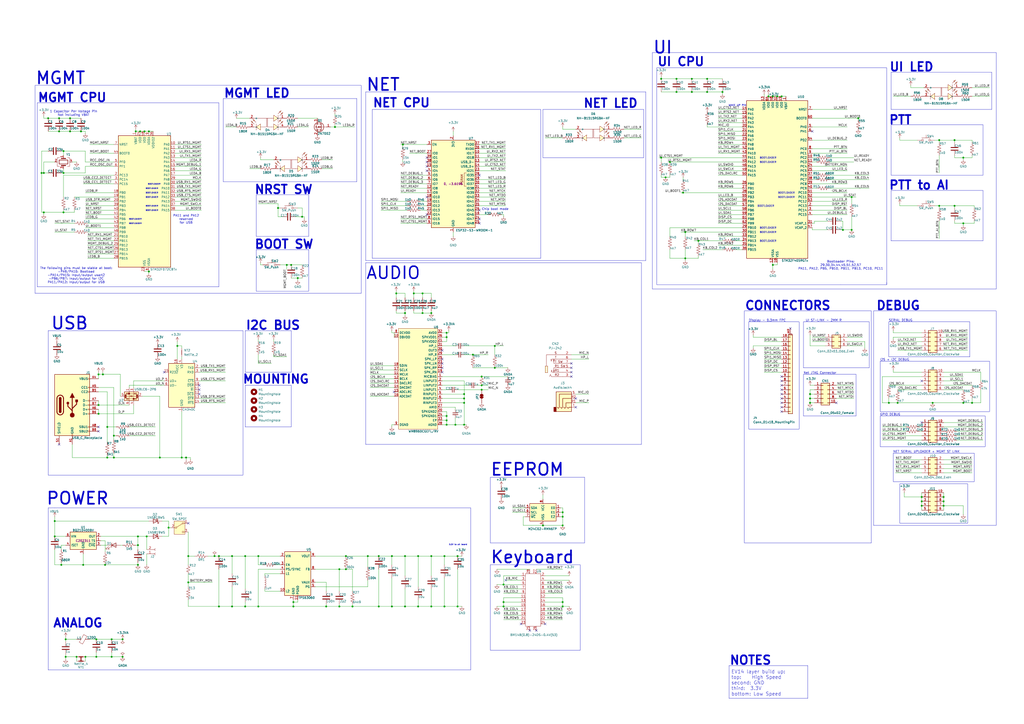
<source format=kicad_sch>
(kicad_sch (version 20250114) (generator "eeschema") (generator_version "9.0")
  (paper "A2")
  (title_block (title "EV14 FINN BERG & BRETT REGNIER") (date "2025-07-25") (company "CISCO SYSTEMS INC"))
  (lib_symbols
    (symbol "Battery_Management:BQ21040DBV"
      (property "Reference" "U" (at -7.62 6.35 0))
      (property "Value" "BQ21040DBV" (at 1.27 6.35 0))
      (symbol "BQ21040DBV_1_1"
        (pin power_in line (at -10.16 2.54 0) (length 2.54) (name "VIN") (number "6"))
        (pin input line (at -10.16 -2.54 0) (length 2.54) (name "ISET") (number "4"))
        (pin power_in line (at 0 -7.62 90) (length 2.54) (name "GND") (number "5"))
        (pin power_out line (at 10.16 2.54 180) (length 2.54) (name "OUT") (number "2"))
        (pin input line (at 10.16 0 180) (length 2.54) (name "TS") (number "1"))
        (pin open_collector line (at 10.16 -2.54 180) (length 2.54) (name "~{CHG}") (number "3"))
      )
    )
    (symbol "Connector:Conn_01x02_Socket" (pin_names (offset 1.016) (hide yes))
      (property "Reference" "J" (at 0 2.54 0))
      (property "Value" "Conn_01x02_Socket" (at 0 -5.08 0))
      (symbol "Conn_01x02_Socket_1_1"
        (pin passive line (at -5.08 0 0) (length 3.81) (name "Pin_1") (number "1"))
        (pin passive line (at -5.08 -2.54 0) (length 3.81) (name "Pin_2") (number "2"))
      )
    )
    (symbol "Connector:USB_C_Receptacle_USB2.0_16P" (pin_names (offset 1.016))
      (property "Reference" "J" (at 0 22.225 0))
      (property "Value" "USB_C_Receptacle_USB2.0_16P" (at 0 19.685 0))
      (symbol "USB_C_Receptacle_USB2.0_16P_1_1"
        (pin passive line (at -7.62 -22.86 90) (length 5.08) (name "SHIELD") (number "S1"))
        (pin passive line (at 0 -22.86 90) (length 5.08) (name "GND") (number "A1"))
        (pin passive line (at 0 -22.86 90) (length 5.08) (hide yes) (name "GND") (number "A12"))
        (pin passive line (at 0 -22.86 90) (length 5.08) (hide yes) (name "GND") (number "B1"))
        (pin passive line (at 0 -22.86 90) (length 5.08) (hide yes) (name "GND") (number "B12"))
        (pin passive line (at 15.24 15.24 180) (length 5.08) (name "VBUS") (number "A4"))
        (pin passive line (at 15.24 15.24 180) (length 5.08) (hide yes) (name "VBUS") (number "A9"))
        (pin passive line (at 15.24 15.24 180) (length 5.08) (hide yes) (name "VBUS") (number "B4"))
        (pin passive line (at 15.24 15.24 180) (length 5.08) (hide yes) (name "VBUS") (number "B9"))
        (pin bidirectional line (at 15.24 10.16 180) (length 5.08) (name "CC1") (number "A5"))
        (pin bidirectional line (at 15.24 7.62 180) (length 5.08) (name "CC2") (number "B5"))
        (pin bidirectional line (at 15.24 2.54 180) (length 5.08) (name "D-") (number "A7"))
        (pin bidirectional line (at 15.24 0 180) (length 5.08) (name "D-") (number "B7"))
        (pin bidirectional line (at 15.24 -2.54 180) (length 5.08) (name "D+") (number "A6"))
        (pin bidirectional line (at 15.24 -5.08 180) (length 5.08) (name "D+") (number "B6"))
        (pin bidirectional line (at 15.24 -12.7 180) (length 5.08) (name "SBU1") (number "A8"))
        (pin bidirectional line (at 15.24 -15.24 180) (length 5.08) (name "SBU2") (number "B8"))
      )
    )
    (symbol "Connector_Audio:AudioJack4"
      (property "Reference" "J" (at 0 8.89 0))
      (property "Value" "AudioJack4" (at 0 6.35 0))
      (symbol "AudioJack4_1_1"
        (pin passive line (at 5.08 2.54 180) (length 2.54) (name "~") (number "S"))
        (pin passive line (at 5.08 0 180) (length 2.54) (name "~") (number "R2"))
        (pin passive line (at 5.08 -2.54 180) (length 2.54) (name "~") (number "R1"))
        (pin passive line (at 5.08 -5.08 180) (length 2.54) (name "~") (number "T"))
      )
    )
    (symbol "Connector_Generic:Conn_02x03_Odd_Even" (pin_names (offset 1.016) (hide yes))
      (property "Reference" "J" (at 1.27 5.08 0))
      (property "Value" "Conn_02x03_Odd_Even" (at 1.27 -5.08 0))
      (symbol "Conn_02x03_Odd_Even_1_1"
        (pin passive line (at -5.08 2.54 0) (length 3.81) (name "Pin_1") (number "1"))
        (pin passive line (at -5.08 0 0) (length 3.81) (name "Pin_3") (number "3"))
        (pin passive line (at -5.08 -2.54 0) (length 3.81) (name "Pin_5") (number "5"))
        (pin passive line (at 7.62 2.54 180) (length 3.81) (name "Pin_2") (number "2"))
        (pin passive line (at 7.62 0 180) (length 3.81) (name "Pin_4") (number "4"))
        (pin passive line (at 7.62 -2.54 180) (length 3.81) (name "Pin_6") (number "6"))
      )
    )
    (symbol "Connector_Generic:Conn_02x04_Odd_Even" (pin_names (offset 1.016) (hide yes))
      (property "Reference" "J" (at 1.27 5.08 0))
      (property "Value" "Conn_02x04_Odd_Even" (at 1.27 -7.62 0))
      (symbol "Conn_02x04_Odd_Even_1_1"
        (pin passive line (at -5.08 2.54 0) (length 3.81) (name "Pin_1") (number "1"))
        (pin passive line (at -5.08 0 0) (length 3.81) (name "Pin_3") (number "3"))
        (pin passive line (at -5.08 -2.54 0) (length 3.81) (name "Pin_5") (number "5"))
        (pin passive line (at -5.08 -5.08 0) (length 3.81) (name "Pin_7") (number "7"))
        (pin passive line (at 7.62 2.54 180) (length 3.81) (name "Pin_2") (number "2"))
        (pin passive line (at 7.62 0 180) (length 3.81) (name "Pin_4") (number "4"))
        (pin passive line (at 7.62 -2.54 180) (length 3.81) (name "Pin_6") (number "6"))
        (pin passive line (at 7.62 -5.08 180) (length 3.81) (name "Pin_8") (number "8"))
      )
    )
    (symbol "Connector_Generic:Conn_02x05_Counter_Clockwise" (pin_names (offset 1.016) (hide yes))
      (property "Reference" "J" (at 1.27 7.62 0))
      (property "Value" "Conn_02x05_Counter_Clockwise" (at 1.27 -7.62 0))
      (symbol "Conn_02x05_Counter_Clockwise_1_1"
        (pin passive line (at -5.08 5.08 0) (length 3.81) (name "Pin_1") (number "1"))
        (pin passive line (at -5.08 2.54 0) (length 3.81) (name "Pin_2") (number "2"))
        (pin passive line (at -5.08 0 0) (length 3.81) (name "Pin_3") (number "3"))
        (pin passive line (at -5.08 -2.54 0) (length 3.81) (name "Pin_4") (number "4"))
        (pin passive line (at -5.08 -5.08 0) (length 3.81) (name "Pin_5") (number "5"))
        (pin passive line (at 7.62 5.08 180) (length 3.81) (name "Pin_10") (number "10"))
        (pin passive line (at 7.62 2.54 180) (length 3.81) (name "Pin_9") (number "9"))
        (pin passive line (at 7.62 0 180) (length 3.81) (name "Pin_8") (number "8"))
        (pin passive line (at 7.62 -2.54 180) (length 3.81) (name "Pin_7") (number "7"))
        (pin passive line (at 7.62 -5.08 180) (length 3.81) (name "Pin_6") (number "6"))
      )
    )
    (symbol "Connector_Generic:Conn_02x05_Odd_Even" (pin_names (offset 1.016) (hide yes))
      (property "Reference" "J" (at 1.27 7.62 0))
      (property "Value" "Conn_02x05_Odd_Even" (at 1.27 -7.62 0))
      (symbol "Conn_02x05_Odd_Even_1_1"
        (pin passive line (at -5.08 5.08 0) (length 3.81) (name "Pin_1") (number "1"))
        (pin passive line (at -5.08 2.54 0) (length 3.81) (name "Pin_3") (number "3"))
        (pin passive line (at -5.08 0 0) (length 3.81) (name "Pin_5") (number "5"))
        (pin passive line (at -5.08 -2.54 0) (length 3.81) (name "Pin_7") (number "7"))
        (pin passive line (at -5.08 -5.08 0) (length 3.81) (name "Pin_9") (number "9"))
        (pin passive line (at 7.62 5.08 180) (length 3.81) (name "Pin_2") (number "2"))
        (pin passive line (at 7.62 2.54 180) (length 3.81) (name "Pin_4") (number "4"))
        (pin passive line (at 7.62 0 180) (length 3.81) (name "Pin_6") (number "6"))
        (pin passive line (at 7.62 -2.54 180) (length 3.81) (name "Pin_8") (number "8"))
        (pin passive line (at 7.62 -5.08 180) (length 3.81) (name "Pin_10") (number "10"))
      )
    )
    (symbol "Connector_Generic_MountingPin:Conn_01x18_MountingPin" (pin_names (offset 1.016) (hide yes))
      (property "Reference" "J" (at 0 22.86 0))
      (property "Value" "Conn_01x18_MountingPin" (at 1.27 -25.4 0))
      (symbol "Conn_01x18_MountingPin_1_1"
        (text "Mounting" (at 0 -24.511 0) (effects (font (size 0.381 0.381))))
        (pin passive line (at -5.08 20.32 0) (length 3.81) (name "Pin_1") (number "1"))
        (pin passive line (at -5.08 17.78 0) (length 3.81) (name "Pin_2") (number "2"))
        (pin passive line (at -5.08 15.24 0) (length 3.81) (name "Pin_3") (number "3"))
        (pin passive line (at -5.08 12.7 0) (length 3.81) (name "Pin_4") (number "4"))
        (pin passive line (at -5.08 10.16 0) (length 3.81) (name "Pin_5") (number "5"))
        (pin passive line (at -5.08 7.62 0) (length 3.81) (name "Pin_6") (number "6"))
        (pin passive line (at -5.08 5.08 0) (length 3.81) (name "Pin_7") (number "7"))
        (pin passive line (at -5.08 2.54 0) (length 3.81) (name "Pin_8") (number "8"))
        (pin passive line (at -5.08 0 0) (length 3.81) (name "Pin_9") (number "9"))
        (pin passive line (at -5.08 -2.54 0) (length 3.81) (name "Pin_10") (number "10"))
        (pin passive line (at -5.08 -5.08 0) (length 3.81) (name "Pin_11") (number "11"))
        (pin passive line (at -5.08 -7.62 0) (length 3.81) (name "Pin_12") (number "12"))
        (pin passive line (at -5.08 -10.16 0) (length 3.81) (name "Pin_13") (number "13"))
        (pin passive line (at -5.08 -12.7 0) (length 3.81) (name "Pin_14") (number "14"))
        (pin passive line (at -5.08 -15.24 0) (length 3.81) (name "Pin_15") (number "15"))
        (pin passive line (at -5.08 -17.78 0) (length 3.81) (name "Pin_16") (number "16"))
        (pin passive line (at -5.08 -20.32 0) (length 3.81) (name "Pin_17") (number "17"))
        (pin passive line (at -5.08 -22.86 0) (length 3.81) (name "Pin_18") (number "18"))
        (pin passive line (at 0 -27.94 90) (length 3.048) (name "MountPin") (number "MP"))
      )
    )
    (symbol "Device:C" (pin_numbers (hide yes)) (pin_names (offset 0.254))
      (property "Reference" "C" (at 0.635 2.54 0))
      (property "Value" "C" (at 0.635 -2.54 0))
      (symbol "C_1_1"
        (pin passive line (at 0 3.81 270) (length 2.794) (name "~") (number "1"))
        (pin passive line (at 0 -3.81 90) (length 2.794) (name "~") (number "2"))
      )
    )
    (symbol "Device:C_Small" (pin_numbers (hide yes)) (pin_names (offset 0.254) (hide yes))
      (property "Reference" "C" (at 0.254 1.778 0))
      (property "Value" "C_Small" (at 0.254 -2.032 0))
      (symbol "C_Small_1_1"
        (pin passive line (at 0 2.54 270) (length 2.032) (name "~") (number "1"))
        (pin passive line (at 0 -2.54 90) (length 2.032) (name "~") (number "2"))
      )
    )
    (symbol "Device:Crystal_GND24" (pin_names (offset 1.016) (hide yes))
      (property "Reference" "Y" (at 3.175 5.08 0))
      (property "Value" "Crystal_GND24" (at 3.175 3.175 0))
      (symbol "Crystal_GND24_1_1"
        (pin passive line (at -3.81 0 0) (length 1.27) (name "1") (number "1"))
        (pin passive line (at 0 5.08 270) (length 1.27) (name "2") (number "2"))
        (pin passive line (at 0 -5.08 90) (length 1.27) (name "4") (number "4"))
        (pin passive line (at 3.81 0 180) (length 1.27) (name "3") (number "3"))
      )
    )
    (symbol "Device:D_Schottky" (pin_numbers (hide yes)) (pin_names (offset 1.016) (hide yes))
      (property "Reference" "D" (at 0 2.54 0))
      (property "Value" "D_Schottky" (at 0 -2.54 0))
      (symbol "D_Schottky_1_1"
        (pin passive line (at -3.81 0 0) (length 2.54) (name "K") (number "1"))
        (pin passive line (at 3.81 0 180) (length 2.54) (name "A") (number "2"))
      )
    )
    (symbol "Device:FerriteBead" (pin_numbers (hide yes)) (pin_names (offset 0))
      (property "Reference" "FB" (at -3.81 0.635 90))
      (property "Value" "FerriteBead" (at 3.81 0 90))
      (symbol "FerriteBead_1_1"
        (pin passive line (at 0 3.81 270) (length 2.54) (name "~") (number "1"))
        (pin passive line (at 0 -3.81 90) (length 2.54) (name "~") (number "2"))
      )
    )
    (symbol "Device:L" (pin_numbers (hide yes)) (pin_names (offset 1.016) (hide yes))
      (property "Reference" "L" (at -1.27 0 90))
      (property "Value" "L" (at 1.905 0 90))
      (symbol "L_1_1"
        (pin passive line (at 0 3.81 270) (length 1.27) (name "1") (number "1"))
        (pin passive line (at 0 -3.81 90) (length 1.27) (name "2") (number "2"))
      )
    )
    (symbol "Device:LED" (pin_numbers (hide yes)) (pin_names (offset 1.016) (hide yes))
      (property "Reference" "D" (at 0 2.54 0))
      (property "Value" "LED" (at 0 -2.54 0))
      (symbol "LED_1_1"
        (pin passive line (at -3.81 0 0) (length 2.54) (name "K") (number "1"))
        (pin passive line (at 3.81 0 180) (length 2.54) (name "A") (number "2"))
      )
    )
    (symbol "Device:NetTie_2" (pin_numbers (hide yes)) (pin_names (offset 0) (hide yes)) (in_bom no)
      (property "Reference" "NT" (at 0 1.27 0))
      (property "Value" "NetTie_2" (at 0 -1.27 0))
      (symbol "NetTie_2_1_1"
        (pin passive line (at -2.54 0 0) (length 2.54) (name "1") (number "1"))
        (pin passive line (at 2.54 0 180) (length 2.54) (name "2") (number "2"))
      )
    )
    (symbol "Device:NetTie_4" (pin_numbers (hide yes)) (pin_names (offset 0) (hide yes)) (in_bom no)
      (property "Reference" "NT" (at 0 1.27 0))
      (property "Value" "NetTie_4" (at 0 -3.81 0))
      (symbol "NetTie_4_1_1"
        (pin passive line (at -2.54 0 0) (length 2.54) (name "1") (number "1"))
        (pin passive line (at -2.54 -2.54 0) (length 2.54) (name "3") (number "3"))
        (pin passive line (at 2.54 0 180) (length 2.54) (name "2") (number "2"))
        (pin passive line (at 2.54 -2.54 180) (length 2.54) (name "4") (number "4"))
      )
    )
    (symbol "Device:R_Small_US" (pin_numbers (hide yes)) (pin_names (offset 0.254) (hide yes))
      (property "Reference" "R" (at 0.762 0.508 0))
      (property "Value" "R_Small_US" (at 0.762 -1.016 0))
      (symbol "R_Small_US_1_1"
        (pin passive line (at 0 2.54 270) (length 1.016) (name "~") (number "1"))
        (pin passive line (at 0 -2.54 90) (length 1.016) (name "~") (number "2"))
      )
    )
    (symbol "Device:R_US" (pin_numbers (hide yes)) (pin_names (offset 0))
      (property "Reference" "R" (at 2.54 0 90))
      (property "Value" "R_US" (at -2.54 0 90))
      (symbol "R_US_1_1"
        (pin passive line (at 0 3.81 270) (length 1.27) (name "~") (number "1"))
        (pin passive line (at 0 -3.81 90) (length 1.27) (name "~") (number "2"))
      )
    )
    (symbol "Hactar_Symbols:BM14B(0.8)-24DS-0.4V(53)"
      (property "Reference" "CN" (at 4.826 -10.16 0))
      (property "Value" "BM14B(0.8)-24DS-0.4V(53)" (at 5.08 -12.446 0))
      (symbol "BM14B(0.8)-24DS-0.4V(53)_1_1"
        (pin input line (at -2.54 29.21 0) (length 2.54) (name "") (number "1"))
        (pin output line (at -2.54 26.67 0) (length 2.54) (name "") (number "3"))
        (pin input line (at -2.54 24.13 0) (length 2.54) (name "") (number "5"))
        (pin input line (at -2.54 21.59 0) (length 2.54) (name "") (number "7"))
        (pin input line (at -2.54 19.05 0) (length 2.54) (name "") (number "9"))
        (pin input line (at -2.54 16.51 0) (length 2.54) (name "") (number "11"))
        (pin input line (at -2.54 13.97 0) (length 2.54) (name "") (number "13"))
        (pin input line (at -2.54 11.43 0) (length 2.54) (name "") (number "15"))
        (pin input line (at -2.54 8.89 0) (length 2.54) (name "") (number "17"))
        (pin input line (at -2.54 6.35 0) (length 2.54) (name "") (number "19"))
        (pin input line (at -2.54 3.81 0) (length 2.54) (name "") (number "21"))
        (pin input line (at -2.54 1.27 0) (length 2.54) (name "") (number "23"))
        (pin input line (at 2.54 33.02 270) (length 2.54) (name "") (number "28"))
        (pin input line (at 2.54 -2.54 90) (length 2.54) (name "") (number "25"))
        (pin input line (at 6.35 33.02 270) (length 2.54) (name "") (number "27"))
        (pin input line (at 6.35 -2.54 90) (length 2.54) (name "") (number "26"))
        (pin input line (at 11.43 29.21 180) (length 2.54) (name "") (number "2"))
        (pin input line (at 11.43 26.67 180) (length 2.54) (name "") (number "4"))
        (pin input line (at 11.43 24.13 180) (length 2.54) (name "") (number "6"))
        (pin input line (at 11.43 21.59 180) (length 2.54) (name "") (number "8"))
        (pin input line (at 11.43 19.05 180) (length 2.54) (name "") (number "10"))
        (pin input line (at 11.43 16.51 180) (length 2.54) (name "") (number "12"))
        (pin input line (at 11.43 13.97 180) (length 2.54) (name "") (number "14"))
        (pin input line (at 11.43 11.43 180) (length 2.54) (name "") (number "16"))
        (pin input line (at 11.43 8.89 180) (length 2.54) (name "") (number "18"))
        (pin input line (at 11.43 6.35 180) (length 2.54) (name "") (number "20"))
        (pin input line (at 11.43 3.81 180) (length 2.54) (name "") (number "22"))
        (pin input line (at 11.43 1.27 180) (length 2.54) (name "") (number "24"))
      )
    )
    (symbol "Hactar_Symbols:NH-B1515RGBA-HF"
      (property "Reference" "D**" (at 0 -2.54 0))
      (property "Value" "NH-B1515RGBA-HF" (at 0 -4.572 0))
      (symbol "NH-B1515RGBA-HF_0_1"
        (pin passive line (at -10.16 6.35 0) (length 2.54) (name "+") (number "2"))
        (pin passive line (at -10.16 1.27 0) (length 2.54) (name "-") (number "3"))
        (pin passive line (at 10.16 6.35 180) (length 2.54) (name "-") (number "1"))
        (pin passive line (at 10.16 1.27 180) (length 2.54) (name "-") (number "4"))
      )
    )
    (symbol "Hactar_Symbols:PJ-242"
      (property "Reference" "CN" (at 0 12.7 0))
      (property "Value" "PJ-242" (at 0 -10.16 0))
      (symbol "PJ-242_1_1"
        (text "S" (at -6.604 8.636 0) (effects (font (size 1.27 1.27))))
        (text "T" (at -6.604 6.096 0) (effects (font (size 1.27 1.27))))
        (text "R1" (at -5.842 -1.524 0) (effects (font (size 1.27 1.27))))
        (text "R2" (at -5.842 -4.064 0) (effects (font (size 1.27 1.27))))
        (text "T SW" (at -4.826 3.556 0) (effects (font (size 1.27 1.27))))
        (text "R1 SW" (at -4.064 1.016 0) (effects (font (size 1.27 1.27))))
        (pin passive line (at 2.54 7.62 180) (length 5.08) (name "") (number "2"))
        (pin passive line (at 2.54 5.08 180) (length 5.08) (name "") (number "6"))
        (pin passive line (at 2.54 2.54 180) (length 5.08) (name "") (number "7"))
        (pin passive line (at 2.54 0 180) (length 5.08) (name "") (number "5"))
        (pin passive line (at 2.54 -2.54 180) (length 5.08) (name "") (number "4"))
        (pin passive line (at 2.54 -5.08 180) (length 5.08) (name "") (number "3"))
      )
    )
    (symbol "Hactar_Symbols:WM8960CGEFL/RV"
      (property "Reference" "U" (at 11.684 -2.286 0))
      (property "Value" "WM8960CGEFL/RV" (at 11.938 -4.318 0))
      (symbol "WM8960CGEFL/RV_1_1"
        (pin power_in line (at -2.54 55.88 0) (length 2.54) (name "DCVDD") (number "8"))
        (pin power_in line (at -2.54 53.34 0) (length 2.54) (name "DBVDD") (number "10"))
        (pin input line (at -2.54 36.83 0) (length 2.54) (name "SDIN") (number "18"))
        (pin input line (at -2.54 34.29 0) (length 2.54) (name "SCLK") (number "17"))
        (pin input line (at -2.54 31.75 0) (length 2.54) (name "MCLK") (number "11"))
        (pin input line (at -2.54 29.21 0) (length 2.54) (name "BCLK") (number "12"))
        (pin input line (at -2.54 26.67 0) (length 2.54) (name "DACLRC") (number "13"))
        (pin input line (at -2.54 24.13 0) (length 2.54) (name "DACDAT") (number "14"))
        (pin input line (at -2.54 21.59 0) (length 2.54) (name "ADCLRC") (number "15"))
        (pin input line (at -2.54 19.05 0) (length 2.54) (name "ADCDAT") (number "16"))
        (pin power_in line (at -2.54 2.54 0) (length 2.54) (name "DGND") (number "9"))
        (pin power_in line (at 25.4 55.88 180) (length 2.54) (name "AVDD") (number "32"))
        (pin power_in line (at 25.4 53.34 180) (length 2.54) (name "SPKVDD1") (number "26"))
        (pin power_in line (at 25.4 50.8 180) (length 2.54) (name "SPKVDD2") (number "21"))
        (pin input line (at 25.4 48.26 180) (length 2.54) (name "HP_L") (number "31"))
        (pin input line (at 25.4 45.72 180) (length 2.54) (name "OUT3") (number "30"))
        (pin input line (at 25.4 43.18 180) (length 2.54) (name "HP_R") (number "29"))
        (pin input line (at 25.4 40.64 180) (length 2.54) (name "SPK_LP") (number "25"))
        (pin input line (at 25.4 38.1 180) (length 2.54) (name "SPK_LN") (number "23"))
        (pin input line (at 25.4 35.56 180) (length 2.54) (name "SPK_RP") (number "22"))
        (pin input line (at 25.4 33.02 180) (length 2.54) (name "SPK_RN") (number "19"))
        (pin input line (at 25.4 30.48 180) (length 2.54) (name "MICBIAS") (number "1"))
        (pin input line (at 25.4 27.94 180) (length 2.54) (name "LINPUT3") (number "2"))
        (pin input line (at 25.4 25.4 180) (length 2.54) (name "LINPUT2") (number "3"))
        (pin input line (at 25.4 22.86 180) (length 2.54) (name "LINPUT1") (number "4"))
        (pin input line (at 25.4 20.32 180) (length 2.54) (name "RINPUT1") (number "5"))
        (pin input line (at 25.4 17.78 180) (length 2.54) (name "RINPUT2") (number "6"))
        (pin input line (at 25.4 15.24 180) (length 2.54) (name "RINPUT3") (number "7"))
        (pin input line (at 25.4 12.7 180) (length 2.54) (name "AMID") (number "27"))
        (pin power_in line (at 25.4 10.16 180) (length 2.54) (name "SPKGND2") (number "20"))
        (pin power_in line (at 25.4 7.62 180) (length 2.54) (name "SPKGND1") (number "24"))
        (pin power_in line (at 25.4 5.08 180) (length 2.54) (name "EP") (number "33"))
        (pin power_in line (at 25.4 2.54 180) (length 2.54) (name "AGND") (number "28"))
      )
    )
    (symbol "Interface_USB:CH340C"
      (property "Reference" "U" (at -5.08 13.97 0))
      (property "Value" "CH340C" (at 1.27 13.97 0))
      (symbol "CH340C_1_1"
        (pin input line (at -10.16 7.62 0) (length 2.54) (name "R232") (number "15"))
        (pin bidirectional line (at -10.16 2.54 0) (length 2.54) (name "UD+") (number "5"))
        (pin bidirectional line (at -10.16 0 0) (length 2.54) (name "UD-") (number "6"))
        (pin no_connect line (at -7.62 -5.08 0) (length 2.54) (hide yes) (name "NC") (number "7"))
        (pin no_connect line (at -7.62 -7.62 0) (length 2.54) (hide yes) (name "NC") (number "8"))
        (pin power_in line (at -2.54 15.24 270) (length 2.54) (name "VCC") (number "16"))
        (pin power_out line (at 0 15.24 270) (length 2.54) (name "V3") (number "4"))
        (pin power_in line (at 0 -15.24 90) (length 2.54) (name "GND") (number "1"))
        (pin output line (at 10.16 10.16 180) (length 2.54) (name "TXD") (number "2"))
        (pin input line (at 10.16 7.62 180) (length 2.54) (name "RXD") (number "3"))
        (pin input line (at 10.16 2.54 180) (length 2.54) (name "~{CTS}") (number "9"))
        (pin input line (at 10.16 0 180) (length 2.54) (name "~{DSR}") (number "10"))
        (pin input line (at 10.16 -2.54 180) (length 2.54) (name "~{RI}") (number "11"))
        (pin input line (at 10.16 -5.08 180) (length 2.54) (name "~{DCD}") (number "12"))
        (pin output line (at 10.16 -7.62 180) (length 2.54) (name "~{DTR}") (number "13"))
        (pin output line (at 10.16 -10.16 180) (length 2.54) (name "~{RTS}") (number "14"))
      )
    )
    (symbol "Jumper:SolderJumper_2_Bridged" (pin_numbers (hide yes)) (pin_names (offset 0) (hide yes)) (exclude_from_sim yes) (in_bom no)
      (property "Reference" "JP" (at 0 2.032 0))
      (property "Value" "SolderJumper_2_Bridged" (at 0 -2.54 0))
      (symbol "SolderJumper_2_Bridged_1_1"
        (pin passive line (at -3.81 0 0) (length 2.54) (name "A") (number "1"))
        (pin passive line (at 3.81 0 180) (length 2.54) (name "B") (number "2"))
      )
    )
    (symbol "MCU_ST_STM32F0:STM32F072C8Tx"
      (property "Reference" "U" (at -15.24 39.37 0))
      (property "Value" "STM32F072C8Tx" (at 7.62 39.37 0))
      (symbol "STM32F072C8Tx_1_1"
        (pin input line (at -17.78 33.02 0) (length 2.54) (name "NRST") (number "7"))
        (pin input line (at -17.78 27.94 0) (length 2.54) (name "BOOT0") (number "44"))
        (pin bidirectional line (at -17.78 22.86 0) (length 2.54) (name "PF0") (number "5"))
        (pin bidirectional line (at -17.78 20.32 0) (length 2.54) (name "PF1") (number "6"))
        (pin bidirectional line (at -17.78 15.24 0) (length 2.54) (name "PC13") (number "2"))
        (pin bidirectional line (at -17.78 12.7 0) (length 2.54) (name "PC14") (number "3"))
        (pin bidirectional line (at -17.78 10.16 0) (length 2.54) (name "PC15") (number "4"))
        (pin bidirectional line (at -17.78 5.08 0) (length 2.54) (name "PB0") (number "18"))
        (pin bidirectional line (at -17.78 2.54 0) (length 2.54) (name "PB1") (number "19"))
        (pin bidirectional line (at -17.78 0 0) (length 2.54) (name "PB2") (number "20"))
        (pin bidirectional line (at -17.78 -2.54 0) (length 2.54) (name "PB3") (number "39"))
        (pin bidirectional line (at -17.78 -5.08 0) (length 2.54) (name "PB4") (number "40"))
        (pin bidirectional line (at -17.78 -7.62 0) (length 2.54) (name "PB5") (number "41"))
        (pin bidirectional line (at -17.78 -10.16 0) (length 2.54) (name "PB6") (number "42"))
        (pin bidirectional line (at -17.78 -12.7 0) (length 2.54) (name "PB7") (number "43"))
        (pin bidirectional line (at -17.78 -15.24 0) (length 2.54) (name "PB8") (number "45"))
        (pin bidirectional line (at -17.78 -17.78 0) (length 2.54) (name "PB9") (number "46"))
        (pin bidirectional line (at -17.78 -20.32 0) (length 2.54) (name "PB10") (number "21"))
        (pin bidirectional line (at -17.78 -22.86 0) (length 2.54) (name "PB11") (number "22"))
        (pin bidirectional line (at -17.78 -25.4 0) (length 2.54) (name "PB12") (number "25"))
        (pin bidirectional line (at -17.78 -27.94 0) (length 2.54) (name "PB13") (number "26"))
        (pin bidirectional line (at -17.78 -30.48 0) (length 2.54) (name "PB14") (number "27"))
        (pin bidirectional line (at -17.78 -33.02 0) (length 2.54) (name "PB15") (number "28"))
        (pin power_in line (at -5.08 40.64 270) (length 2.54) (name "VBAT") (number "1"))
        (pin power_in line (at -2.54 40.64 270) (length 2.54) (name "VDD") (number "24"))
        (pin power_in line (at 0 40.64 270) (length 2.54) (name "VDD") (number "48"))
        (pin power_in line (at 0 -40.64 90) (length 2.54) (name "VSS") (number "23"))
        (pin passive line (at 0 -40.64 90) (length 2.54) (hide yes) (name "VSS") (number "35"))
        (pin passive line (at 0 -40.64 90) (length 2.54) (hide yes) (name "VSS") (number "47"))
        (pin power_in line (at 2.54 40.64 270) (length 2.54) (name "VDDA") (number "9"))
        (pin power_in line (at 2.54 -40.64 90) (length 2.54) (name "VSSA") (number "8"))
        (pin power_in line (at 5.08 40.64 270) (length 2.54) (name "VDDIO2") (number "36"))
        (pin bidirectional line (at 17.78 33.02 180) (length 2.54) (name "PA0") (number "10"))
        (pin bidirectional line (at 17.78 30.48 180) (length 2.54) (name "PA1") (number "11"))
        (pin bidirectional line (at 17.78 27.94 180) (length 2.54) (name "PA2") (number "12"))
        (pin bidirectional line (at 17.78 25.4 180) (length 2.54) (name "PA3") (number "13"))
        (pin bidirectional line (at 17.78 22.86 180) (length 2.54) (name "PA4") (number "14"))
        (pin bidirectional line (at 17.78 20.32 180) (length 2.54) (name "PA5") (number "15"))
        (pin bidirectional line (at 17.78 17.78 180) (length 2.54) (name "PA6") (number "16"))
        (pin bidirectional line (at 17.78 15.24 180) (length 2.54) (name "PA7") (number "17"))
        (pin bidirectional line (at 17.78 12.7 180) (length 2.54) (name "PA8") (number "29"))
        (pin bidirectional line (at 17.78 10.16 180) (length 2.54) (name "PA9") (number "30"))
        (pin bidirectional line (at 17.78 7.62 180) (length 2.54) (name "PA10") (number "31"))
        (pin bidirectional line (at 17.78 5.08 180) (length 2.54) (name "PA11") (number "32"))
        (pin bidirectional line (at 17.78 2.54 180) (length 2.54) (name "PA12") (number "33"))
        (pin bidirectional line (at 17.78 0 180) (length 2.54) (name "PA13") (number "34"))
        (pin bidirectional line (at 17.78 -2.54 180) (length 2.54) (name "PA14") (number "37"))
        (pin bidirectional line (at 17.78 -5.08 180) (length 2.54) (name "PA15") (number "38"))
      )
    )
    (symbol "MCU_ST_STM32F4:STM32F405RGTx"
      (property "Reference" "U" (at -17.78 46.99 0))
      (property "Value" "STM32F405RGTx" (at 10.16 46.99 0))
      (symbol "STM32F405RGTx_1_1"
        (pin input line (at -20.32 40.64 0) (length 2.54) (name "NRST") (number "7"))
        (pin input line (at -20.32 35.56 0) (length 2.54) (name "BOOT0") (number "60"))
        (pin bidirectional line (at -20.32 30.48 0) (length 2.54) (name "PH0") (number "5"))
        (pin bidirectional line (at -20.32 27.94 0) (length 2.54) (name "PH1") (number "6"))
        (pin bidirectional line (at -20.32 22.86 0) (length 2.54) (name "PD2") (number "54"))
        (pin bidirectional line (at -20.32 17.78 0) (length 2.54) (name "PC0") (number "8"))
        (pin bidirectional line (at -20.32 15.24 0) (length 2.54) (name "PC1") (number "9"))
        (pin bidirectional line (at -20.32 12.7 0) (length 2.54) (name "PC2") (number "10"))
        (pin bidirectional line (at -20.32 10.16 0) (length 2.54) (name "PC3") (number "11"))
        (pin bidirectional line (at -20.32 7.62 0) (length 2.54) (name "PC4") (number "24"))
        (pin bidirectional line (at -20.32 5.08 0) (length 2.54) (name "PC5") (number "25"))
        (pin bidirectional line (at -20.32 2.54 0) (length 2.54) (name "PC6") (number "37"))
        (pin bidirectional line (at -20.32 0 0) (length 2.54) (name "PC7") (number "38"))
        (pin bidirectional line (at -20.32 -2.54 0) (length 2.54) (name "PC8") (number "39"))
        (pin bidirectional line (at -20.32 -5.08 0) (length 2.54) (name "PC9") (number "40"))
        (pin bidirectional line (at -20.32 -7.62 0) (length 2.54) (name "PC10") (number "51"))
        (pin bidirectional line (at -20.32 -10.16 0) (length 2.54) (name "PC11") (number "52"))
        (pin bidirectional line (at -20.32 -12.7 0) (length 2.54) (name "PC12") (number "53"))
        (pin bidirectional line (at -20.32 -15.24 0) (length 2.54) (name "PC13") (number "2"))
        (pin bidirectional line (at -20.32 -17.78 0) (length 2.54) (name "PC14") (number "3"))
        (pin bidirectional line (at -20.32 -20.32 0) (length 2.54) (name "PC15") (number "4"))
        (pin power_out line (at -20.32 -25.4 0) (length 2.54) (name "VCAP_1") (number "31"))
        (pin power_out line (at -20.32 -27.94 0) (length 2.54) (name "VCAP_2") (number "47"))
        (pin power_in line (at -5.08 48.26 270) (length 2.54) (name "VBAT") (number "1"))
        (pin power_in line (at -2.54 48.26 270) (length 2.54) (name "VDD") (number "19"))
        (pin power_in line (at 0 48.26 270) (length 2.54) (name "VDD") (number "32"))
        (pin power_in line (at 0 -48.26 90) (length 2.54) (name "VSS") (number "18"))
        (pin passive line (at 0 -48.26 90) (length 2.54) (hide yes) (name "VSS") (number "63"))
        (pin power_in line (at 2.54 48.26 270) (length 2.54) (name "VDD") (number "48"))
        (pin power_in line (at 2.54 -48.26 90) (length 2.54) (name "VSSA") (number "12"))
        (pin power_in line (at 5.08 48.26 270) (length 2.54) (name "VDD") (number "64"))
        (pin power_in line (at 7.62 48.26 270) (length 2.54) (name "VDDA") (number "13"))
        (pin bidirectional line (at 20.32 40.64 180) (length 2.54) (name "PA0") (number "14"))
        (pin bidirectional line (at 20.32 38.1 180) (length 2.54) (name "PA1") (number "15"))
        (pin bidirectional line (at 20.32 35.56 180) (length 2.54) (name "PA2") (number "16"))
        (pin bidirectional line (at 20.32 33.02 180) (length 2.54) (name "PA3") (number "17"))
        (pin bidirectional line (at 20.32 30.48 180) (length 2.54) (name "PA4") (number "20"))
        (pin bidirectional line (at 20.32 27.94 180) (length 2.54) (name "PA5") (number "21"))
        (pin bidirectional line (at 20.32 25.4 180) (length 2.54) (name "PA6") (number "22"))
        (pin bidirectional line (at 20.32 22.86 180) (length 2.54) (name "PA7") (number "23"))
        (pin bidirectional line (at 20.32 20.32 180) (length 2.54) (name "PA8") (number "41"))
        (pin bidirectional line (at 20.32 17.78 180) (length 2.54) (name "PA9") (number "42"))
        (pin bidirectional line (at 20.32 15.24 180) (length 2.54) (name "PA10") (number "43"))
        (pin bidirectional line (at 20.32 12.7 180) (length 2.54) (name "PA11") (number "44"))
        (pin bidirectional line (at 20.32 10.16 180) (length 2.54) (name "PA12") (number "45"))
        (pin bidirectional line (at 20.32 7.62 180) (length 2.54) (name "PA13") (number "46"))
        (pin bidirectional line (at 20.32 5.08 180) (length 2.54) (name "PA14") (number "49"))
        (pin bidirectional line (at 20.32 2.54 180) (length 2.54) (name "PA15") (number "50"))
        (pin bidirectional line (at 20.32 -2.54 180) (length 2.54) (name "PB0") (number "26"))
        (pin bidirectional line (at 20.32 -5.08 180) (length 2.54) (name "PB1") (number "27"))
        (pin bidirectional line (at 20.32 -7.62 180) (length 2.54) (name "PB2") (number "28"))
        (pin bidirectional line (at 20.32 -10.16 180) (length 2.54) (name "PB3") (number "55"))
        (pin bidirectional line (at 20.32 -12.7 180) (length 2.54) (name "PB4") (number "56"))
        (pin bidirectional line (at 20.32 -15.24 180) (length 2.54) (name "PB5") (number "57"))
        (pin bidirectional line (at 20.32 -17.78 180) (length 2.54) (name "PB6") (number "58"))
        (pin bidirectional line (at 20.32 -20.32 180) (length 2.54) (name "PB7") (number "59"))
        (pin bidirectional line (at 20.32 -22.86 180) (length 2.54) (name "PB8") (number "61"))
        (pin bidirectional line (at 20.32 -25.4 180) (length 2.54) (name "PB9") (number "62"))
        (pin bidirectional line (at 20.32 -27.94 180) (length 2.54) (name "PB10") (number "29"))
        (pin bidirectional line (at 20.32 -30.48 180) (length 2.54) (name "PB11") (number "30"))
        (pin bidirectional line (at 20.32 -33.02 180) (length 2.54) (name "PB12") (number "33"))
        (pin bidirectional line (at 20.32 -35.56 180) (length 2.54) (name "PB13") (number "34"))
        (pin bidirectional line (at 20.32 -38.1 180) (length 2.54) (name "PB14") (number "35"))
        (pin bidirectional line (at 20.32 -40.64 180) (length 2.54) (name "PB15") (number "36"))
      )
    )
    (symbol "Mechanical:MountingHole" (pin_names (offset 1.016)) (in_bom no)
      (property "Reference" "H" (at 0 5.08 0))
      (property "Value" "MountingHole" (at 0 3.175 0))
    )
    (symbol "Memory_EEPROM:M24C02-RMN"
      (property "Reference" "U" (at -6.35 6.35 0))
      (property "Value" "M24C02-RMN" (at 7.62 6.35 0))
      (symbol "M24C02-RMN_1_1"
        (pin input line (at -10.16 2.54 0) (length 2.54) (name "E0") (number "1"))
        (pin input line (at -10.16 0 0) (length 2.54) (name "E1") (number "2"))
        (pin input line (at -10.16 -2.54 0) (length 2.54) (name "E2") (number "3"))
        (pin power_in line (at 0 7.62 270) (length 2.54) (name "VCC") (number "8"))
        (pin power_in line (at 0 -7.62 90) (length 2.54) (name "VSS") (number "4"))
        (pin bidirectional line (at 10.16 2.54 180) (length 2.54) (name "SDA") (number "5"))
        (pin input line (at 10.16 0 180) (length 2.54) (name "SCL") (number "6"))
        (pin input line (at 10.16 -2.54 180) (length 2.54) (name "~{WC}") (number "7"))
      )
    )
    (symbol "NH-B1515RGBA-HF_1"
      (property "Reference" "D**" (at 0 -2.54 0))
      (property "Value" "NH-B1515RGBA-HF" (at 0 -4.572 0))
      (symbol "NH-B1515RGBA-HF_1_0_1"
        (pin passive line (at -10.16 6.35 0) (length 2.54) (name "+") (number "2"))
        (pin passive line (at -10.16 1.27 0) (length 2.54) (name "-") (number "3"))
        (pin passive line (at 10.16 6.35 180) (length 2.54) (name "-") (number "1"))
        (pin passive line (at 10.16 1.27 180) (length 2.54) (name "-") (number "4"))
      )
    )
    (symbol "NH-B1515RGBA-HF_2"
      (property "Reference" "D**" (at 0 -2.54 0))
      (property "Value" "NH-B1515RGBA-HF" (at 0 -4.572 0))
      (symbol "NH-B1515RGBA-HF_2_0_1"
        (pin passive line (at -10.16 6.35 0) (length 2.54) (name "+") (number "2"))
        (pin passive line (at -10.16 1.27 0) (length 2.54) (name "-") (number "3"))
        (pin passive line (at 10.16 6.35 180) (length 2.54) (name "-") (number "1"))
        (pin passive line (at 10.16 1.27 180) (length 2.54) (name "-") (number "4"))
      )
    )
    (symbol "NH-B1515RGBA-HF_3"
      (property "Reference" "D**" (at 0 -2.54 0))
      (property "Value" "NH-B1515RGBA-HF" (at 0 -4.572 0))
      (symbol "NH-B1515RGBA-HF_3_0_1"
        (pin passive line (at -10.16 6.35 0) (length 2.54) (name "+") (number "2"))
        (pin passive line (at -10.16 1.27 0) (length 2.54) (name "-") (number "3"))
        (pin passive line (at 10.16 6.35 180) (length 2.54) (name "-") (number "1"))
        (pin passive line (at 10.16 1.27 180) (length 2.54) (name "-") (number "4"))
      )
    )
    (symbol "Power_Protection:USBLC6-2P6" (pin_names (hide yes))
      (property "Reference" "U" (at 0.635 5.715 0))
      (property "Value" "USBLC6-2P6" (at 0.635 3.81 0))
      (symbol "USBLC6-2P6_1_1"
        (pin passive line (at -5.08 0 0) (length 2.54) (name "I/O1") (number "1"))
        (pin passive line (at -5.08 -2.54 0) (length 2.54) (name "I/O2") (number "3"))
        (pin passive line (at 0 5.08 270) (length 2.54) (name "VBUS") (number "5"))
        (pin passive line (at 0 -7.62 90) (length 2.54) (name "GND") (number "2"))
        (pin passive line (at 5.08 0 180) (length 2.54) (name "I/O1") (number "6"))
        (pin passive line (at 5.08 -2.54 180) (length 2.54) (name "I/O2") (number "4"))
      )
    )
    (symbol "RF_Module:ESP32-S3-WROOM-1"
      (property "Reference" "U" (at -12.7 26.67 0))
      (property "Value" "ESP32-S3-WROOM-1" (at 12.7 26.67 0))
      (symbol "ESP32-S3-WROOM-1_0_0"
        (text "PSRAM" (at 5.08 2.54 900) (effects (font (size 1.27 1.27))))
      )
      (symbol "ESP32-S3-WROOM-1_1_1"
        (pin input line (at -15.24 22.86 0) (length 2.54) (name "EN") (number "3"))
        (pin bidirectional line (at -15.24 17.78 0) (length 2.54) (name "IO0") (number "27"))
        (pin bidirectional line (at -15.24 15.24 0) (length 2.54) (name "IO1") (number "39"))
        (pin bidirectional line (at -15.24 12.7 0) (length 2.54) (name "IO2") (number "38"))
        (pin bidirectional line (at -15.24 10.16 0) (length 2.54) (name "IO3") (number "15"))
        (pin bidirectional line (at -15.24 7.62 0) (length 2.54) (name "IO4") (number "4"))
        (pin bidirectional line (at -15.24 5.08 0) (length 2.54) (name "IO5") (number "5"))
        (pin bidirectional line (at -15.24 2.54 0) (length 2.54) (name "IO6") (number "6"))
        (pin bidirectional line (at -15.24 0 0) (length 2.54) (name "IO7") (number "7"))
        (pin bidirectional line (at -15.24 -2.54 0) (length 2.54) (name "IO8") (number "12"))
        (pin bidirectional line (at -15.24 -5.08 0) (length 2.54) (name "IO9") (number "17"))
        (pin bidirectional line (at -15.24 -7.62 0) (length 2.54) (name "IO10") (number "18"))
        (pin bidirectional line (at -15.24 -10.16 0) (length 2.54) (name "IO11") (number "19"))
        (pin bidirectional line (at -15.24 -12.7 0) (length 2.54) (name "IO12") (number "20"))
        (pin bidirectional line (at -15.24 -15.24 0) (length 2.54) (name "IO13") (number "21"))
        (pin bidirectional line (at -15.24 -17.78 0) (length 2.54) (name "IO14") (number "22"))
        (pin bidirectional line (at -15.24 -20.32 0) (length 2.54) (name "IO15") (number "8"))
        (pin bidirectional line (at -15.24 -22.86 0) (length 2.54) (name "IO16") (number "9"))
        (pin power_in line (at 0 27.94 270) (length 2.54) (name "3V3") (number "2"))
        (pin power_in line (at 0 -27.94 90) (length 2.54) (name "GND") (number "1"))
        (pin passive line (at 0 -27.94 90) (length 2.54) (hide yes) (name "GND") (number "40"))
        (pin passive line (at 0 -27.94 90) (length 2.54) (hide yes) (name "GND") (number "41"))
        (pin bidirectional line (at 15.24 22.86 180) (length 2.54) (name "TXD0") (number "37"))
        (pin bidirectional line (at 15.24 20.32 180) (length 2.54) (name "RXD0") (number "36"))
        (pin bidirectional line (at 15.24 17.78 180) (length 2.54) (name "IO17") (number "10"))
        (pin bidirectional line (at 15.24 15.24 180) (length 2.54) (name "IO18") (number "11"))
        (pin bidirectional line (at 15.24 12.7 180) (length 2.54) (name "USB_D-") (number "13"))
        (pin bidirectional line (at 15.24 10.16 180) (length 2.54) (name "USB_D+") (number "14"))
        (pin bidirectional line (at 15.24 7.62 180) (length 2.54) (name "IO21") (number "23"))
        (pin bidirectional line (at 15.24 5.08 180) (length 2.54) (name "IO35") (number "28"))
        (pin bidirectional line (at 15.24 2.54 180) (length 2.54) (name "IO36") (number "29"))
        (pin bidirectional line (at 15.24 0 180) (length 2.54) (name "IO37") (number "30"))
        (pin bidirectional line (at 15.24 -2.54 180) (length 2.54) (name "IO38") (number "31"))
        (pin bidirectional line (at 15.24 -5.08 180) (length 2.54) (name "IO39") (number "32"))
        (pin bidirectional line (at 15.24 -7.62 180) (length 2.54) (name "IO40") (number "33"))
        (pin bidirectional line (at 15.24 -10.16 180) (length 2.54) (name "IO41") (number "34"))
        (pin bidirectional line (at 15.24 -12.7 180) (length 2.54) (name "IO42") (number "35"))
        (pin bidirectional line (at 15.24 -15.24 180) (length 2.54) (name "IO45") (number "26"))
        (pin bidirectional line (at 15.24 -17.78 180) (length 2.54) (name "IO46") (number "16"))
        (pin bidirectional line (at 15.24 -20.32 180) (length 2.54) (name "IO47") (number "24"))
        (pin bidirectional line (at 15.24 -22.86 180) (length 2.54) (name "IO48") (number "25"))
      )
    )
    (symbol "Regulator_Switching:TPS63060"
      (property "Reference" "U" (at -7.62 13.97 0))
      (property "Value" "TPS63060" (at 2.54 13.97 0))
      (symbol "TPS63060_1_1"
        (pin power_in line (at -10.16 10.16 0) (length 2.54) (name "VIN") (number "2"))
        (pin input line (at -10.16 5.08 0) (length 2.54) (name "EN") (number "3"))
        (pin input line (at -10.16 2.54 0) (length 2.54) (name "PS/SYNC") (number "4"))
        (pin input line (at -10.16 0 0) (length 2.54) (name "L1") (number "1"))
        (pin input line (at -10.16 -10.16 0) (length 2.54) (name "L2") (number "10"))
        (pin power_in line (at -2.54 -15.24 90) (length 2.54) (name "GND") (number "7"))
        (pin power_in line (at 0 -15.24 90) (length 2.54) (name "PGND") (number "11"))
        (pin power_out line (at 10.16 10.16 180) (length 2.54) (name "VOUT") (number "9"))
        (pin input line (at 10.16 2.54 180) (length 2.54) (name "FB") (number "8"))
        (pin passive line (at 10.16 -5.08 180) (length 2.54) (name "VAUX") (number "6"))
        (pin output line (at 10.16 -7.62 180) (length 2.54) (name "PG") (number "5"))
      )
    )
    (symbol "Switch:SW_Push" (pin_numbers (hide yes)) (pin_names (offset 1.016) (hide yes))
      (property "Reference" "SW" (at 1.27 2.54 0))
      (property "Value" "SW_Push" (at 0 -1.524 0))
      (symbol "SW_Push_0_1"
        (pin passive line (at -5.08 0 0) (length 2.54) (name "1") (number "1"))
        (pin passive line (at 5.08 0 180) (length 2.54) (name "2") (number "2"))
      )
    )
    (symbol "Switch:SW_SPDT" (pin_names (offset 0) (hide yes))
      (property "Reference" "SW" (at 0 5.08 0))
      (property "Value" "SW_SPDT" (at 0 -5.08 0))
      (symbol "SW_SPDT_1_1"
        (pin passive line (at -5.08 0 0) (length 2.54) (name "B") (number "2"))
        (pin passive line (at 5.08 2.54 180) (length 2.54) (name "A") (number "1"))
        (pin passive line (at 5.08 -2.54 180) (length 2.54) (name "C") (number "3"))
      )
    )
    (symbol "Transistor_FET:2N7002" (pin_names (offset 0) (hide yes))
      (property "Reference" "Q" (at 5.08 1.905 0))
      (property "Value" "2N7002" (at 5.08 0 0))
      (symbol "2N7002_1_1"
        (pin input line (at -5.08 0 0) (length 2.54) (name "G") (number "1"))
        (pin passive line (at 2.54 5.08 270) (length 2.54) (name "D") (number "3"))
        (pin passive line (at 2.54 -5.08 90) (length 2.54) (name "S") (number "2"))
      )
    )
    (symbol "power:+3.3V" (power) (pin_numbers (hide yes)) (pin_names (offset 0) (hide yes))
      (property "Value" "+3.3V" (at 0 3.556 0))
      (symbol "+3.3V_1_1"
        (pin power_in line (at 0 0 90) (length 0) (name "~") (number "1"))
      )
    )
    (symbol "power:+3.3VA" (power) (pin_numbers (hide yes)) (pin_names (offset 0) (hide yes))
      (property "Value" "+3.3VA" (at 0 3.556 0))
      (symbol "+3.3VA_1_1"
        (pin power_in line (at 0 0 90) (length 0) (name "~") (number "1"))
      )
    )
    (symbol "power:GND" (power) (pin_numbers (hide yes)) (pin_names (offset 0) (hide yes))
      (property "Value" "GND" (at 0 -3.81 0))
      (symbol "GND_1_1"
        (pin power_in line (at 0 0 270) (length 0) (name "~") (number "1"))
      )
    )
    (symbol "power:GNDA" (power) (pin_numbers (hide yes)) (pin_names (offset 0) (hide yes))
      (property "Value" "GNDA" (at 0 -3.81 0))
      (symbol "GNDA_1_1"
        (pin power_in line (at 0 0 270) (length 0) (name "~") (number "1"))
      )
    )
    (symbol "power:PWR_FLAG" (power) (pin_numbers (hide yes)) (pin_names (offset 0) (hide yes))
      (property "Value" "PWR_FLAG" (at 0 3.81 0))
      (symbol "PWR_FLAG_0_0"
        (pin power_out line (at 0 0 90) (length 0) (name "~") (number "1"))
      )
    )
    (symbol "power:VBUS" (power) (pin_numbers (hide yes)) (pin_names (offset 0) (hide yes))
      (property "Value" "VBUS" (at 0 3.556 0))
      (symbol "VBUS_1_1"
        (pin power_in line (at 0 0 90) (length 0) (name "~") (number "1"))
      )
    )
  )
  (rectangle (start 431.8 180.34) (end 505.46 314.96))
  (rectangle (start 20.32 49.53) (end 209.55 170.18))
  (rectangle (start 506.73 180.34) (end 577.85 304.8))
  (rectangle (start 521.97 280.67) (end 561.34 303.53))
  (rectangle (start 518.16 262.89) (end 565.15 279.4))
  (rectangle (start 510.54 209.55) (end 574.04 238.76))
  (rectangle (start 148.59 113.03) (end 179.07 137.16))
  (rectangle (start 215.9 63.5) (end 313.69 149.86))
  (rectangle (start 434.34 186.69) (end 463.55 248.92))
  (rectangle (start 510.54 241.3) (end 571.5 259.08))
  (rectangle (start 212.09 152.4) (end 372.11 257.81))
  (rectangle (start 27.94 191.77) (end 140.97 275.59))
  (rectangle (start 148.59 144.78) (end 179.07 168.91))
  (rectangle (start 515.62 186.69) (end 562.61 207.01))
  (text "MGMT " (at 20.32 49.53 0) (effects (font (size 7 7) (thickness 1) (bold yes)) (justify left bottom)))
  (text "BOOTLOADER" (at 88.138 122.174 0) (effects (font (size 0.762 0.762))))
  (text "UI\n" (at 378.46 31.75 0) (effects (font (size 7 7) (thickness 1) (bold yes)) (justify left bottom)))
  (text "NET CPU" (at 215.9 62.738 0) (effects (font (size 5 5) (thickness 1) (bold yes)) (justify left bottom)))
  (text "BOOTLOADER" (at 88.138 112.014 0) (effects (font (size 0.762 0.762))))
  (text "MGMT CPU" (at 21.59 59.69 0) (effects (font (size 5 5) (thickness 1) (bold yes)) (justify left bottom)))
  (text "WAKE UP PIN" (at 427.736 61.214 0) (effects (font (size 1.016 1.016))))
  (text "BOOTLOADER" (at 445.516 134.874 0) (effects (font (size 1.016 1.016))))
  (text "PTT to AI" (at 515.366 110.49 0) (effects (font (size 5 5) (thickness 1) (bold yes)) (justify left bottom)))
  (text "BOOTLOADER" (at 456.184 112.014 0) (effects (font (size 1.016 1.016))))
  (text "BOOTLOADER" (at 88.138 119.634 0) (effects (font (size 0.762 0.762))))
  (text "NET" (at 212.09 53.34 0) (effects (font (size 7 7) (thickness 1) (bold yes)) (justify left bottom)))
  (text "POWER\n" (at 63.5 293.37 0) (effects (font (size 7 7) (thickness 1) (bold yes)) (justify right bottom)))
  (text "BOOTLOADER" (at 445.516 139.954 0) (effects (font (size 1.016 1.016))))
  (text "BOOTLOADER" (at 445.516 94.234 0) (effects (font (size 1.016 1.016))))
  (text "CONNECTORS" (at 431.8 180.34 0) (effects (font (size 5 5) (thickness 1) (bold yes)) (justify left bottom)))
  (text "MOUNTING" (at 140.462 223.012 0) (effects (font (size 5 5) (bold yes)) (justify left bottom)))
  (text "NET LED" (at 338.074 62.992 0) (effects (font (size 5 5) (thickness 1) (bold yes)) (justify left bottom)))
  (text "UI CPU" (at 381 38.862 0) (effects (font (size 5 5) (thickness 1) (bold yes)) (justify left bottom)))
  (text "Bootloader Pins:\n29,30,34,44,45,51,52,57\nPA11, PA12, PB5, PB10, PB11, PB13, PC10, PC11" (at 487.68 153.924 0) (effects (font (size 1.27 1.27))))
  (text "UI ST-LINK - 2MM R\n" (at 467.36 186.69 0) (effects (font (size 1.27 1.27)) (justify left bottom)))
  (text "BOOTLOADER" (at 88.138 109.474 0) (effects (font (size 0.762 0.762))))
  (text "Chip boot mode" (at 287.274 121.412 0) (effects (font (size 1.27 1.27))))
  (text "Net JTAG Connector" (at 466.09 217.17 0) (effects (font (size 1.27 1.27)) (justify left bottom)))
  (text "NRST SW\n" (at 147.32 113.03 0) (effects (font (size 5 5) (thickness 1) (bold yes)) (justify left bottom)))
  (text "The following pins must be stable at boot:\n-PA9/PA10: Bootload\n-PA14/PA15: Input/output usart2\n-PB6/PB7: Input/output for I2C\nPA11/PA12: Input/output for USB\n" (at 44.196 159.766 0) (effects (font (size 1.27 1.27))))
  (text "EV14 layer build up:\ntop:    High Speed\nsecond: GND\nthird:  3.3V\nbottom: Low Speed" (at 424.18 403.86 0) (effects (font (size 2 2)) (justify left bottom)))
  (text "NET SERIAL UPLOADER + MGMT ST LINK\n" (at 537.464 262.128 0) (effects (font (size 1.27 1.27))))
  (text "BOOTLOADER" (at 78.486 129.794 0) (effects (font (size 0.762 0.762))))
  (text "AUDIO\n" (at 212.09 162.56 0) (effects (font (size 7 7) (thickness 0.875)) (justify left bottom)))
  (text "BOOTLOADER" (at 89.408 106.934 0) (effects (font (size 0.762 0.762))))
  (text "PTT" (at 515.366 72.644 0) (effects (font (size 5 5) (thickness 1) (bold yes)) (justify left bottom)))
  (text "BOOT SW\n" (at 147.32 144.78 0) (effects (font (size 5 5) (thickness 1) (bold yes)) (justify left bottom)))
  (text "PA11 and PA12\nreserved\nfor USB" (at 107.95 127.254 0) (effects (font (size 1.27 1.27))))
  (text "EEPROM" (at 284.226 276.606 0) (effects (font (size 7 7) (thickness 1) (bold yes)) (justify left bottom)))
  (text "I2C BUS" (at 142.24 191.77 0) (effects (font (size 5 5) (bold yes)) (justify left bottom)))
  (text "USB" (at 29.21 191.77 0) (effects (font (size 7 7) (thickness 1) (bold yes)) (justify left bottom)))
  (text "BOOTLOADER" (at 445.516 132.334 0) (effects (font (size 1.016 1.016))))
  (text "BOOTLOADER" (at 445.516 91.694 0) (effects (font (size 1.016 1.016))))
  (text "MGMT LED\n" (at 129.54 57.15 0) (effects (font (size 5 5) (thickness 1) (bold yes)) (justify left bottom)))
  (text "3.3V to all board" (at 260.35 316.484 0) (effects (font (size 0.8 0.8)) (justify left bottom)))
  (text "DEBUG" (at 508 180.34 0) (effects (font (size 5 5) (thickness 1) (bold yes)) (justify left bottom)))
  (text "BOOTLOADER" (at 456.184 114.554 0) (effects (font (size 1.016 1.016))))
  (text "BOOTLOADER" (at 88.138 114.554 0) (effects (font (size 0.762 0.762))))
  (text "NOTES" (at 422.91 386.08 0) (effects (font (size 5 5) (thickness 1) (bold yes)) (justify left bottom)))
  (text "Keyboard" (at 284.226 327.406 0) (effects (font (size 7 7) (thickness 1) (bold yes)) (justify left bottom)))
  (text "BOOTLOADER" (at 444.246 119.634 0) (effects (font (size 1.016 1.016))))
  (text "Display - 0.3mm FPC\n" (at 434.34 186.69 0) (effects (font (size 1.27 1.27)) (justify left bottom)))
  (text "GPIO DEBUG" (at 516.382 240.538 0) (effects (font (size 1.27 1.27))))
  (text "SERIAL DEBUG" (at 522.478 185.928 0) (effects (font (size 1.27 1.27))))
  (text "BOOTLOADER" (at 78.486 127.254 0) (effects (font (size 0.762 0.762))))
  (text "1 Capacitor Per Voltage Pin\nNot including VBAT" (at 42.672 65.786 0) (effects (font (size 1.27 1.27))))
  (text "UI LED\n" (at 515.62 41.91 0) (effects (font (size 5 5) (thickness 1) (bold yes)) (justify left bottom)))
  (text "ANALOG" (at 30.48 364.49 0) (effects (font (size 5 5) (thickness 1) (bold yes)) (justify left bottom)))
  (text "I2S + I2C DEBUG" (at 518.922 208.788 0) (effects (font (size 1.27 1.27))))
  (junction (at 25.4 123.19))
  (junction (at 219.71 322.58))
  (junction (at 189.23 351.79))
  (junction (at 40.64 76.2))
  (junction (at 196.85 330.2))
  (junction (at 127 322.58))
  (junction (at 269.24 231.14))
  (junction (at 292.1 339.09))
  (junction (at 172.72 161.29))
  (junction (at 279.4 223.52))
  (junction (at 558.8 129.54))
  (junction (at 71.12 370.84))
  (junction (at 488.95 133.35))
  (junction (at 383.54 45.72))
  (junction (at 445.77 55.88))
  (junction (at 57.15 217.17))
  (junction (at 534.67 293.37))
  (junction (at 547.37 290.83))
  (junction (at 494.03 133.35))
  (junction (at 86.36 157.48))
  (junction (at 127 351.79))
  (junction (at 469.9 231.14))
  (junction (at 34.29 68.58))
  (junction (at 227.33 322.58))
  (junction (at 55.88 381))
  (junction (at 448.31 55.88))
  (junction (at 541.02 233.68))
  (junction (at 257.81 322.58))
  (junction (at 292.1 349.25))
  (junction (at 57.15 234.95))
  (junction (at 242.57 322.58))
  (junction (at 31.75 302.26))
  (junction (at 265.43 351.79))
  (junction (at 397.51 134.62))
  (junction (at 36.83 100.33))
  (junction (at 401.32 53.34))
  (junction (at 92.71 265.43))
  (junction (at 553.72 81.28))
  (junction (at 175.26 125.73))
  (junction (at 259.08 193.04))
  (junction (at 534.67 290.83))
  (junction (at 36.83 123.19))
  (junction (at 410.21 45.72))
  (junction (at 469.9 228.6))
  (junction (at 274.32 205.74))
  (junction (at 81.28 76.2))
  (junction (at 448.31 153.67))
  (junction (at 200.66 322.58))
  (junction (at 36.83 87.63))
  (junction (at 59.69 217.17))
  (junction (at 234.95 351.79))
  (junction (at 35.56 327.66))
  (junction (at 396.24 111.76))
  (junction (at 194.31 73.66))
  (junction (at 553.72 119.38))
  (junction (at 134.62 322.58))
  (junction (at 170.18 349.25))
  (junction (at 62.23 265.43))
  (junction (at 109.22 322.58))
  (junction (at 392.43 45.72))
  (junction (at 80.01 327.66))
  (junction (at 170.18 351.79))
  (junction (at 245.11 181.61))
  (junction (at 49.53 381))
  (junction (at 38.1 381))
  (junction (at 40.64 68.58))
  (junction (at 326.39 349.25))
  (junction (at 219.71 351.79))
  (junction (at 245.11 170.18))
  (junction (at 66.04 265.43))
  (junction (at 450.85 55.88))
  (junction (at 124.46 322.58))
  (junction (at 149.86 322.58))
  (junction (at 250.19 351.79))
  (junction (at 48.26 327.66))
  (junction (at 259.08 241.3))
  (junction (at 229.87 170.18))
  (junction (at 269.24 228.6))
  (junction (at 544.83 119.38))
  (junction (at 55.88 370.84))
  (junction (at 44.45 381))
  (junction (at 227.33 351.79))
  (junction (at 326.39 297.18))
  (junction (at 80.01 311.15))
  (junction (at 392.43 53.34))
  (junction (at 142.24 351.79))
  (junction (at 34.29 76.2))
  (junction (at 97.79 306.07))
  (junction (at 71.12 381))
  (junction (at 534.67 288.29))
  (junction (at 279.4 226.06))
  (junction (at 57.15 240.03))
  (junction (at 383.54 91.44))
  (junction (at 292.1 351.79))
  (junction (at 149.86 351.79))
  (junction (at 401.32 45.72))
  (junction (at 259.08 195.58))
  (junction (at 38.1 370.84))
  (junction (at 25.4 100.33))
  (junction (at 453.39 55.88))
  (junction (at 134.62 351.79))
  (junction (at 326.39 351.79))
  (junction (at 80.01 316.23))
  (junction (at 326.39 299.72))
  (junction (at 31.75 311.15))
  (junction (at 269.24 246.38))
  (junction (at 161.29 120.65))
  (junction (at 287.02 200.66))
  (junction (at 196.85 351.79))
  (junction (at 168.91 153.67))
  (junction (at 515.62 233.68))
  (junction (at 102.87 200.66))
  (junction (at 142.24 322.58))
  (junction (at 314.96 304.8))
  (junction (at 109.22 337.82))
  (junction (at 326.39 304.8))
  (junction (at 204.47 351.79))
  (junction (at 547.37 288.29))
  (junction (at 265.43 322.58))
  (junction (at 405.13 139.7))
  (junction (at 66.04 252.73))
  (junction (at 46.99 76.2))
  (junction (at 520.7 233.68))
  (junction (at 469.9 233.68))
  (junction (at 259.08 246.38))
  (junction (at 547.37 293.37))
  (junction (at 85.09 311.15))
  (junction (at 287.02 213.36))
  (junction (at 250.19 181.61))
  (junction (at 259.08 243.84))
  (junction (at 213.36 322.58))
  (junction (at 200.66 330.2))
  (junction (at 234.95 181.61))
  (junction (at 264.16 246.38))
  (junction (at 269.24 233.68))
  (junction (at 233.68 83.82))
  (junction (at 386.08 102.87))
  (junction (at 410.21 53.34))
  (junction (at 558.8 91.44))
  (junction (at 257.81 351.79))
  (junction (at 107.95 265.43))
  (junction (at 388.62 93.98))
  (junction (at 83.82 76.2))
  (junction (at 27.94 68.58))
  (junction (at 86.36 76.2))
  (junction (at 64.77 381))
  (junction (at 60.96 327.66))
  (junction (at 497.84 68.58))
  (junction (at 64.77 370.84))
  (junction (at 397.51 149.86))
  (junction (at 544.83 81.28))
  (junction (at 242.57 351.79))
  (junction (at 166.37 153.67))
  (junction (at 250.19 322.58))
  (junction (at 105.41 265.43))
  (junction (at 234.95 322.58))
  (junction (at 563.88 233.68))
  (junction (at 558.8 233.68))
  (junction (at 24.13 100.33))
  (junction (at 62.23 247.65))
  (junction (at 78.74 76.2))
  (junction (at 494.03 114.3))
  (junction (at 240.03 170.18))
  (junction (at 419.1 53.34))
  (junction (at 279.4 218.44))
  (no_connect (at 331.47 218.44))
  (no_connect (at 485.14 233.68))
  (no_connect (at 278.13 127))
  (no_connect (at 471.17 76.2))
  (no_connect (at 453.39 236.22))
  (no_connect (at 331.47 215.9))
  (no_connect (at 247.65 91.44))
  (no_connect (at 334.01 236.22))
  (no_connect (at 453.39 231.14))
  (no_connect (at 256.54 215.9))
  (no_connect (at 453.39 218.44))
  (no_connect (at 115.57 228.6))
  (no_connect (at 453.39 226.06))
  (no_connect (at 256.54 203.2))
  (no_connect (at 534.67 220.98))
  (no_connect (at 247.65 124.46))
  (no_connect (at 334.01 231.14))
  (no_connect (at 256.54 213.36))
  (no_connect (at 256.54 210.82))
  (no_connect (at 34.29 257.81))
  (no_connect (at 453.39 233.68))
  (no_connect (at 302.26 361.95))
  (no_connect (at 311.15 365.76))
  (no_connect (at 307.34 365.76))
  (no_connect (at 57.15 247.65))
  (no_connect (at 534.67 245.11))
  (no_connect (at 331.47 213.36))
  (no_connect (at 247.65 96.52))
  (no_connect (at 453.39 223.52))
  (no_connect (at 316.23 361.95))
  (no_connect (at 278.13 101.6))
  (no_connect (at 293.37 336.55))
  (no_connect (at 453.39 238.76))
  (no_connect (at 331.47 210.82))
  (no_connect (at 247.65 93.98))
  (no_connect (at 109.22 303.53))
  (no_connect (at 115.57 223.52))
  (no_connect (at 453.39 220.98))
  (no_connect (at 278.13 129.54))
  (no_connect (at 57.15 250.19))
  (no_connect (at 247.65 114.3))
  (no_connect (at 95.25 215.9))
  (no_connect (at 247.65 99.06))
  (no_connect (at 256.54 208.28))
  (no_connect (at 115.57 226.06))
  (no_connect (at 458.47 190.5))
  (no_connect (at 228.6 227.33))
  (no_connect (at 278.13 121.92))
  (no_connect (at 453.39 228.6))
  (wire (pts (xy 292.1 356.87) (xy 302.26 356.87)))
  (wire (pts (xy 288.29 330.2) (xy 307.34 330.2)))
  (wire (pts (xy 544.83 90.17) (xy 544.83 100.33)))
  (wire (pts (xy 553.72 129.54) (xy 558.8 129.54)))
  (wire (pts (xy 547.37 203.2) (xy 561.34 203.2)))
  (wire (pts (xy 228.6 193.04) (xy 228.6 195.58)))
  (wire (pts (xy 36.83 121.92) (xy 36.83 123.19)))
  (wire (pts (xy 214.63 214.63) (xy 228.6 214.63)))
  (wire (pts (xy 194.31 73.66) (xy 205.74 73.66)))
  (polyline (pts (xy 314.96 63.5) (xy 373.38 63.5)))
  (wire (pts (xy 182.88 340.36) (xy 213.36 340.36)))
  (wire (pts (xy 547.37 195.58) (xy 561.34 195.58)))
  (wire (pts (xy 481.33 104.14) (xy 504.19 104.14)))
  (polyline (pts (xy 466.09 186.69) (xy 504.19 186.69)))
  (wire (pts (xy 74.93 224.79) (xy 74.93 223.52)))
  (wire (pts (xy 256.54 220.98) (xy 269.24 220.98)))
  (wire (pts (xy 193.04 92.71) (xy 186.69 92.71)))
  (polyline (pts (xy 516.89 139.7) (xy 516.89 110.49)))
  (wire (pts (xy 448.31 153.67) (xy 450.85 153.67)))
  (wire (pts (xy 49.53 132.08) (xy 66.04 132.08)))
  (wire (pts (xy 49.53 121.92) (xy 66.04 121.92)))
  (wire (pts (xy 326.39 297.18) (xy 326.39 299.72)))
  (wire (pts (xy 554.99 255.27) (xy 570.23 255.27)))
  (wire (pts (xy 57.15 240.03) (xy 77.47 240.03)))
  (polyline (pts (xy 466.09 213.36) (xy 466.09 186.69)))
  (polyline (pts (xy 378.46 167.64) (xy 378.46 30.48)))
  (wire (pts (xy 162.56 330.2) (xy 149.86 330.2)))
  (wire (pts (xy 405.13 148.59) (xy 405.13 149.86)))
  (wire (pts (xy 116.84 86.36) (xy 101.6 86.36)))
  (wire (pts (xy 511.81 233.68) (xy 515.62 233.68)))
  (polyline (pts (xy 466.09 241.3) (xy 466.09 217.17)))
  (wire (pts (xy 81.28 76.2) (xy 83.82 76.2)))
  (wire (pts (xy 563.88 233.68) (xy 568.96 233.68)))
  (wire (pts (xy 48.26 106.68) (xy 66.04 106.68)))
  (polyline (pts (xy 27.94 294.64) (xy 31.75 294.64)))
  (wire (pts (xy 101.6 114.3) (xy 116.84 114.3)))
  (wire (pts (xy 137.16 68.58) (xy 144.78 68.58)))
  (wire (pts (xy 250.19 351.79) (xy 257.81 351.79)))
  (wire (pts (xy 41.91 265.43) (xy 62.23 265.43)))
  (wire (pts (xy 31.75 134.62) (xy 43.18 134.62)))
  (wire (pts (xy 116.84 83.82) (xy 101.6 83.82)))
  (wire (pts (xy 401.32 53.34) (xy 410.21 53.34)))
  (wire (pts (xy 553.72 128.27) (xy 553.72 129.54)))
  (wire (pts (xy 50.8 139.7) (xy 66.04 139.7)))
  (polyline (pts (xy 374.65 151.13) (xy 212.09 151.13)))
  (wire (pts (xy 142.24 351.79) (xy 149.86 351.79)))
  (polyline (pts (xy 142.24 247.65) (xy 168.91 247.65)))
  (wire (pts (xy 152.4 153.67) (xy 151.13 153.67)))
  (wire (pts (xy 57.15 215.9) (xy 57.15 217.17)))
  (wire (pts (xy 158.75 207.01) (xy 158.75 205.74)))
  (wire (pts (xy 521.97 81.28) (xy 521.97 80.01)))
  (wire (pts (xy 189.23 350.52) (xy 189.23 351.79)))
  (wire (pts (xy 430.53 137.16) (xy 416.56 137.16)))
  (wire (pts (xy 120.65 322.58) (xy 124.46 322.58)))
  (wire (pts (xy 256.54 243.84) (xy 259.08 243.84)))
  (wire (pts (xy 471.17 63.5) (xy 491.49 63.5)))
  (wire (pts (xy 220.98 121.92) (xy 236.22 121.92)))
  (wire (pts (xy 109.22 337.82) (xy 109.22 340.36)))
  (wire (pts (xy 149.86 198.12) (xy 149.86 196.85)))
  (wire (pts (xy 66.04 224.79) (xy 66.04 252.73)))
  (wire (pts (xy 445.77 54.61) (xy 445.77 55.88)))
  (wire (pts (xy 243.84 119.38) (xy 247.65 119.38)))
  (wire (pts (xy 64.77 381) (xy 55.88 381)))
  (wire (pts (xy 151.13 91.44) (xy 151.13 92.71)))
  (wire (pts (xy 494.03 118.11) (xy 494.03 114.3)))
  (wire (pts (xy 149.86 330.2) (xy 149.86 351.79)))
  (wire (pts (xy 66.04 83.82) (xy 52.07 83.82)))
  (wire (pts (xy 471.17 106.68) (xy 491.49 106.68)))
  (wire (pts (xy 36.83 97.79) (xy 36.83 100.33)))
  (wire (pts (xy 448.31 152.4) (xy 448.31 153.67)))
  (wire (pts (xy 92.71 229.87) (xy 82.55 229.87)))
  (wire (pts (xy 257.81 351.79) (xy 265.43 351.79)))
  (wire (pts (xy 232.41 111.76) (xy 247.65 111.76)))
  (wire (pts (xy 515.62 231.14) (xy 515.62 233.68)))
  (wire (pts (xy 469.9 231.14) (xy 472.44 231.14)))
  (polyline (pts (xy 273.05 388.62) (xy 27.94 388.62)))
  (wire (pts (xy 256.54 236.22) (xy 264.16 236.22)))
  (wire (pts (xy 158.75 207.01) (xy 166.37 207.01)))
  (wire (pts (xy 388.62 144.78) (xy 388.62 149.86)))
  (polyline (pts (xy 518.16 41.91) (xy 575.31 41.91)))
  (wire (pts (xy 149.86 210.82) (xy 157.48 210.82)))
  (wire (pts (xy 31.75 93.98) (xy 25.4 93.98)))
  (wire (pts (xy 234.95 180.34) (xy 234.95 181.61)))
  (wire (pts (xy 50.8 137.16) (xy 66.04 137.16)))
  (wire (pts (xy 41.91 93.98) (xy 44.45 93.98)))
  (wire (pts (xy 278.13 116.84) (xy 293.37 116.84)))
  (wire (pts (xy 78.74 316.23) (xy 80.01 316.23)))
  (wire (pts (xy 481.33 91.44) (xy 495.3 91.44)))
  (wire (pts (xy 518.16 215.9) (xy 518.16 214.63)))
  (wire (pts (xy 234.95 334.01) (xy 234.95 322.58)))
  (wire (pts (xy 292.1 346.71) (xy 292.1 349.25)))
  (wire (pts (xy 50.8 149.86) (xy 66.04 149.86)))
  (wire (pts (xy 392.43 45.72) (xy 401.32 45.72)))
  (wire (pts (xy 278.13 88.9) (xy 293.37 88.9)))
  (wire (pts (xy 35.56 327.66) (xy 48.26 327.66)))
  (wire (pts (xy 243.84 121.92) (xy 247.65 121.92)))
  (wire (pts (xy 80.01 311.15) (xy 80.01 316.23)))
  (wire (pts (xy 250.19 181.61) (xy 245.11 181.61)))
  (wire (pts (xy 259.08 195.58) (xy 259.08 198.12)))
  (wire (pts (xy 443.23 198.12) (xy 453.39 198.12)))
  (wire (pts (xy 116.84 88.9) (xy 101.6 88.9)))
  (wire (pts (xy 547.37 266.7) (xy 563.88 266.7)))
  (wire (pts (xy 49.53 93.98) (xy 49.53 87.63)))
  (wire (pts (xy 214.63 224.79) (xy 228.6 224.79)))
  (wire (pts (xy 24.13 123.19) (xy 24.13 100.33)))
  (polyline (pts (xy 514.35 165.1) (xy 514.35 39.37)))
  (wire (pts (xy 544.83 81.28) (xy 544.83 82.55)))
  (wire (pts (xy 450.85 55.88) (xy 453.39 55.88)))
  (wire (pts (xy 182.88 330.2) (xy 196.85 330.2)))
  (wire (pts (xy 528.32 49.53) (xy 528.32 50.8)))
  (wire (pts (xy 553.72 119.38) (xy 565.15 119.38)))
  (wire (pts (xy 292.1 344.17) (xy 302.26 344.17)))
  (wire (pts (xy 55.88 370.84) (xy 52.07 370.84)))
  (polyline (pts (xy 516.89 72.39) (xy 518.16 72.39)))
  (wire (pts (xy 170.18 347.98) (xy 170.18 349.25)))
  (wire (pts (xy 416.56 63.5) (xy 430.53 63.5)))
  (wire (pts (xy 554.99 250.19) (xy 570.23 250.19)))
  (wire (pts (xy 532.13 119.38) (xy 521.97 119.38)))
  (wire (pts (xy 416.56 83.82) (xy 430.53 83.82)))
  (wire (pts (xy 469.9 228.6) (xy 469.9 231.14)))
  (wire (pts (xy 288.29 351.79) (xy 292.1 351.79)))
  (wire (pts (xy 204.47 350.52) (xy 204.47 351.79)))
  (wire (pts (xy 326.39 304.8) (xy 314.96 304.8)))
  (wire (pts (xy 149.86 351.79) (xy 170.18 351.79)))
  (wire (pts (xy 228.6 246.38) (xy 227.33 246.38)))
  (polyline (pts (xy 336.55 327.66) (xy 284.48 327.66)))
  (wire (pts (xy 237.49 88.9) (xy 247.65 88.9)))
  (wire (pts (xy 151.13 92.71) (xy 158.75 92.71)))
  (wire (pts (xy 227.33 327.66) (xy 227.33 322.58)))
  (wire (pts (xy 49.53 96.52) (xy 49.53 100.33)))
  (wire (pts (xy 27.94 87.63) (xy 24.13 87.63)))
  (wire (pts (xy 547.37 274.32) (xy 563.88 274.32)))
  (wire (pts (xy 259.08 195.58) (xy 256.54 195.58)))
  (wire (pts (xy 74.93 223.52) (xy 95.25 223.52)))
  (wire (pts (xy 49.53 116.84) (xy 66.04 116.84)))
  (wire (pts (xy 40.64 68.58) (xy 46.99 68.58)))
  (wire (pts (xy 471.17 88.9) (xy 491.49 88.9)))
  (wire (pts (xy 383.54 102.87) (xy 386.08 102.87)))
  (wire (pts (xy 101.6 111.76) (xy 116.84 111.76)))
  (wire (pts (xy 293.37 104.14) (xy 278.13 104.14)))
  (wire (pts (xy 292.1 351.79) (xy 302.26 351.79)))
  (wire (pts (xy 163.83 125.73) (xy 161.29 125.73)))
  (wire (pts (xy 229.87 170.18) (xy 229.87 172.72)))
  (wire (pts (xy 326.39 297.18) (xy 325.12 297.18)))
  (wire (pts (xy 242.57 322.58) (xy 250.19 322.58)))
  (wire (pts (xy 35.56 318.77) (xy 35.56 316.23)))
  (wire (pts (xy 547.37 290.83) (xy 547.37 293.37)))
  (wire (pts (xy 553.72 90.17) (xy 553.72 91.44)))
  (wire (pts (xy 547.37 193.04) (xy 561.34 193.04)))
  (wire (pts (xy 491.49 198.12) (xy 501.65 198.12)))
  (polyline (pts (xy 570.23 139.7) (xy 516.89 139.7)))
  (wire (pts (xy 430.53 106.68) (xy 416.56 106.68)))
  (wire (pts (xy 542.29 81.28) (xy 544.83 81.28)))
  (wire (pts (xy 515.62 233.68) (xy 520.7 233.68)))
  (wire (pts (xy 227.33 335.28) (xy 227.33 351.79)))
  (wire (pts (xy 267.97 322.58) (xy 265.43 322.58)))
  (wire (pts (xy 49.53 87.63) (xy 36.83 87.63)))
  (polyline (pts (xy 207.01 105.41) (xy 129.54 105.41)))
  (wire (pts (xy 158.75 196.85) (xy 158.75 198.12)))
  (wire (pts (xy 62.23 265.43) (xy 66.04 265.43)))
  (wire (pts (xy 182.88 322.58) (xy 200.66 322.58)))
  (wire (pts (xy 278.13 124.46) (xy 283.21 124.46)))
  (wire (pts (xy 533.4 247.65) (xy 534.67 247.65)))
  (wire (pts (xy 519.43 266.7) (xy 534.67 266.7)))
  (wire (pts (xy 388.62 132.08) (xy 430.53 132.08)))
  (polyline (pts (xy 142.24 223.52) (xy 142.24 247.65)))
  (wire (pts (xy 269.24 228.6) (xy 269.24 231.14)))
  (wire (pts (xy 80.01 326.39) (xy 80.01 327.66)))
  (wire (pts (xy 534.67 218.44) (xy 511.81 218.44)))
  (wire (pts (xy 471.17 116.84) (xy 491.49 116.84)))
  (wire (pts (xy 83.82 157.48) (xy 86.36 157.48)))
  (wire (pts (xy 293.37 336.55) (xy 302.26 336.55)))
  (wire (pts (xy 443.23 210.82) (xy 453.39 210.82)))
  (wire (pts (xy 448.31 153.67) (xy 448.31 156.21)))
  (wire (pts (xy 62.23 227.33) (xy 62.23 247.65)))
  (polyline (pts (xy 129.54 57.15) (xy 207.01 57.15)))
  (wire (pts (xy 149.86 327.66) (xy 152.4 327.66)))
  (wire (pts (xy 314.96 287.02) (xy 314.96 289.56)))
  (wire (pts (xy 511.81 247.65) (xy 525.78 247.65)))
  (polyline (pts (xy 168.91 215.9) (xy 168.91 191.77)))
  (wire (pts (xy 234.95 170.18) (xy 234.95 172.72)))
  (polyline (pts (xy 27.94 388.62) (xy 27.94 294.64)))
  (wire (pts (xy 234.95 322.58) (xy 242.57 322.58)))
  (wire (pts (xy 469.9 228.6) (xy 472.44 228.6)))
  (wire (pts (xy 472.44 226.06) (xy 469.9 226.06)))
  (wire (pts (xy 50.8 147.32) (xy 66.04 147.32)))
  (wire (pts (xy 292.1 349.25) (xy 302.26 349.25)))
  (wire (pts (xy 213.36 328.93) (xy 213.36 322.58)))
  (wire (pts (xy 511.81 255.27) (xy 534.67 255.27)))
  (wire (pts (xy 471.17 96.52) (xy 491.49 96.52)))
  (wire (pts (xy 326.39 294.64) (xy 325.12 294.64)))
  (wire (pts (xy 416.56 66.04) (xy 430.53 66.04)))
  (wire (pts (xy 471.17 121.92) (xy 491.49 121.92)))
  (wire (pts (xy 46.99 76.2) (xy 49.53 76.2)))
  (wire (pts (xy 240.03 170.18) (xy 245.11 170.18)))
  (wire (pts (xy 528.32 55.88) (xy 518.16 55.88)))
  (wire (pts (xy 297.18 294.64) (xy 304.8 294.64)))
  (wire (pts (xy 430.53 129.54) (xy 416.56 129.54)))
  (wire (pts (xy 518.16 193.04) (xy 518.16 191.77)))
  (wire (pts (xy 242.57 351.79) (xy 250.19 351.79)))
  (wire (pts (xy 265.43 226.06) (xy 279.4 226.06)))
  (wire (pts (xy 214.63 219.71) (xy 228.6 219.71)))
  (wire (pts (xy 383.54 45.72) (xy 392.43 45.72)))
  (wire (pts (xy 250.19 170.18) (xy 250.19 172.72)))
  (polyline (pts (xy 422.91 386.08) (xy 468.63 386.08)))
  (wire (pts (xy 229.87 181.61) (xy 234.95 181.61)))
  (wire (pts (xy 430.53 109.22) (xy 416.56 109.22)))
  (wire (pts (xy 232.41 129.54) (xy 247.65 129.54)))
  (wire (pts (xy 48.26 327.66) (xy 60.96 327.66)))
  (wire (pts (xy 97.79 302.26) (xy 97.79 306.07)))
  (wire (pts (xy 115.57 220.98) (xy 130.81 220.98)))
  (wire (pts (xy 558.8 233.68) (xy 563.88 233.68)))
  (wire (pts (xy 288.29 339.09) (xy 292.1 339.09)))
  (wire (pts (xy 71.12 370.84) (xy 64.77 370.84)))
  (wire (pts (xy 130.81 73.66) (xy 137.16 73.66)))
  (wire (pts (xy 269.24 200.66) (xy 287.02 200.66)))
  (wire (pts (xy 170.18 349.25) (xy 170.18 351.79)))
  (wire (pts (xy 521.97 81.28) (xy 532.13 81.28)))
  (wire (pts (xy 491.49 124.46) (xy 471.17 124.46)))
  (wire (pts (xy 243.84 116.84) (xy 247.65 116.84)))
  (wire (pts (xy 172.72 161.29) (xy 175.26 161.29)))
  (wire (pts (xy 495.3 223.52) (xy 485.14 223.52)))
  (wire (pts (xy 471.17 133.35) (xy 471.17 132.08)))
  (wire (pts (xy 553.72 120.65) (xy 553.72 119.38)))
  (wire (pts (xy 256.54 200.66) (xy 264.16 200.66)))
  (wire (pts (xy 93.98 311.15) (xy 97.79 311.15)))
  (wire (pts (xy 142.24 322.58) (xy 149.86 322.58)))
  (wire (pts (xy 488.95 128.27) (xy 487.68 128.27)))
  (wire (pts (xy 471.17 119.38) (xy 491.49 119.38)))
  (wire (pts (xy 234.95 341.63) (xy 234.95 351.79)))
  (wire (pts (xy 265.43 351.79) (xy 265.43 330.2)))
  (wire (pts (xy 410.21 73.66) (xy 430.53 73.66)))
  (wire (pts (xy 124.46 322.58) (xy 127 322.58)))
  (wire (pts (xy 97.79 311.15) (xy 97.79 306.07)))
  (wire (pts (xy 278.13 119.38) (xy 293.37 119.38)))
  (wire (pts (xy 416.56 101.6) (xy 430.53 101.6)))
  (wire (pts (xy 405.13 140.97) (xy 405.13 139.7)))
  (wire (pts (xy 189.23 337.82) (xy 182.88 337.82)))
  (wire (pts (xy 472.44 129.54) (xy 472.44 128.27)))
  (wire (pts (xy 565.15 119.38) (xy 565.15 120.65)))
  (wire (pts (xy 361.95 80.01) (xy 372.11 80.01)))
  (wire (pts (xy 326.39 299.72) (xy 325.12 299.72)))
  (wire (pts (xy 109.22 351.79) (xy 127 351.79)))
  (wire (pts (xy 168.91 153.67) (xy 175.26 153.67)))
  (wire (pts (xy 200.66 330.2) (xy 204.47 330.2)))
  (wire (pts (xy 116.84 99.06) (xy 101.6 99.06)))
  (wire (pts (xy 519.43 271.78) (xy 534.67 271.78)))
  (wire (pts (xy 262.89 76.2) (xy 262.89 78.74)))
  (wire (pts (xy 80.01 316.23) (xy 80.01 318.77)))
  (wire (pts (xy 563.88 90.17) (xy 563.88 91.44)))
  (wire (pts (xy 240.03 181.61) (xy 240.03 180.34)))
  (wire (pts (xy 330.2 351.79) (xy 326.39 351.79)))
  (wire (pts (xy 256.54 246.38) (xy 259.08 246.38)))
  (wire (pts (xy 383.54 101.6) (xy 383.54 102.87)))
  (wire (pts (xy 471.17 104.14) (xy 473.71 104.14)))
  (wire (pts (xy 383.54 53.34) (xy 392.43 53.34)))
  (wire (pts (xy 518.16 195.58) (xy 518.16 196.85)))
  (wire (pts (xy 416.56 81.28) (xy 430.53 81.28)))
  (wire (pts (xy 49.53 381) (xy 55.88 381)))
  (wire (pts (xy 109.22 327.66) (xy 109.22 322.58)))
  (wire (pts (xy 234.95 182.88) (xy 234.95 181.61)))
  (wire (pts (xy 416.56 96.52) (xy 430.53 96.52)))
  (wire (pts (xy 50.8 134.62) (xy 66.04 134.62)))
  (wire (pts (xy 172.72 120.65) (xy 175.26 120.65)))
  (polyline (pts (xy 373.38 91.44) (xy 314.96 91.44)))
  (wire (pts (xy 245.11 170.18) (xy 250.19 170.18)))
  (wire (pts (xy 471.17 68.58) (xy 497.84 68.58)))
  (wire (pts (xy 520.7 203.2) (xy 534.67 203.2)))
  (wire (pts (xy 67.31 252.73) (xy 66.04 252.73)))
  (polyline (pts (xy 373.38 63.5) (xy 373.38 91.44)))
  (wire (pts (xy 134.62 322.58) (xy 142.24 322.58)))
  (wire (pts (xy 416.56 76.2) (xy 430.53 76.2)))
  (wire (pts (xy 544.83 81.28) (xy 553.72 81.28)))
  (polyline (pts (xy 575.31 41.91) (xy 575.31 63.5)))
  (wire (pts (xy 229.87 168.91) (xy 229.87 170.18)))
  (wire (pts (xy 568.96 215.9) (xy 568.96 220.98)))
  (wire (pts (xy 547.37 215.9) (xy 568.96 215.9)))
  (wire (pts (xy 547.37 198.12) (xy 561.34 198.12)))
  (wire (pts (xy 69.85 217.17) (xy 59.69 217.17)))
  (wire (pts (xy 394.97 111.76) (xy 396.24 111.76)))
  (wire (pts (xy 172.72 68.58) (xy 184.15 68.58)))
  (wire (pts (xy 292.1 349.25) (xy 292.1 351.79)))
  (wire (pts (xy 547.37 223.52) (xy 563.88 223.52)))
  (wire (pts (xy 49.53 100.33) (xy 36.83 100.33)))
  (wire (pts (xy 469.9 223.52) (xy 472.44 223.52)))
  (polyline (pts (xy 570.23 110.49) (xy 570.23 139.7)))
  (wire (pts (xy 240.03 170.18) (xy 240.03 172.72)))
  (wire (pts (xy 80.01 311.15) (xy 85.09 311.15)))
  (wire (pts (xy 262.89 137.16) (xy 262.89 134.62)))
  (wire (pts (xy 102.87 198.12) (xy 102.87 200.66)))
  (wire (pts (xy 553.72 81.28) (xy 553.72 82.55)))
  (wire (pts (xy 151.13 153.67) (xy 151.13 152.4)))
  (wire (pts (xy 35.56 327.66) (xy 35.56 326.39)))
  (wire (pts (xy 74.93 252.73) (xy 90.17 252.73)))
  (wire (pts (xy 436.88 194.31) (xy 436.88 195.58)))
  (wire (pts (xy 331.47 208.28) (xy 341.63 208.28)))
  (polyline (pts (xy 284.48 377.19) (xy 336.55 377.19)))
  (wire (pts (xy 326.39 294.64) (xy 326.39 297.18)))
  (wire (pts (xy 326.39 74.93) (xy 334.01 74.93)))
  (wire (pts (xy 316.23 356.87) (xy 326.39 356.87)))
  (wire (pts (xy 116.84 93.98) (xy 101.6 93.98)))
  (wire (pts (xy 292.1 354.33) (xy 302.26 354.33)))
  (wire (pts (xy 44.45 370.84) (xy 38.1 370.84)))
  (wire (pts (xy 488.95 133.35) (xy 494.03 133.35)))
  (wire (pts (xy 134.62 332.74) (xy 134.62 322.58)))
  (wire (pts (xy 341.63 233.68) (xy 334.01 233.68)))
  (wire (pts (xy 326.39 349.25) (xy 326.39 346.71)))
  (wire (pts (xy 172.72 162.56) (xy 172.72 161.29)))
  (wire (pts (xy 445.77 55.88) (xy 448.31 55.88)))
  (wire (pts (xy 55.88 381) (xy 55.88 378.46)))
  (wire (pts (xy 287.02 200.66) (xy 287.02 205.74)))
  (wire (pts (xy 269.24 233.68) (xy 269.24 246.38)))
  (wire (pts (xy 57.15 224.79) (xy 66.04 224.79)))
  (wire (pts (xy 558.8 293.37) (xy 558.8 298.45)))
  (wire (pts (xy 260.35 193.04) (xy 260.35 191.77)))
  (wire (pts (xy 316.23 341.63) (xy 326.39 341.63)))
  (wire (pts (xy 534.67 195.58) (xy 518.16 195.58)))
  (wire (pts (xy 544.83 119.38) (xy 544.83 120.65)))
  (wire (pts (xy 416.56 99.06) (xy 430.53 99.06)))
  (wire (pts (xy 436.88 201.93) (xy 436.88 200.66)))
  (wire (pts (xy 142.24 341.63) (xy 142.24 322.58)))
  (wire (pts (xy 292.1 334.01) (xy 302.26 334.01)))
  (wire (pts (xy 48.26 321.31) (xy 48.26 327.66)))
  (wire (pts (xy 481.33 101.6) (xy 504.19 101.6)))
  (wire (pts (xy 242.57 340.36) (xy 242.57 322.58)))
  (wire (pts (xy 229.87 180.34) (xy 229.87 181.61)))
  (wire (pts (xy 469.9 231.14) (xy 469.9 233.68)))
  (wire (pts (xy 453.39 55.88) (xy 455.93 55.88)))
  (wire (pts (xy 293.37 109.22) (xy 278.13 109.22)))
  (wire (pts (xy 471.17 129.54) (xy 472.44 129.54)))
  (wire (pts (xy 488.95 133.35) (xy 487.68 133.35)))
  (wire (pts (xy 430.53 144.78) (xy 426.72 144.78)))
  (wire (pts (xy 161.29 120.65) (xy 161.29 125.73)))
  (wire (pts (xy 256.54 238.76) (xy 259.08 238.76)))
  (wire (pts (xy 62.23 247.65) (xy 62.23 256.54)))
  (wire (pts (xy 316.23 334.01) (xy 330.2 334.01)))
  (wire (pts (xy 25.4 100.33) (xy 24.13 100.33)))
  (wire (pts (xy 85.09 311.15) (xy 85.09 318.77)))
  (wire (pts (xy 41.91 265.43) (xy 41.91 257.81)))
  (wire (pts (xy 534.67 215.9) (xy 518.16 215.9)))
  (wire (pts (xy 166.37 153.67) (xy 168.91 153.67)))
  (wire (pts (xy 497.84 69.85) (xy 497.84 68.58)))
  (wire (pts (xy 274.32 213.36) (xy 287.02 213.36)))
  (wire (pts (xy 175.26 125.73) (xy 176.53 125.73)))
  (polyline (pts (xy 514.35 165.1) (xy 514.35 163.83)))
  (wire (pts (xy 471.17 133.35) (xy 480.06 133.35)))
  (wire (pts (xy 501.65 198.12) (xy 501.65 201.93)))
  (wire (pts (xy 214.63 229.87) (xy 228.6 229.87)))
  (wire (pts (xy 534.67 290.83) (xy 534.67 293.37)))
  (wire (pts (xy 162.56 153.67) (xy 166.37 153.67)))
  (polyline (pts (xy 339.09 276.86) (xy 339.09 314.96)))
  (wire (pts (xy 92.71 229.87) (xy 92.71 265.43)))
  (wire (pts (xy 58.42 313.69) (xy 60.96 313.69)))
  (polyline (pts (xy 284.48 276.86) (xy 339.09 276.86)))
  (wire (pts (xy 35.56 87.63) (xy 36.83 87.63)))
  (wire (pts (xy 257.81 335.28) (xy 257.81 351.79)))
  (wire (pts (xy 547.37 200.66) (xy 561.34 200.66)))
  (wire (pts (xy 35.56 100.33) (xy 36.83 100.33)))
  (wire (pts (xy 57.15 217.17) (xy 57.15 219.71)))
  (wire (pts (xy 481.33 109.22) (xy 504.19 109.22)))
  (wire (pts (xy 316.23 346.71) (xy 326.39 346.71)))
  (wire (pts (xy 170.18 351.79) (xy 189.23 351.79)))
  (wire (pts (xy 278.13 86.36) (xy 293.37 86.36)))
  (wire (pts (xy 31.75 327.66) (xy 35.56 327.66)))
  (wire (pts (xy 541.02 233.68) (xy 558.8 233.68)))
  (wire (pts (xy 149.86 118.11) (xy 161.29 118.11)))
  (wire (pts (xy 563.88 81.28) (xy 563.88 82.55)))
  (wire (pts (xy 511.81 252.73) (xy 534.67 252.73)))
  (wire (pts (xy 62.23 264.16) (xy 62.23 265.43)))
  (wire (pts (xy 60.96 327.66) (xy 80.01 327.66)))
  (polyline (pts (xy 127 59.69) (xy 127 166.37)))
  (wire (pts (xy 392.43 53.34) (xy 401.32 53.34)))
  (polyline (pts (xy 496.57 217.17) (xy 496.57 241.3)))
  (wire (pts (xy 240.03 168.91) (xy 240.03 170.18)))
  (wire (pts (xy 219.71 351.79) (xy 227.33 351.79)))
  (wire (pts (xy 38.1 382.27) (xy 38.1 381)))
  (wire (pts (xy 25.4 67.31) (xy 25.4 68.58)))
  (wire (pts (xy 48.26 104.14) (xy 66.04 104.14)))
  (wire (pts (xy 416.56 86.36) (xy 430.53 86.36)))
  (wire (pts (xy 102.87 200.66) (xy 102.87 208.28)))
  (wire (pts (xy 196.85 350.52) (xy 196.85 351.79)))
  (polyline (pts (xy 516.89 41.91) (xy 518.16 41.91)))
  (wire (pts (xy 471.17 93.98) (xy 473.71 93.98)))
  (polyline (pts (xy 129.54 57.15) (xy 129.54 105.41)))
  (wire (pts (xy 416.56 88.9) (xy 430.53 88.9)))
  (wire (pts (xy 553.72 91.44) (xy 558.8 91.44)))
  (wire (pts (xy 85.09 311.15) (xy 86.36 311.15)))
  (wire (pts (xy 515.62 223.52) (xy 534.67 223.52)))
  (wire (pts (xy 316.23 349.25) (xy 326.39 349.25)))
  (polyline (pts (xy 504.19 186.69) (xy 504.19 213.36)))
  (wire (pts (xy 283.21 226.06) (xy 279.4 226.06)))
  (polyline (pts (xy 570.23 101.6) (xy 516.89 101.6)))
  (wire (pts (xy 214.63 217.17) (xy 228.6 217.17)))
  (wire (pts (xy 196.85 351.79) (xy 204.47 351.79)))
  (wire (pts (xy 149.86 210.82) (xy 149.86 205.74)))
  (wire (pts (xy 410.21 72.39) (xy 410.21 73.66)))
  (wire (pts (xy 31.75 311.15) (xy 38.1 311.15)))
  (polyline (pts (xy 381 165.1) (xy 487.68 165.1)))
  (wire (pts (xy 77.47 220.98) (xy 95.25 220.98)))
  (wire (pts (xy 116.84 119.38) (xy 101.6 119.38)))
  (wire (pts (xy 547.37 220.98) (xy 558.8 220.98)))
  (wire (pts (xy 257.81 322.58) (xy 265.43 322.58)))
  (wire (pts (xy 105.41 200.66) (xy 105.41 201.93)))
  (wire (pts (xy 388.62 137.16) (xy 388.62 132.08)))
  (wire (pts (xy 287.02 200.66) (xy 292.1 200.66)))
  (wire (pts (xy 494.03 125.73) (xy 494.03 133.35)))
  (wire (pts (xy 405.13 139.7) (xy 419.1 139.7)))
  (wire (pts (xy 83.82 76.2) (xy 86.36 76.2)))
  (wire (pts (xy 388.62 93.98) (xy 430.53 93.98)))
  (wire (pts (xy 234.95 170.18) (xy 229.87 170.18)))
  (wire (pts (xy 259.08 198.12) (xy 256.54 198.12)))
  (wire (pts (xy 250.19 180.34) (xy 250.19 181.61)))
  (wire (pts (xy 101.6 96.52) (xy 116.84 96.52)))
  (wire (pts (xy 292.1 346.71) (xy 302.26 346.71)))
  (wire (pts (xy 172.72 349.25) (xy 170.18 349.25)))
  (wire (pts (xy 175.26 120.65) (xy 175.26 125.73)))
  (wire (pts (xy 278.13 114.3) (xy 293.37 114.3)))
  (polyline (pts (xy 284.48 327.66) (xy 284.48 327.66)))
  (wire (pts (xy 245.11 180.34) (xy 245.11 181.61)))
  (wire (pts (xy 416.56 116.84) (xy 430.53 116.84)))
  (polyline (pts (xy 577.85 167.64) (xy 378.46 167.64)))
  (wire (pts (xy 278.13 99.06) (xy 293.37 99.06)))
  (wire (pts (xy 50.8 129.54) (xy 66.04 129.54)))
  (wire (pts (xy 265.43 351.79) (xy 267.97 351.79)))
  (wire (pts (xy 62.23 247.65) (xy 67.31 247.65)))
  (wire (pts (xy 92.71 265.43) (xy 105.41 265.43)))
  (polyline (pts (xy 168.91 191.77) (xy 142.24 191.77)))
  (wire (pts (xy 57.15 227.33) (xy 62.23 227.33)))
  (wire (pts (xy 326.39 299.72) (xy 326.39 304.8)))
  (wire (pts (xy 547.37 293.37) (xy 547.37 295.91)))
  (wire (pts (xy 443.23 205.74) (xy 453.39 205.74)))
  (wire (pts (xy 534.67 293.37) (xy 534.67 295.91)))
  (wire (pts (xy 497.84 68.58) (xy 499.11 68.58)))
  (wire (pts (xy 563.88 50.8) (xy 574.04 50.8)))
  (wire (pts (xy 469.9 200.66) (xy 478.79 200.66)))
  (wire (pts (xy 116.84 91.44) (xy 101.6 91.44)))
  (wire (pts (xy 426.72 139.7) (xy 430.53 139.7)))
  (wire (pts (xy 115.57 231.14) (xy 130.81 231.14)))
  (wire (pts (xy 214.63 222.25) (xy 228.6 222.25)))
  (wire (pts (xy 388.62 149.86) (xy 397.51 149.86)))
  (wire (pts (xy 553.72 119.38) (xy 544.83 119.38)))
  (wire (pts (xy 64.77 370.84) (xy 55.88 370.84)))
  (wire (pts (xy 472.44 128.27) (xy 480.06 128.27)))
  (wire (pts (xy 260.35 193.04) (xy 259.08 193.04)))
  (wire (pts (xy 450.85 152.4) (xy 450.85 153.67)))
  (wire (pts (xy 191.77 73.66) (xy 194.31 73.66)))
  (wire (pts (xy 213.36 322.58) (xy 219.71 322.58)))
  (wire (pts (xy 78.74 76.2) (xy 81.28 76.2)))
  (wire (pts (xy 36.83 123.19) (xy 43.18 123.19)))
  (polyline (pts (xy 142.24 215.9) (xy 168.91 215.9)))
  (wire (pts (xy 256.54 228.6) (xy 269.24 228.6)))
  (wire (pts (xy 110.49 265.43) (xy 110.49 266.7)))
  (wire (pts (xy 471.17 114.3) (xy 494.03 114.3)))
  (wire (pts (xy 269.24 231.14) (xy 269.24 233.68)))
  (wire (pts (xy 69.85 217.17) (xy 69.85 229.87)))
  (wire (pts (xy 520.7 200.66) (xy 534.67 200.66)))
  (wire (pts (xy 25.4 123.19) (xy 36.83 123.19)))
  (wire (pts (xy 565.15 129.54) (xy 565.15 128.27)))
  (wire (pts (xy 292.1 341.63) (xy 302.26 341.63)))
  (polyline (pts (xy 487.68 165.1) (xy 514.35 165.1)))
  (wire (pts (xy 278.13 96.52) (xy 293.37 96.52)))
  (wire (pts (xy 294.64 213.36) (xy 287.02 213.36)))
  (polyline (pts (xy 381 39.37) (xy 514.35 39.37)))
  (wire (pts (xy 316.23 336.55) (xy 330.2 336.55)))
  (wire (pts (xy 50.8 144.78) (xy 66.04 144.78)))
  (wire (pts (xy 264.16 246.38) (xy 269.24 246.38)))
  (wire (pts (xy 171.45 125.73) (xy 175.26 125.73)))
  (wire (pts (xy 469.9 226.06) (xy 469.9 228.6)))
  (wire (pts (xy 86.36 76.2) (xy 88.9 76.2)))
  (wire (pts (xy 134.62 351.79) (xy 142.24 351.79)))
  (wire (pts (xy 134.62 322.58) (xy 127 322.58)))
  (wire (pts (xy 256.54 193.04) (xy 259.08 193.04)))
  (polyline (pts (xy 273.05 294.64) (xy 273.05 388.62)))
  (wire (pts (xy 149.86 322.58) (xy 162.56 322.58)))
  (wire (pts (xy 64.77 381) (xy 71.12 381)))
  (wire (pts (xy 233.68 83.82) (xy 247.65 83.82)))
  (wire (pts (xy 233.68 93.98) (xy 233.68 92.71)))
  (wire (pts (xy 511.81 250.19) (xy 525.78 250.19)))
  (wire (pts (xy 316.23 339.09) (xy 326.39 339.09)))
  (polyline (pts (xy 168.91 223.52) (xy 142.24 223.52)))
  (wire (pts (xy 31.75 318.77) (xy 31.75 327.66)))
  (polyline (pts (xy 212.09 151.13) (xy 212.09 53.34)))
  (wire (pts (xy 49.53 124.46) (xy 66.04 124.46)))
  (wire (pts (xy 242.57 347.98) (xy 242.57 351.79)))
  (wire (pts (xy 204.47 351.79) (xy 219.71 351.79)))
  (wire (pts (xy 102.87 200.66) (xy 105.41 200.66)))
  (wire (pts (xy 401.32 45.72) (xy 410.21 45.72)))
  (wire (pts (xy 49.53 96.52) (xy 66.04 96.52)))
  (wire (pts (xy 394.97 134.62) (xy 397.51 134.62)))
  (polyline (pts (xy 575.31 63.5) (xy 516.89 63.5)))
  (wire (pts (xy 232.41 101.6) (xy 247.65 101.6)))
  (wire (pts (xy 519.43 274.32) (xy 534.67 274.32)))
  (wire (pts (xy 520.7 233.68) (xy 541.02 233.68)))
  (wire (pts (xy 316.23 354.33) (xy 326.39 354.33)))
  (wire (pts (xy 168.91 161.29) (xy 172.72 161.29)))
  (wire (pts (xy 290.83 124.46) (xy 292.1 124.46)))
  (wire (pts (xy 471.17 198.12) (xy 478.79 198.12)))
  (wire (pts (xy 387.35 93.98) (xy 388.62 93.98)))
  (wire (pts (xy 419.1 54.61) (xy 419.1 53.34)))
  (polyline (pts (xy 466.09 217.17) (xy 496.57 217.17)))
  (wire (pts (xy 27.94 68.58) (xy 34.29 68.58)))
  (wire (pts (xy 547.37 245.11) (xy 570.23 245.11)))
  (wire (pts (xy 219.71 322.58) (xy 227.33 322.58)))
  (wire (pts (xy 214.63 212.09) (xy 228.6 212.09)))
  (wire (pts (xy 448.31 55.88) (xy 450.85 55.88)))
  (wire (pts (xy 44.45 381) (xy 44.45 383.54)))
  (wire (pts (xy 274.32 205.74) (xy 283.21 205.74)))
  (wire (pts (xy 66.04 262.89) (xy 66.04 265.43)))
  (wire (pts (xy 410.21 45.72) (xy 419.1 45.72)))
  (wire (pts (xy 269.24 220.98) (xy 269.24 228.6)))
  (wire (pts (xy 256.54 205.74) (xy 264.16 205.74)))
  (wire (pts (xy 264.16 236.22) (xy 264.16 237.49)))
  (wire (pts (xy 558.8 129.54) (xy 558.8 130.81)))
  (wire (pts (xy 293.37 106.68) (xy 278.13 106.68)))
  (wire (pts (xy 520.7 198.12) (xy 534.67 198.12)))
  (wire (pts (xy 86.36 157.48) (xy 86.36 158.75)))
  (wire (pts (xy 149.86 322.58) (xy 149.86 327.66)))
  (wire (pts (xy 397.51 149.86) (xy 397.51 151.13)))
  (wire (pts (xy 109.22 332.74) (xy 109.22 337.82)))
  (wire (pts (xy 105.41 265.43) (xy 107.95 265.43)))
  (wire (pts (xy 471.17 86.36) (xy 491.49 86.36)))
  (wire (pts (xy 430.53 142.24) (xy 416.56 142.24)))
  (wire (pts (xy 471.17 101.6) (xy 473.71 101.6)))
  (wire (pts (xy 256.54 241.3) (xy 259.08 241.3)))
  (wire (pts (xy 66.04 88.9) (xy 52.07 88.9)))
  (wire (pts (xy 49.53 127) (xy 66.04 127)))
  (wire (pts (xy 25.4 68.58) (xy 27.94 68.58)))
  (polyline (pts (xy 284.48 327.66) (xy 284.48 377.19)))
  (wire (pts (xy 259.08 238.76) (xy 259.08 241.3)))
  (wire (pts (xy 115.57 215.9) (xy 130.81 215.9)))
  (wire (pts (xy 232.41 83.82) (xy 233.68 83.82)))
  (wire (pts (xy 534.67 193.04) (xy 518.16 193.04)))
  (polyline (pts (xy 496.57 241.3) (xy 466.09 241.3)))
  (wire (pts (xy 534.67 288.29) (xy 534.67 290.83)))
  (wire (pts (xy 471.17 195.58) (xy 478.79 195.58)))
  (wire (pts (xy 36.83 114.3) (xy 36.83 101.6)))
  (wire (pts (xy 200.66 322.58) (xy 213.36 322.58)))
  (wire (pts (xy 481.33 93.98) (xy 495.3 93.98)))
  (polyline (pts (xy 284.48 314.96) (xy 284.48 276.86)))
  (wire (pts (xy 189.23 351.79) (xy 196.85 351.79)))
  (wire (pts (xy 35.56 316.23) (xy 38.1 316.23)))
  (wire (pts (xy 388.62 102.87) (xy 388.62 101.6)))
  (wire (pts (xy 162.56 332.74) (xy 153.67 332.74)))
  (wire (pts (xy 25.4 100.33) (xy 27.94 100.33)))
  (wire (pts (xy 74.93 247.65) (xy 90.17 247.65)))
  (wire (pts (xy 40.64 76.2) (xy 46.99 76.2)))
  (polyline (pts (xy 516.89 110.49) (xy 519.43 110.49)))
  (wire (pts (xy 220.98 116.84) (xy 236.22 116.84)))
  (polyline (pts (xy 577.85 30.48) (xy 577.85 167.64)))
  (wire (pts (xy 160.02 327.66) (xy 162.56 327.66)))
  (wire (pts (xy 245.11 170.18) (xy 245.11 172.72)))
  (wire (pts (xy 547.37 288.29) (xy 547.37 290.83)))
  (wire (pts (xy 227.33 193.04) (xy 227.33 191.77)))
  (wire (pts (xy 232.41 104.14) (xy 247.65 104.14)))
  (polyline (pts (xy 21.59 59.69) (xy 127 59.69)))
  (wire (pts (xy 495.3 228.6) (xy 485.14 228.6)))
  (wire (pts (xy 430.53 124.46) (xy 416.56 124.46)))
  (wire (pts (xy 496.57 114.3) (xy 494.03 114.3)))
  (wire (pts (xy 534.67 285.75) (xy 534.67 288.29)))
  (wire (pts (xy 292.1 124.46) (xy 292.1 125.73)))
  (wire (pts (xy 303.53 299.72) (xy 304.8 299.72)))
  (wire (pts (xy 547.37 269.24) (xy 563.88 269.24)))
  (wire (pts (xy 101.6 121.92) (xy 116.84 121.92)))
  (wire (pts (xy 193.04 97.79) (xy 186.69 97.79)))
  (wire (pts (xy 49.53 111.76) (xy 66.04 111.76)))
  (wire (pts (xy 220.98 119.38) (xy 236.22 119.38)))
  (wire (pts (xy 245.11 181.61) (xy 240.03 181.61)))
  (wire (pts (xy 326.39 330.2) (xy 311.15 330.2)))
  (wire (pts (xy 443.23 203.2) (xy 453.39 203.2)))
  (wire (pts (xy 142.24 349.25) (xy 142.24 351.79)))
  (wire (pts (xy 105.41 207.01) (xy 105.41 208.28)))
  (wire (pts (xy 520.7 226.06) (xy 534.67 226.06)))
  (polyline (pts (xy 336.55 377.19) (xy 336.55 327.66)))
  (wire (pts (xy 534.67 288.29) (xy 524.51 288.29)))
  (wire (pts (xy 469.9 194.31) (xy 469.9 200.66)))
  (wire (pts (xy 43.18 114.3) (xy 66.04 114.3)))
  (wire (pts (xy 269.24 205.74) (xy 274.32 205.74)))
  (wire (pts (xy 109.22 322.58) (xy 113.03 322.58)))
  (polyline (pts (xy 518.16 72.39) (xy 570.23 72.39)))
  (wire (pts (xy 279.4 223.52) (xy 283.21 223.52)))
  (polyline (pts (xy 570.23 72.39) (xy 570.23 101.6)))
  (wire (pts (xy 331.47 205.74) (xy 341.63 205.74)))
  (wire (pts (xy 204.47 342.9) (xy 204.47 330.2)))
  (wire (pts (xy 127 351.79) (xy 134.62 351.79)))
  (wire (pts (xy 269.24 246.38) (xy 270.51 246.38)))
  (wire (pts (xy 326.39 73.66) (xy 326.39 74.93)))
  (wire (pts (xy 107.95 265.43) (xy 110.49 265.43)))
  (wire (pts (xy 256.54 218.44) (xy 279.4 218.44)))
  (wire (pts (xy 488.95 128.27) (xy 488.95 133.35)))
  (wire (pts (xy 547.37 247.65) (xy 570.23 247.65)))
  (wire (pts (xy 430.53 127) (xy 416.56 127)))
  (wire (pts (xy 397.51 134.62) (xy 430.53 134.62)))
  (wire (pts (xy 69.85 316.23) (xy 71.12 316.23)))
  (wire (pts (xy 93.98 302.26) (xy 97.79 302.26)))
  (polyline (pts (xy 422.91 386.08) (xy 422.91 405.13)))
  (wire (pts (xy 49.53 381) (xy 49.53 383.54)))
  (wire (pts (xy 436.88 195.58) (xy 453.39 195.58)))
  (wire (pts (xy 115.57 233.68) (xy 130.81 233.68)))
  (wire (pts (xy 471.17 111.76) (xy 491.49 111.76)))
  (wire (pts (xy 60.96 313.69) (xy 60.96 320.04)))
  (wire (pts (xy 25.4 123.19) (xy 24.13 123.19)))
  (wire (pts (xy 471.17 81.28) (xy 491.49 81.28)))
  (polyline (pts (xy 142.24 191.77) (xy 142.24 215.9)))
  (wire (pts (xy 116.84 106.68) (xy 101.6 106.68)))
  (wire (pts (xy 533.4 250.19) (xy 534.67 250.19)))
  (polyline (pts (xy 314.96 91.44) (xy 314.96 63.5)))
  (polyline (pts (xy 168.91 247.65) (xy 168.91 223.52)))
  (polyline (pts (xy 516.89 63.5) (xy 516.89 41.91)))
  (wire (pts (xy 57.15 234.95) (xy 74.93 234.95)))
  (wire (pts (xy 144.78 97.79) (xy 151.13 97.79)))
  (wire (pts (xy 219.71 330.2) (xy 219.71 351.79)))
  (wire (pts (xy 34.29 68.58) (xy 40.64 68.58)))
  (wire (pts (xy 36.83 101.6) (xy 66.04 101.6)))
  (wire (pts (xy 471.17 99.06) (xy 491.49 99.06)))
  (wire (pts (xy 495.3 231.14) (xy 485.14 231.14)))
  (wire (pts (xy 419.1 144.78) (xy 407.67 144.78)))
  (wire (pts (xy 78.74 74.93) (xy 78.74 76.2)))
  (wire (pts (xy 256.54 231.14) (xy 269.24 231.14)))
  (wire (pts (xy 386.08 102.87) (xy 388.62 102.87)))
  (wire (pts (xy 77.47 240.03) (xy 77.47 234.95)))
  (wire (pts (xy 471.17 73.66) (xy 491.49 73.66)))
  (wire (pts (xy 38.1 381) (xy 38.1 379.73)))
  (wire (pts (xy 58.42 316.23) (xy 62.23 316.23)))
  (wire (pts (xy 77.47 220.98) (xy 77.47 224.79)))
  (wire (pts (xy 544.83 128.27) (xy 544.83 138.43)))
  (wire (pts (xy 256.54 223.52) (xy 271.78 223.52)))
  (wire (pts (xy 116.84 101.6) (xy 101.6 101.6)))
  (wire (pts (xy 50.8 142.24) (xy 66.04 142.24)))
  (wire (pts (xy 38.1 381) (xy 44.45 381)))
  (wire (pts (xy 200.66 330.2) (xy 196.85 330.2)))
  (wire (pts (xy 116.84 109.22) (xy 101.6 109.22)))
  (wire (pts (xy 495.3 226.06) (xy 485.14 226.06)))
  (wire (pts (xy 109.22 351.79) (xy 109.22 347.98)))
  (wire (pts (xy 116.84 104.14) (xy 101.6 104.14)))
  (wire (pts (xy 250.19 341.63) (xy 250.19 351.79)))
  (wire (pts (xy 38.1 372.11) (xy 38.1 370.84)))
  (wire (pts (xy 547.37 285.75) (xy 547.37 288.29)))
  (wire (pts (xy 256.54 226.06) (xy 260.35 226.06)))
  (wire (pts (xy 31.75 302.26) (xy 31.75 311.15)))
  (wire (pts (xy 31.75 302.26) (xy 86.36 302.26)))
  (wire (pts (xy 303.53 299.72) (xy 303.53 304.8)))
  (polyline (pts (xy 31.75 294.64) (xy 273.05 294.64)))
  (wire (pts (xy 443.23 54.61) (xy 443.23 55.88)))
  (wire (pts (xy 471.17 91.44) (xy 473.71 91.44)))
  (wire (pts (xy 59.69 217.17) (xy 57.15 217.17)))
  (polyline (pts (xy 207.01 57.15) (xy 207.01 105.41)))
  (wire (pts (xy 397.51 144.78) (xy 397.51 149.86)))
  (wire (pts (xy 134.62 340.36) (xy 134.62 351.79)))
  (wire (pts (xy 66.04 252.73) (xy 66.04 255.27)))
  (wire (pts (xy 521.97 119.38) (xy 521.97 118.11)))
  (polyline (pts (xy 378.46 30.48) (xy 577.85 30.48)))
  (wire (pts (xy 316.23 344.17) (xy 326.39 344.17)))
  (wire (pts (xy 36.83 87.63) (xy 36.83 90.17)))
  (wire (pts (xy 443.23 213.36) (xy 453.39 213.36)))
  (wire (pts (xy 402.59 139.7) (xy 405.13 139.7)))
  (wire (pts (xy 115.57 213.36) (xy 130.81 213.36)))
  (wire (pts (xy 430.53 121.92) (xy 416.56 121.92)))
  (wire (pts (xy 500.38 200.66) (xy 491.49 200.66)))
  (wire (pts (xy 250.19 334.01) (xy 250.19 322.58)))
  (wire (pts (xy 259.08 243.84) (xy 259.08 246.38)))
  (wire (pts (xy 162.56 342.9) (xy 153.67 342.9)))
  (wire (pts (xy 31.75 129.54) (xy 43.18 129.54)))
  (wire (pts (xy 234.95 351.79) (xy 242.57 351.79)))
  (wire (pts (xy 109.22 308.61) (xy 109.22 322.58)))
  (wire (pts (xy 396.24 111.76) (xy 430.53 111.76)))
  (wire (pts (xy 471.17 109.22) (xy 473.71 109.22)))
  (wire (pts (xy 264.16 242.57) (xy 264.16 246.38)))
  (wire (pts (xy 278.13 91.44) (xy 293.37 91.44)))
  (wire (pts (xy 382.27 91.44) (xy 383.54 91.44)))
  (wire (pts (xy 172.72 347.98) (xy 172.72 349.25)))
  (polyline (pts (xy 212.09 53.34) (xy 374.65 53.34)))
  (wire (pts (xy 92.71 265.43) (xy 66.04 265.43)))
  (polyline (pts (xy 127 166.37) (xy 21.59 166.37)))
  (wire (pts (xy 443.23 208.28) (xy 453.39 208.28)))
  (wire (pts (xy 256.54 233.68) (xy 269.24 233.68)))
  (wire (pts (xy 176.53 125.73) (xy 176.53 127)))
  (wire (pts (xy 49.53 77.47) (xy 49.53 76.2)))
  (wire (pts (xy 547.37 271.78) (xy 563.88 271.78)))
  (wire (pts (xy 49.53 93.98) (xy 66.04 93.98)))
  (wire (pts (xy 303.53 304.8) (xy 314.96 304.8)))
  (wire (pts (xy 161.29 118.11) (xy 161.29 120.65)))
  (wire (pts (xy 107.95 266.7) (xy 107.95 265.43)))
  (wire (pts (xy 361.95 74.93) (xy 372.11 74.93)))
  (wire (pts (xy 99.06 306.07) (xy 97.79 306.07)))
  (wire (pts (xy 416.56 78.74) (xy 430.53 78.74)))
  (wire (pts (xy 278.13 111.76) (xy 293.37 111.76)))
  (wire (pts (xy 568.96 233.68) (xy 568.96 226.06)))
  (wire (pts (xy 542.29 119.38) (xy 544.83 119.38)))
  (wire (pts (xy 276.86 223.52) (xy 279.4 223.52)))
  (polyline (pts (xy 516.89 101.6) (xy 516.89 72.39)))
  (wire (pts (xy 166.37 153.67) (xy 166.37 156.21)))
  (wire (pts (xy 58.42 311.15) (xy 80.01 311.15)))
  (wire (pts (xy 153.67 342.9) (xy 153.67 341.63)))
  (wire (pts (xy 259.08 193.04) (xy 259.08 195.58)))
  (wire (pts (xy 232.41 109.22) (xy 247.65 109.22)))
  (wire (pts (xy 194.31 66.04) (xy 194.31 67.31)))
  (wire (pts (xy 292.1 359.41) (xy 302.26 359.41)))
  (wire (pts (xy 278.13 93.98) (xy 293.37 93.98)))
  (wire (pts (xy 196.85 330.2) (xy 196.85 342.9)))
  (wire (pts (xy 416.56 114.3) (xy 430.53 114.3)))
  (wire (pts (xy 326.39 351.79) (xy 326.39 349.25)))
  (wire (pts (xy 383.54 91.44) (xy 430.53 91.44)))
  (wire (pts (xy 416.56 68.58) (xy 430.53 68.58)))
  (wire (pts (xy 419.1 53.34) (xy 410.21 53.34)))
  (wire (pts (xy 326.39 80.01) (xy 316.23 80.01)))
  (wire (pts (xy 396.24 104.14) (xy 396.24 102.87)))
  (wire (pts (xy 85.09 321.31) (xy 85.09 327.66)))
  (wire (pts (xy 547.37 218.44) (xy 558.8 218.44)))
  (wire (pts (xy 179.07 73.66) (xy 172.72 73.66)))
  (polyline (pts (xy 468.63 386.08) (xy 468.63 405.13)))
  (wire (pts (xy 316.23 351.79) (xy 326.39 351.79)))
  (wire (pts (xy 279.4 218.44) (xy 294.64 218.44)))
  (wire (pts (xy 469.9 233.68) (xy 472.44 233.68)))
  (wire (pts (xy 547.37 226.06) (xy 558.8 226.06)))
  (wire (pts (xy 25.4 124.46) (xy 25.4 123.19)))
  (polyline (pts (xy 519.43 110.49) (xy 570.23 110.49)))
  (wire (pts (xy 31.75 299.72) (xy 31.75 302.26)))
  (wire (pts (xy 416.56 119.38) (xy 430.53 119.38)))
  (wire (pts (xy 558.8 91.44) (xy 558.8 92.71)))
  (wire (pts (xy 553.72 81.28) (xy 563.88 81.28)))
  (wire (pts (xy 227.33 351.79) (xy 234.95 351.79)))
  (wire (pts (xy 563.88 231.14) (xy 563.88 233.68)))
  (wire (pts (xy 232.41 106.68) (xy 247.65 106.68)))
  (polyline (pts (xy 381 39.37) (xy 381 165.1)))
  (polyline (pts (xy 468.63 405.13) (xy 422.91 405.13)))
  (wire (pts (xy 43.18 123.19) (xy 43.18 121.92)))
  (wire (pts (xy 259.08 241.3) (xy 259.08 243.84)))
  (wire (pts (xy 38.1 369.57) (xy 38.1 370.84)))
  (wire (pts (xy 436.88 200.66) (xy 453.39 200.66)))
  (polyline (pts (xy 504.19 213.36) (xy 466.09 213.36)))
  (wire (pts (xy 416.56 71.12) (xy 430.53 71.12)))
  (wire (pts (xy 500.38 195.58) (xy 491.49 195.58)))
  (wire (pts (xy 233.68 85.09) (xy 233.68 83.82)))
  (wire (pts (xy 127 330.2) (xy 127 351.79)))
  (wire (pts (xy 563.88 91.44) (xy 558.8 91.44)))
  (wire (pts (xy 547.37 293.37) (xy 558.8 293.37)))
  (wire (pts (xy 194.31 72.39) (xy 194.31 73.66)))
  (wire (pts (xy 227.33 322.58) (xy 234.95 322.58)))
  (wire (pts (xy 57.15 237.49) (xy 57.15 240.03)))
  (wire (pts (xy 554.99 252.73) (xy 570.23 252.73)))
  (wire (pts (xy 297.18 297.18) (xy 304.8 297.18)))
  (wire (pts (xy 511.81 218.44) (xy 511.81 233.68)))
  (wire (pts (xy 109.22 337.82) (xy 123.19 337.82)))
  (wire (pts (xy 558.8 129.54) (xy 565.15 129.54)))
  (wire (pts (xy 334.01 228.6) (xy 341.63 228.6)))
  (wire (pts (xy 524.51 285.75) (xy 524.51 288.29)))
  (wire (pts (xy 49.53 119.38) (xy 66.04 119.38)))
  (wire (pts (xy 57.15 232.41) (xy 57.15 234.95)))
  (wire (pts (xy 64.77 381) (xy 64.77 378.46)))
  (polyline (pts (xy 339.09 314.96) (xy 284.48 314.96)))
  (wire (pts (xy 383.54 91.44) (xy 383.54 93.98)))
  (wire (pts (xy 27.94 76.2) (xy 34.29 76.2)))
  (wire (pts (xy 292.1 339.09) (xy 302.26 339.09)))
  (wire (pts (xy 278.13 83.82) (xy 293.37 83.82)))
  (wire (pts (xy 227.33 193.04) (xy 228.6 193.04)))
  (wire (pts (xy 563.88 55.88) (xy 574.04 55.88)))
  (wire (pts (xy 316.23 359.41) (xy 326.39 359.41)))
  (wire (pts (xy 257.81 327.66) (xy 257.81 322.58)))
  (wire (pts (xy 161.29 120.65) (xy 162.56 120.65)))
  (wire (pts (xy 25.4 93.98) (xy 25.4 100.33)))
  (wire (pts (xy 105.41 238.76) (xy 105.41 265.43)))
  (wire (pts (xy 232.41 127) (xy 247.65 127)))
  (wire (pts (xy 443.23 215.9) (xy 453.39 215.9)))
  (polyline (pts (xy 374.65 53.34) (xy 374.65 151.13)))
  (wire (pts (xy 519.43 269.24) (xy 534.67 269.24)))
  (wire (pts (xy 292.1 339.09) (xy 292.1 334.01)))
  (polyline (pts (xy 21.59 59.69) (xy 21.59 166.37)))
  (wire (pts (xy 397.51 149.86) (xy 405.13 149.86)))
  (wire (pts (xy 116.84 116.84) (xy 101.6 116.84)))
  (wire (pts (xy 153.67 332.74) (xy 153.67 334.01)))
  (wire (pts (xy 34.29 76.2) (xy 40.64 76.2)))
  (wire (pts (xy 250.19 322.58) (xy 257.81 322.58)))
  (wire (pts (xy 227.33 246.38) (xy 227.33 247.65)))
  (wire (pts (xy 535.94 50.8) (xy 528.32 50.8)))
  (wire (pts (xy 213.36 336.55) (xy 213.36 340.36)))
  (wire (pts (xy 383.54 44.45) (xy 383.54 45.72)))
  (wire (pts (xy 189.23 342.9) (xy 189.23 337.82)))
  (wire (pts (xy 24.13 87.63) (xy 24.13 100.33)))
  (wire (pts (xy 397.51 137.16) (xy 397.51 134.62)))
  (wire (pts (xy 259.08 246.38) (xy 264.16 246.38)))
  (wire (pts (xy 59.69 215.9) (xy 59.69 217.17)))
  (label "NET_CTS1_MGMT" (at 50.8 144.78 0))
  (label "KB_ROW3" (at 326.39 354.33 180))
  (label "NET_MTMS" (at 293.37 119.38 180))
  (label "SPI1_MOSI" (at 220.98 116.84 0))
  (label "NET_TX1_MGMT" (at 293.37 83.82 180))
  (label "KB_COL5" (at 292.1 356.87 0))
  (label "USB_TX1_MGMT" (at 520.7 203.2 0))
  (label "MIC_IO" (at 416.56 73.66 0))
  (label "PTT_BTN" (at 491.49 86.36 180))
  (label "NET_READY" (at 232.41 109.22 0))
  (label "UI_BOOT1" (at 394.97 111.76 180))
  (label "I2S_ADCDAT" (at 416.56 116.84 0))
  (label "NET_DEBUG_1" (at 570.23 255.27 180))
  (label "DISP_DC" (at 443.23 210.82 0))
  (label "I2S_DACLRC" (at 520.7 226.06 0))
  (label "KB_COL2" (at 292.1 344.17 0))
  (label "NET_STAT" (at 31.75 129.54 0))
  (label "MGMT_SWCLK" (at 563.88 266.7 180))
  (label "I2S_DACDAT" (at 214.63 224.79 0))
  (label "UI_RTS2_NET" (at 416.56 66.04 0))
  (label "UI_DEBUG_2" (at 511.81 250.19 0))
  (label "LEDA_R" (at 205.74 73.66 180))
  (label "UI_SDA1" (at 558.8 218.44 180))
  (label "UI_BOOT0" (at 499.11 68.58 180))
  (label "UI_CTS1_MGMT" (at 382.27 91.44 0))
  (label "NET_TX1_MGMT" (at 519.43 269.24 0))
  (label "UI_SCL1" (at 558.8 220.98 180))
  (label "HP_L" (at 292.1 200.66 180))
  (label "UI_TX1_MGMT" (at 416.56 86.36 0))
  (label "USB_CC1_DETECT" (at 90.17 247.65 180))
  (label "MGMT_NRST" (at 52.07 83.82 0))
  (label "KB_ROW6" (at 326.39 359.41 180))
  (label "I2S_BCLK" (at 515.62 223.52 0))
  (label "UI_NRST" (at 491.49 63.5 180))
  (label "BATTERY_MON" (at 491.49 96.52 180))
  (label "KB_ROW1" (at 416.56 137.16 0))
  (label "MCLK" (at 491.49 73.66 180))
  (label "UI_SWDIO" (at 500.38 195.58 180))
  (label "KB_ROW2" (at 326.39 341.63 180))
  (label "UI_SCL1" (at 416.56 121.92 0))
  (label "NET_MTDO" (at 495.3 228.6 180))
  (label "NET_RX1_MGMT" (at 561.34 200.66 180))
  (label "KB_COL4" (at 504.19 104.14 180))
  (label "MGMT_SWCLK" (at 116.84 119.38 180))
  (label "NET_BOOT" (at 237.49 88.9 0))
  (label "NET_NRST" (at 232.41 83.82 0))
  (label "UI_TX1_MGMT" (at 116.84 91.44 180))
  (label "D_N" (at 68.58 234.95 0))
  (label "MGMT_BOOT" (at 166.37 156.21 270))
  (label "USB_CC1_DETECT" (at 48.26 106.68 0))
  (label "UI_SCL1" (at 297.18 297.18 0))
  (label "SPI1_MOSI" (at 443.23 205.74 0))
  (label "DISP_BL" (at 491.49 121.92 180))
  (label "NET_MTDO" (at 293.37 114.3 180))
  (label "MGMT_BOOT" (at 52.07 88.9 0))
  (label "NET_RX1_MGMT" (at 50.8 137.16 0))
  (label "LEDA_B" (at 130.81 73.66 0))
  (label "PTT_BTN" (at 544.83 100.33 90))
  (label "NET_LED_G" (at 293.37 106.68 180))
  (label "LEDB_G" (at 49.53 127 0))
  (label "LEDB_R" (at 49.53 111.76 0))
  (label "NET_MTDI" (at 293.37 116.84 180))
  (label "KB_COL1" (at 292.1 341.63 0))
  (label "MGMT_SWDIO" (at 116.84 116.84 180))
  (label "MGMT_DEBUG_1" (at 570.23 245.11 180))
  (label "DISP_CS" (at 443.23 215.9 0))
  (label "KB_ROW2" (at 416.56 142.24 0))
  (label "UI_BOOT0" (at 471.17 198.12 0))
  (label "KB_ROW3" (at 491.49 106.68 180))
  (label "UI_RTS1_MGMT" (at 116.84 83.82 180))
  (label "MIC_N" (at 283.21 226.06 0))
  (label "NET_DEBUG_1" (at 232.41 101.6 0))
  (label "NET_TX1_MGMT" (at 50.8 139.7 0))
  (label "NET_MTDI" (at 495.3 231.14 180))
  (label "UI_SCL1" (at 214.63 214.63 0))
  (label "SPI1_MISO" (at 416.56 78.74 0))
  (label "UI_RX1_MGMT" (at 416.56 88.9 0))
  (label "UI_LED_G" (at 574.04 55.88 180))
  (label "I2S_DACLRC" (at 416.56 101.6 0))
  (label "I2S_ADCDAT" (at 214.63 229.87 0))
  (label "UI_CTS1_MGMT" (at 116.84 86.36 180))
  (label "KB_ROW4" (at 326.39 356.87 180))
  (label "USB_DTR_MGMT" (at 130.81 231.14 180))
  (label "UI_SDA1" (at 166.37 207.01 180))
  (label "LEDA_G" (at 116.84 99.06 180))
  (label "I2S_ADCDAT" (at 558.8 226.06 180))
  (label "UI_LED_R" (at 491.49 116.84 180))
  (label "UI_READY" (at 495.3 91.44 0))
  (label "NET_STAT" (at 293.37 99.06 180))
  (label "KB_ROW4" (at 416.56 83.82 0))
  (label "NET_BOOT" (at 519.43 266.7 0))
  (label "NET_MTCK" (at 293.37 111.76 180))
  (label "NET_LED_G" (at 372.11 80.01 180))
  (label "UI_SDA1" (at 297.18 294.64 0))
  (label "UI_RX1_MGMT" (at 561.34 195.58 180))
  (label "UI_SCL1" (at 157.48 210.82 180))
  (label "MGMT_SWDIO" (at 563.88 269.24 180))
  (label "USB_CTS_MGMT" (at 116.84 114.3 180))
  (label "SPI1_CLK" (at 220.98 119.38 0))
  (label "NET_NRST" (at 49.53 121.92 0))
  (label "LEDB_B" (at 50.8 149.86 0))
  (label "UI_BOOT0" (at 116.84 121.92 180))
  (label "UI_SDA1" (at 214.63 212.09 0))
  (label "UD_N" (at 90.17 223.52 0))
  (label "MGMT_DEBUG_2" (at 50.8 142.24 0))
  (label "KB_COL4" (at 292.1 354.33 0))
  (label "MIC_P" (at 341.63 233.68 180))
  (label "RCC_OSC_IN" (at 52.07 93.98 0))
  (label "UI_TX2_NET" (at 520.7 198.12 0))
  (label "USB_RX1_MGMT" (at 116.84 106.68 180))
  (label "USB_RX1_MGMT" (at 561.34 193.04 180))
  (label "USB_DTR_MGMT" (at 49.53 116.84 0))
  (label "UI_LED_B" (at 518.16 55.88 0))
  (label "LEDA_B" (at 116.84 101.6 180))
  (label "NET_CTS1_MGMT" (at 232.41 129.54 0))
  (label "UI_RX1_MGMT" (at 116.84 88.9 180))
  (label "MGMT_DEBUG_2" (at 570.23 247.65 180))
  (label "NET_MTCK" (at 495.3 226.06 180))
  (label "UI_LED_B" (at 416.56 114.3 0))
  (label "NET_RTS1_MGMT" (at 50.8 147.32 0))
  (label "MGMT_NRST" (at 149.86 118.11 0))
  (label "UI_NRST" (at 471.17 195.58 0))
  (label "NET_LED_B" (at 293.37 104.14 180))
  (label "NET_DEBUG_3" (at 570.23 250.19 180))
  (label "I2S_DACDAT" (at 416.56 119.38 0))
  (label "NET_TX1_MGMT" (at 561.34 203.2 180))
  (label "UI_TX2_NET" (at 416.56 68.58 0))
  (label "NET_DEBUG_2" (at 232.41 104.14 0))
  (label "MIC_P" (at 283.21 223.52 0))
  (label "UI_RX2_NET" (at 293.37 88.9 180))
  (label "HP_R" (at 283.21 205.74 180))
  (label "HP_L" (at 341.63 208.28 180))
  (label "UI_READY" (at 232.41 111.76 0))
  (label "KB_ROW5" (at 416.56 106.68 0))
  (label "PTT_AI_BTN" (at 544.83 138.43 90))
  (label "I2S_DACLRC" (at 214.63 222.25 0))
  (label "NET_DEBUG_3" (at 232.41 106.68 0))
  (label "USB_RTS_MGMT" (at 130.81 233.68 180))
  (label "UI_CTS2_NET" (at 416.56 63.5 0))
  (label "UI_RX2_NET" (at 416.56 71.12 0))
  (label "DISP_RST" (at 491.49 119.38 180))
  (label "LEDB_B" (at 144.78 97.79 0))
  (label "UI_LED_R" (at 574.04 50.8 180))
  (label "LEDB_G" (at 193.04 97.79 180))
  (label "KB_ROW6" (at 416.56 109.22 0))
  (label "KB_COL3" (at 504.19 101.6 180))
  (label "NET_LED_R" (at 293.37 109.22 180))
  (label "USB_TX1_MGMT" (at 116.84 109.22 180))
  (label "USB_CC2_DETECT" (at 48.26 104.14 0))
  (label "USB_RTS_MGMT" (at 116.84 111.76 180))
  (label "KB_COL5" (at 504.19 109.22 180))
  (label "UI_RTS1_MGMT" (at 387.35 93.98 0))
  (label "MGMT_BOOT" (at 563.88 274.32 180))
  (label "UI_DEBUG_1" (at 491.49 124.46 180))
  (label "UI_RTS2_NET" (at 293.37 93.98 180))
  (label "KB_ROW7" (at 326.39 330.2 180))
  (label "SPI1_CLK" (at 416.56 76.2 0))
  (label "UI_DEBUG_1" (at 511.81 247.65 0))
  (label "USB_RX1_MGMT" (at 130.81 215.9 180))
  (label "UI_RX2_NET" (at 520.7 200.66 0))
  (label "UI_STAT" (at 31.75 134.62 0))
  (label "NET_LED_B" (at 316.23 80.01 0))
  (label "LEDB_R" (at 193.04 92.71 180))
  (label "UI_SWCLK" (at 416.56 99.06 0))
  (label "KB_COL3" (at 326.39 344.17 180))
  (label "DISP_BL" (at 443.23 198.12 0))
  (label "PTT_AI_BTN" (at 491.49 88.9 180))
  (label "MCLK" (at 214.63 217.17 0))
  (label "UI_LED_G" (at 491.49 99.06 180))
  (label "D_P" (at 68.58 240.03 0))
  (label "NET_RTS1_MGMT" (at 232.41 127 0))
  (label "RCC_OSC_OUT" (at 52.07 96.52 0))
  (label "UI_CTS2_NET" (at 293.37 96.52 180))
  (label "USB_CTS_MGMT" (at 130.81 220.98 180))
  (label "NET_RX1_MGMT" (at 519.43 271.78 0))
  (label "KB_COL2" (at 407.67 144.78 0))
  (label "NET_BOOT" (at 49.53 124.46 0))
  (label "UI_TX1_MGMT" (at 561.34 198.12 180))
  (label "KB_ROW1" (at 326.39 339.09 180))
  (label "UI_TX2_NET" (at 293.37 91.44 180))
  (label "NET_MTMS" (at 495.3 223.52 180))
  (label "KB_ROW7" (at 394.97 134.62 0))
  (label "UI_SDA1" (at 416.56 124.46 0))
  (label "UI_SWCLK" (at 500.38 200.66 180))
  (label "UI_RTS1_MGMT" (at 511.81 255.27 0))
  (label "MIC_N" (at 341.63 205.74 180))
  (label "MCLK" (at 116.84 104.14 180))
  (label "SPI1_MISO" (at 443.23 208.28 0))
  (label "SPI1_MISO" (at 220.98 121.92 0))
  (label "MIC_IO" (at 341.63 228.6 180))
  (label "NET_RX1_MGMT" (at 293.37 86.36 180))
  (label "UI_SWDIO" (at 416.56 96.52 0))
  (label "LEDA_G" (at 179.07 73.66 180))
  (label "UI_STAT" (at 496.57 114.3 180))
  (label "BATTERY_MON" (at 123.19 337.82 180))
  (label "I2S_BCLK" (at 491.49 111.76 180))
  (label "KB_COL1" (at 402.59 139.7 0))
  (label "NET_DEBUG_2" (at 570.23 252.73 180))
  (label "USB_CC2_DETECT" (at 90.17 252.73 180))
  (label "UI_BOOT1" (at 49.53 132.08 0))
  (label "I2S_BCLK" (at 214.63 219.71 0))
  (label "NET_NRST" (at 519.43 274.32 0))
  (label "UI_NRST" (at 49.53 119.38 0))
  (label "DISP_DC" (at 416.56 129.54 0))
  (label "UD_P" (at 90.17 220.98 0))
  (label "SPI1_MOSI" (at 416.56 81.28 0))
  (label "MGMT_NRST" (at 563.88 271.78 180))
  (label "KB_ROW5" (at 292.1 359.41 0))
  (label "UI_CTS1_MGMT" (at 511.81 252.73 0))
  (label "SPI1_CLK" (at 443.23 203.2 0))
  (label "DISP_CS" (at 416.56 127 0))
  (label "I2S_DACDAT" (at 563.88 223.52 180))
  (label "DISP_RST" (at 443.23 213.36 0))
  (label "KB_MIC" (at 293.37 336.55 0))
  (label "NET_LED_R" (at 372.11 74.93 180))
  (label "MGMT_DEBUG_1" (at 116.84 96.52 180))
  (label "USB_TX1_MGMT" (at 130.81 213.36 180))
  (label "UI_DEBUG_2" (at 491.49 81.28 180))
  (label "LEDA_R" (at 116.84 93.98 180))
  (label "NET_READY" (at 495.3 93.98 0))
  (label "MCLK" (at 568.96 215.9 180))
  (symbol (lib_id "power:GND") (at 436.88 201.93 0) (unit 1)
    (property "Reference" "#PWR073" (effects (hide yes)))
    (property "Value" "GND" (at 436.88 205.486 0))
    (property "Description" "Power symbol creates a global label with name \"GND\" , ground" (effects (hide yes)))
  )
  (symbol (lib_id "Device:R_US") (at 60.96 323.85 0) (unit 1)
    (property "Reference" "R6" (at 62.992 320.802 0))
    (property "Value" "10k" (at 62.738 326.39 0))
    (property "Footprint" "Resistor_SMD:R_0402_1005Metric" (effects (hide yes)))
    (property "Description" "Resistor, US symbol" (effects (hide yes)))
    (property "JLCPCB Part #" "C25744" (effects (hide yes)))
  )
  (symbol (lib_id "Battery_Management:BQ21040DBV") (at 48.26 313.69 0) (unit 1)
    (property "Reference" "U1" (at 48.26 305.816 0))
    (property "Value" "BQ21040DBV" (at 48.26 307.594 0))
    (property "Footprint" "Package_TO_SOT_SMD:SOT-23-6" (effects (hide yes)))
    (property "Datasheet" "https://www.ti.com/lit/ds/symlink/bq21040.pdf" (effects (hide yes)))
    (property "Description" "Single cell, 0.8A Li-Ion/Li-Po linear charge management controller, up to 30V input, 4.2V charge voltage, Open-Drain Status Output, Temperature sense input, SOT-23-6" (effects (hide yes)))
    (property "JLCPCB Part #" "C202311" (at 48.26 313.69 0))
  )
  (symbol (lib_id "Device:R_US") (at 200.66 326.39 180) (unit 1)
    (property "Reference" "R26" (at 202.946 323.596 0))
    (property "Value" "360k" (at 203.2 328.93 0))
    (property "Footprint" "Resistor_SMD:R_0402_1005Metric" (effects (hide yes)))
    (property "Description" "Resistor, US symbol" (effects (hide yes)))
    (property "JLCPCB Part #" " C45956" (effects (hide yes)))
  )
  (symbol (lib_id "Device:R_US") (at 46.99 134.62 270) (unit 1)
    (property "Reference" "R5" (at 41.148 133.35 90) (effects (justify left)))
    (property "Value" "1k0" (at 48.514 133.604 90) (effects (justify left)))
    (property "Footprint" "Resistor_SMD:R_0402_1005Metric" (effects (hide yes)))
    (property "Description" "Resistor, US symbol" (effects (hide yes)))
    (property "JLCPCB Part #" "C11702" (effects (hide yes)))
  )
  (symbol (lib_id "power:GND") (at 25.4 124.46 0) (mirror y) (unit 1)
    (property "Reference" "#PWR02" (effects (hide yes)))
    (property "Value" "GND" (at 25.4 128.27 0))
    (property "Description" "Power symbol creates a global label with name \"GND\" , ground" (effects (hide yes)))
  )
  (symbol (lib_id "Switch:SW_Push") (at 537.21 119.38 0) (unit 1)
    (property "Reference" "SW5" (at 539.75 117.094 0))
    (property "Value" "SW_Push" (at 537.21 120.65 0))
    (property "Footprint" "Hactar_Footprints:SW-SMD_L6.0-W6.0-LS6.6" (effects (hide yes)))
    (property "Description" "Push button switch, generic, two pins" (effects (hide yes)))
    (property "JLCPCB Part #" "C97448" (effects (hide yes)))
  )
  (symbol (lib_id "Device:R_US") (at 396.24 107.95 0) (unit 1)
    (property "Reference" "R41" (at 397.764 104.902 0))
    (property "Value" "4k7" (at 398.018 110.49 0))
    (property "Footprint" "Resistor_SMD:R_0402_1005Metric" (effects (hide yes)))
    (property "Description" "Resistor, US symbol" (effects (hide yes)))
    (property "JLCPCB Part #" "C25900" (effects (hide yes)))
  )
  (symbol (lib_id "RF_Module:ESP32-S3-WROOM-1") (at 262.89 106.68 0) (unit 1)
    (property "Reference" "U7" (at 271.78 80.264 0) (effects (justify left)))
    (property "Value" "ESP32-S3-WROOM-1" (at 264.414 133.604 0) (effects (justify left)))
    (property "Footprint" "RF_Module:ESP32-S3-WROOM-1" (effects (hide yes)))
    (property "Datasheet" "https://www.espressif.com/sites/default/files/documentation/esp32-s3-wroom-1_wroom-1u_datasheet_en.pdf" (effects (hide yes)))
    (property "Description" "RF Module, ESP32-S3 SoC, Wi-Fi 802.11b/g/n, Bluetooth, BLE, 32-bit, 3.3V, onboard antenna, SMD" (effects (hide yes)))
    (property "JLCPCB Part #" "C2913204" (effects (hide yes)))
    (property "FT Position Offset" "0, -3.6195" (at 262.89 106.68 0))
  )
  (symbol (lib_id "Device:R_US") (at 46.99 129.54 270) (unit 1)
    (property "Reference" "R4" (at 41.148 128.27 90) (effects (justify left)))
    (property "Value" "1k0" (at 48.514 128.524 90) (effects (justify left)))
    (property "Footprint" "Resistor_SMD:R_0402_1005Metric" (effects (hide yes)))
    (property "Description" "Resistor, US symbol" (effects (hide yes)))
    (property "JLCPCB Part #" "C11702" (effects (hide yes)))
  )
  (symbol (lib_id "Device:C_Small") (at 262.89 226.06 90) (unit 1)
    (property "Reference" "C32" (at 262.382 225.298 90) (effects (justify left)))
    (property "Value" "1u" (at 266.192 225.298 90) (effects (justify left)))
    (property "Footprint" "Capacitor_SMD:C_0402_1005Metric" (effects (hide yes)))
    (property "Description" "Unpolarized capacitor, small symbol" (effects (hide yes)))
    (property "JLCPCB Part #" "C52923" (effects (hide yes)))
  )
  (symbol (lib_id "Device:C") (at 410.21 49.53 0) (unit 1)
    (property "Reference" "C42" (at 410.21 47.752 0) (effects (justify left)))
    (property "Value" "100n" (at 410.21 51.562 0) (effects (justify left)))
    (property "Footprint" "Capacitor_SMD:C_0402_1005Metric" (effects (hide yes)))
    (property "Description" "Unpolarized capacitor" (effects (hide yes)))
    (property "JLCPCB Part #" "C1525" (effects (hide yes)))
  )
  (symbol (lib_id "Hactar_Symbols:NH-B1515RGBA-HF") (at 546.1 57.15 0) (unit 1)
    (property "Reference" "D8" (at 545.846 57.404 0))
    (property "Value" "NH-B1515RGBA-HF" (at 545.846 59.944 0))
    (property "Footprint" "Hactar_Footprints:LED-ARRAY-SMD_4P-L1.6-W1.5-TL_NH-B1515RGBA" (effects (hide yes)))
    (property "JLCPCB Part #" "C2874115" (effects (hide yes)))
  )
  (symbol (lib_id "Device:D_Schottky") (at 90.17 311.15 180) (unit 1)
    (property "Reference" "D3" (at 89.916 306.578 0))
    (property "Value" "1N5819WS" (at 90.678 308.864 0))
    (property "Footprint" "Diode_SMD:D_SOD-323" (effects (hide yes)))
    (property "Description" "Schottky diode" (effects (hide yes)))
    (property "JLCPCB Part #" "C191023" (effects (hide yes)))
  )
  (symbol (lib_id "power:GND") (at 558.8 92.71 0) (unit 1)
    (property "Reference" "#PWR079" (effects (hide yes)))
    (property "Value" "GND" (at 558.8 96.52 0))
    (property "Description" "Power symbol creates a global label with name \"GND\" , ground" (effects (hide yes)))
  )
  (symbol (lib_id "power:+3.3V") (at 521.97 118.11 0) (unit 1)
    (property "Reference" "#PWR077" (effects (hide yes)))
    (property "Value" "+3.3V" (at 521.97 114.808 0))
    (property "Description" "Power symbol creates a global label with name \"+3.3V\"" (effects (hide yes)))
  )
  (symbol (lib_id "power:PWR_FLAG") (at 71.12 370.84 0) (mirror x) (unit 1)
    (property "Reference" "#FLG02" (effects (hide yes)))
    (property "Value" "PWR_FLAG" (effects (hide yes)))
    (property "Description" "Special symbol for telling ERC where power comes from" (effects (hide yes)))
  )
  (symbol (lib_id "Device:L") (at 153.67 337.82 0) (unit 1)
    (property "Reference" "L2" (at 153.67 334.264 0) (effects (justify left)))
    (property "Value" "1uH" (at 153.67 341.122 0) (effects (justify left)))
    (property "Footprint" "Hactar_Footprints:MCL2016A1R0MT" (effects (hide yes)))
    (property "Description" "Inductor" (effects (hide yes)))
    (property "JLCPCB Part #" "C370013" (effects (hide yes)))
  )
  (symbol (lib_id "power:+3.3V") (at 528.32 49.53 0) (unit 1)
    (property "Reference" "#PWR078" (effects (hide yes)))
    (property "Value" "+3.3V" (at 528.32 45.974 0))
    (property "Description" "Power symbol creates a global label with name \"+3.3V\"" (effects (hide yes)))
  )
  (symbol (lib_id "power:+3.3V") (at 410.21 64.77 0) (unit 1)
    (property "Reference" "#PWR048" (effects (hide yes)))
    (property "Value" "+3.3V" (at 410.21 60.96 0))
    (property "Description" "Power symbol creates a global label with name \"+3.3V\"" (effects (hide yes)))
  )
  (symbol (lib_id "Device:C_Small") (at 266.7 200.66 90) (unit 1)
    (property "Reference" "C34" (at 266.192 199.898 90) (effects (justify left)))
    (property "Value" "100u" (at 272.288 199.898 90) (effects (justify left)))
    (property "Footprint" "Capacitor_SMD:C_1206_3216Metric" (effects (hide yes)))
    (property "Description" "Unpolarized capacitor, small symbol" (effects (hide yes)))
    (property "JLCPCB Part #" "C15008" (effects (hide yes)))
  )
  (symbol (lib_id "power:GND") (at 288.29 339.09 0) (unit 1)
    (property "Reference" "#PWR060" (effects (hide yes)))
    (property "Value" "GND" (at 286.258 343.154 0) (effects (justify left)))
    (property "Description" "Power symbol creates a global label with name \"GND\" , ground" (effects (hide yes)))
  )
  (symbol (lib_id "Mechanical:MountingHole") (at 147.32 237.49 0) (unit 1) (in_bom no)
    (property "Reference" "H3" (at 149.86 236.2199 0) (effects (justify left)))
    (property "Value" "MountingHole" (at 149.86 238.7599 0) (effects (justify left)))
    (property "Footprint" "MountingHole:MountingHole_2.7mm_M2.5" (effects (hide yes)))
    (property "Description" "Mounting Hole without connection" (effects (hide yes)))
  )
  (symbol (lib_id "Device:R_US") (at 182.88 97.79 270) (mirror x) (unit 1)
    (property "Reference" "R24" (at 182.88 96.266 90))
    (property "Value" "150R" (at 182.88 99.822 90))
    (property "Footprint" "Resistor_SMD:R_0402_1005Metric" (effects (hide yes)))
    (property "Description" "Resistor, US symbol" (effects (hide yes)))
    (property "JLCPCB Part #" "C25082" (effects (hide yes)))
  )
  (symbol (lib_id "Connector_Audio:AudioJack4") (at 328.93 231.14 0) (unit 1)
    (property "Reference" "J3" (at 326.39 222.25 0))
    (property "Value" "AudioJack4" (at 326.39 224.79 0))
    (property "Footprint" "Hactar_Footprints:AUDIO-SMD_PJ-320D" (effects (hide yes)))
    (property "Description" "Audio Jack, 4 Poles (TRRS)" (effects (hide yes)))
    (property "FT Rotation Offset" "-90" (effects (hide yes)))
  )
  (symbol (lib_id "Device:C") (at 167.64 125.73 90) (unit 1)
    (property "Reference" "C17" (at 166.624 124.968 90) (effects (justify left)))
    (property "Value" "100n" (at 173.482 124.968 90) (effects (justify left)))
    (property "Footprint" "Capacitor_SMD:C_0402_1005Metric" (effects (hide yes)))
    (property "Description" "Unpolarized capacitor" (effects (hide yes)))
    (property "JLCPCB Part #" "C1525" (effects (hide yes)))
  )
  (symbol (lib_id "power:PWR_FLAG") (at 124.46 322.58 0) (unit 1)
    (property "Reference" "#FLG05" (effects (hide yes)))
    (property "Value" "PWR_FLAG" (effects (hide yes)))
    (property "Description" "Special symbol for telling ERC where power comes from" (effects (hide yes)))
  )
  (symbol (lib_id "power:GND") (at 497.84 74.93 0) (unit 1)
    (property "Reference" "#PWR075" (effects (hide yes)))
    (property "Value" "GND" (at 497.84 78.74 0))
    (property "Description" "Power symbol creates a global label with name \"GND\" , ground" (effects (hide yes)))
  )
  (symbol (lib_id "power:+3.3VA") (at 443.23 54.61 0) (unit 1)
    (property "Reference" "#PWR066" (effects (hide yes)))
    (property "Value" "+3.3VA" (at 443.23 50.546 0))
    (property "Description" "Power symbol creates a global label with name \"+3.3VA\"" (effects (hide yes)))
  )
  (symbol (lib_id "power:+3.3V") (at 151.13 91.44 0) (unit 1)
    (property "Reference" "#PWR023" (effects (hide yes)))
    (property "Value" "+3.3V" (at 151.638 88.138 0))
    (property "Description" "Power symbol creates a global label with name \"+3.3V\"" (effects (hide yes)))
  )
  (symbol (lib_id "Device:R_Small_US") (at 568.96 223.52 0) (unit 1)
    (property "Reference" "R64" (at 573.278 221.234 0) (effects (justify right)))
    (property "Value" "47k" (at 572.77 225.298 0) (effects (justify right)))
    (property "Footprint" "Resistor_SMD:R_0402_1005Metric" (effects (hide yes)))
    (property "Description" "Resistor, small US symbol" (effects (hide yes)))
    (property "JLCPCB Part #" "C25792" (effects (hide yes)))
  )
  (symbol (lib_id "Device:R_US") (at 330.2 80.01 90) (unit 1)
    (property "Reference" "R33" (at 329.946 78.232 90))
    (property "Value" "180R" (at 330.2 82.042 90))
    (property "Footprint" "Resistor_SMD:R_0402_1005Metric" (effects (hide yes)))
    (property "Description" "Resistor, US symbol" (effects (hide yes)))
    (property "JLCPCB Part #" "C25087" (effects (hide yes)))
  )
  (symbol (lib_id "power:PWR_FLAG") (at 71.12 381 0) (unit 1)
    (property "Reference" "#FLG03" (effects (hide yes)))
    (property "Value" "PWR_FLAG" (effects (hide yes)))
    (property "Description" "Special symbol for telling ERC where power comes from" (effects (hide yes)))
  )
  (symbol (lib_id "power:+3.3V") (at 518.16 214.63 0) (unit 1)
    (property "Reference" "#PWR083" (effects (hide yes)))
    (property "Value" "+3.3V" (at 515.62 210.82 0) (effects (justify left)))
    (property "Description" "Power symbol creates a global label with name \"+3.3V\"" (effects (hide yes)))
  )
  (symbol (lib_id "Switch:SW_Push") (at 167.64 120.65 0) (unit 1)
    (property "Reference" "SW3" (at 169.672 118.364 0))
    (property "Value" "SW_Push" (at 167.64 121.92 0))
    (property "Footprint" "Hactar_Footprints:SW-SMD_SHOU_TS36CA-0.6" (effects (hide yes)))
    (property "Description" "Push button switch, generic, two pins" (effects (hide yes)))
    (property "JLCPCB Part #" "C2906288" (effects (hide yes)))
  )
  (symbol (lib_id "Connector:USB_C_Receptacle_USB2.0_16P") (at 41.91 234.95 0) (unit 1)
    (property "Reference" "J1" (at 52.324 216.154 0) (effects (justify right)))
    (property "Value" "USB_C_Receptacle" (at 59.436 254 0) (effects (justify right)))
    (property "Footprint" "Hactar_Footprints:USB-C_SMD-TYPE-C-31-M-12" (effects (hide yes)))
    (property "Datasheet" "https://www.usb.org/sites/default/files/documents/usb_type-c.zip" (effects (hide yes)))
    (property "Description" "USB 2.0-only 16P Type-C Receptacle connector" (effects (hide yes)))
    (property "JLCPCB Part #" "C165948" (effects (hide yes)))
  )
  (symbol (lib_id "power:GND") (at 86.36 158.75 0) (unit 1)
    (property "Reference" "#PWR016" (effects (hide yes)))
    (property "Value" "GND" (at 86.36 162.052 0))
    (property "Description" "Power symbol creates a global label with name \"GND\" , ground" (effects (hide yes)))
  )
  (symbol (lib_id "power:GND") (at 558.8 298.45 0) (unit 1)
    (property "Reference" "#PWR086" (effects (hide yes)))
    (property "Value" "GND" (at 558.8 302.26 0))
    (property "Description" "Power symbol creates a global label with name \"GND\" , ground" (effects (hide yes)))
  )
  (symbol (lib_id "Memory_EEPROM:M24C02-RMN") (at 314.96 297.18 0) (mirror y) (unit 1)
    (property "Reference" "U8" (effects (hide yes)))
    (property "Value" "M24C02-RMN6TP" (at 314.706 306.832 0))
    (property "Footprint" "Package_SO:SOIC-8_3.9x4.9mm_P1.27mm" (effects (hide yes)))
    (property "Datasheet" "http://www.st.com/content/ccc/resource/technical/document/datasheet/b0/d8/50/40/5a/85/49/6f/DM00071904.pdf/files/DM00071904.pdf/jcr:content/translations/en.DM00071904.pdf" (effects (hide yes)))
    (property "Description" "2Kb (256x8) I2C Serial EEPROM, 1.8-5.5V, SOIC-8" (effects (hide yes)))
    (property "JLCPCB Part #" "C83836" (effects (hide yes)))
  )
  (symbol (lib_id "Device:R_US") (at 358.14 74.93 270) (unit 1)
    (property "Reference" "R34" (at 357.886 72.898 90))
    (property "Value" "150R" (at 358.14 76.708 90))
    (property "Footprint" "Resistor_SMD:R_0402_1005Metric" (effects (hide yes)))
    (property "Description" "Resistor, US symbol" (effects (hide yes)))
    (property "JLCPCB Part #" "C25082" (effects (hide yes)))
  )
  (symbol (lib_id "Device:C") (at 31.75 100.33 90) (mirror x) (unit 1)
    (property "Reference" "C3" (at 30.48 99.314 90) (effects (justify left)))
    (property "Value" "33p" (at 36.576 99.314 90) (effects (justify left)))
    (property "Footprint" "Capacitor_SMD:C_0805_2012Metric" (effects (hide yes)))
    (property "Description" "Unpolarized capacitor" (effects (hide yes)))
    (property "JLCPCB Part #" "C107115" (effects (hide yes)))
  )
  (symbol (lib_name "NH-B1515RGBA-HF_3") (lib_id "Hactar_Symbols:NH-B1515RGBA-HF") (at 344.17 81.28 0) (unit 1)
    (property "Reference" "D6" (at 344.1075 66.04 0))
    (property "Value" "NH-B1515RGBA-HF" (at 344.1075 68.58 0))
    (property "Footprint" "Hactar_Footprints:LED-ARRAY-SMD_4P-L1.6-W1.5-TL_NH-B1515RGBA" (effects (hide yes)))
    (property "JLCPCB Part #" "C2874115" (effects (hide yes)))
  )
  (symbol (lib_id "Device:R_US") (at 405.13 144.78 180) (unit 1)
    (property "Reference" "R43" (at 407.162 141.732 0))
    (property "Value" "4k7" (at 406.908 147.574 0))
    (property "Footprint" "Resistor_SMD:R_0402_1005Metric" (effects (hide yes)))
    (property "Description" "Resistor, US symbol" (effects (hide yes)))
    (property "JLCPCB Part #" "C25900" (effects (hide yes)))
  )
  (symbol (lib_name "NH-B1515RGBA-HF_1") (lib_id "Hactar_Symbols:NH-B1515RGBA-HF") (at 154.94 74.93 0) (unit 1)
    (property "Reference" "D4" (at 155.194 75.438 0))
    (property "Value" "NH-B1515RGBA-HF" (at 154.94 77.724 0))
    (property "Footprint" "Hactar_Footprints:LED-ARRAY-SMD_4P-L1.6-W1.5-TL_NH-B1515RGBA" (effects (hide yes)))
    (property "JLCPCB Part #" "C2874115" (effects (hide yes)))
  )
  (symbol (lib_id "Hactar_Symbols:WM8960CGEFL/RV") (at 231.14 248.92 0) (unit 1)
    (property "Reference" "U6" (at 252.984 189.738 0))
    (property "Value" "WM8960CGEFL/RV" (at 245.618 250.19 0))
    (property "Footprint" "Package_DFN_QFN:QFN-32-1EP_5x5mm_P0.5mm_EP3.45x3.45mm_ThermalVias" (effects (hide yes)))
    (property "JLCPCB Part #" "C18752" (effects (hide yes)))
    (property "FT Rotation Offset" "-90" (effects (hide yes)))
  )
  (symbol (lib_id "Device:R_US") (at 158.75 201.93 0) (unit 1)
    (property "Reference" "R19" (at 159.004 198.882 0) (effects (justify left)))
    (property "Value" "1k5" (at 158.75 204.216 0) (effects (justify left)))
    (property "Footprint" "Resistor_SMD:R_0402_1005Metric" (effects (hide yes)))
    (property "Description" "Resistor, US symbol" (effects (hide yes)))
    (property "JLCPCB Part #" "C25867" (effects (hide yes)))
  )
  (symbol (lib_id "Device:R_US") (at 560.07 50.8 270) (unit 1)
    (property "Reference" "R59" (at 559.816 49.022 90))
    (property "Value" "150R" (at 559.816 52.324 90))
    (property "Footprint" "Resistor_SMD:R_0402_1005Metric" (effects (hide yes)))
    (property "Description" "Resistor, US symbol" (effects (hide yes)))
    (property "JLCPCB Part #" "C25082" (effects (hide yes)))
  )
  (symbol (lib_id "Device:R_US") (at 532.13 55.88 90) (unit 1)
    (property "Reference" "R56" (at 531.876 53.848 90))
    (property "Value" "180R" (at 532.13 57.912 90))
    (property "Footprint" "Resistor_SMD:R_0402_1005Metric" (effects (hide yes)))
    (property "Description" "Resistor, US symbol" (effects (hide yes)))
    (property "JLCPCB Part #" "C25087" (effects (hide yes)))
  )
  (symbol (lib_id "Device:R_US") (at 422.91 144.78 90) (unit 1)
    (property "Reference" "R48" (at 420.878 143.764 90) (effects (justify left)))
    (property "Value" "680R" (at 429.26 144.018 90) (effects (justify left)))
    (property "Footprint" "Resistor_SMD:R_0402_1005Metric" (effects (hide yes)))
    (property "Description" "Resistor, US symbol" (effects (hide yes)))
    (property "JLCPCB Part #" "C25130" (effects (hide yes)))
  )
  (symbol (lib_id "Device:R_US") (at 383.54 97.79 0) (mirror x) (unit 1)
    (property "Reference" "R38" (at 385.572 95.504 0))
    (property "Value" "4k7" (at 385.318 101.092 0))
    (property "Footprint" "Resistor_SMD:R_0402_1005Metric" (effects (hide yes)))
    (property "Description" "Resistor, US symbol" (effects (hide yes)))
    (property "JLCPCB Part #" "C25900" (effects (hide yes)))
  )
  (symbol (lib_id "power:GND") (at 184.15 78.74 0) (unit 1)
    (property "Reference" "#PWR028" (effects (hide yes)))
    (property "Value" "GND" (at 184.15 82.55 0))
    (property "Description" "Power symbol creates a global label with name \"GND\" , ground" (effects (hide yes)))
  )
  (symbol (lib_id "Device:C") (at 31.75 87.63 90) (mirror x) (unit 1)
    (property "Reference" "C2" (at 30.734 86.614 90) (effects (justify left)))
    (property "Value" "33p" (at 36.576 86.614 90) (effects (justify left)))
    (property "Footprint" "Capacitor_SMD:C_0805_2012Metric" (effects (hide yes)))
    (property "Description" "Unpolarized capacitor" (effects (hide yes)))
    (property "JLCPCB Part #" "C107115" (effects (hide yes)))
  )
  (symbol (lib_id "Device:C") (at 240.03 176.53 0) (mirror x) (unit 1)
    (property "Reference" "C25" (at 240.03 174.752 0) (effects (justify left)))
    (property "Value" "100n" (at 240.03 178.562 0) (effects (justify left)))
    (property "Footprint" "Capacitor_SMD:C_0402_1005Metric" (effects (hide yes)))
    (property "Description" "Unpolarized capacitor" (effects (hide yes)))
    (property "JLCPCB Part #" "C1525" (effects (hide yes)))
  )
  (symbol (lib_id "Hactar_Symbols:BM14B(0.8)-24DS-0.4V(53)") (at 304.8 363.22 0) (unit 1)
    (property "Reference" "U9" (at 311.15 331.47 0) (effects (justify left)))
    (property "Value" "BM14B(0.8)-24DS-0.4V(53)" (at 295.91 368.3 0) (effects (justify left)))
    (property "Footprint" "Hactar_Footprints:BM14B(0.B)-24DS-0.4V(53)" (effects (hide yes)))
    (property "JLCPCB Part #" "C9900001863" (effects (hide yes)))
    (property "FT Position Offset" "2.9800,1.2065" (effects (hide yes)))
    (property "JLCPCB Position Offset" "2.2225,0.889" (effects (hide yes)))
  )
  (symbol (lib_id "Device:C") (at 219.71 326.39 0) (unit 1)
    (property "Reference" "C22" (at 219.71 324.358 0) (effects (justify left)))
    (property "Value" "100n" (at 219.71 328.422 0) (effects (justify left)))
    (property "Footprint" "Capacitor_SMD:C_0805_2012Metric" (effects (hide yes)))
    (property "Description" "Unpolarized capacitor" (effects (hide yes)))
    (property "JLCPCB Part #" "C85866" (effects (hide yes)))
  )
  (symbol (lib_id "Device:C") (at 46.99 72.39 0) (mirror x) (unit 1)
    (property "Reference" "C9" (at 46.99 70.612 0) (effects (justify left)))
    (property "Value" "100n" (at 46.99 74.422 0) (effects (justify left)))
    (property "Footprint" "Capacitor_SMD:C_0402_1005Metric" (effects (hide yes)))
    (property "Description" "Unpolarized capacitor" (effects (hide yes)))
    (property "JLCPCB Part #" "C1525" (effects (hide yes)))
  )
  (symbol (lib_id "power:GNDA") (at 294.64 213.36 0) (unit 1)
    (property "Reference" "#PWR045" (effects (hide yes)))
    (property "Value" "GNDA" (at 294.64 217.17 0))
    (property "Description" "Power symbol creates a global label with name \"GNDA\" , analog ground" (effects (hide yes)))
  )
  (symbol (lib_id "Device:R_US") (at 43.18 118.11 0) (mirror x) (unit 1)
    (property "Reference" "R3" (at 44.958 115.316 0))
    (property "Value" "4k7" (at 44.958 121.158 0))
    (property "Footprint" "Resistor_SMD:R_0402_1005Metric" (effects (hide yes)))
    (property "Description" "Resistor, US symbol" (effects (hide yes)))
    (property "JLCPCB Part #" "C25900" (effects (hide yes)))
  )
  (symbol (lib_id "Device:R_US") (at 182.88 92.71 90) (unit 1)
    (property "Reference" "R23" (at 182.88 90.678 90))
    (property "Value" "150R" (at 182.88 94.742 90))
    (property "Footprint" "Resistor_SMD:R_0402_1005Metric" (effects (hide yes)))
    (property "Description" "Resistor, US symbol" (effects (hide yes)))
    (property "JLCPCB Part #" "C25082" (effects (hide yes)))
  )
  (symbol (lib_id "Jumper:SolderJumper_2_Bridged") (at 279.4 229.87 270) (unit 1) (in_bom no)
    (property "Reference" "JP2" (at 276.86 230.124 0))
    (property "Value" "SolderJumper_2_Bridged" (effects (hide yes)))
    (property "Footprint" "NetTie:NetTie-2_SMD_Pad0.5mm" (effects (hide yes)))
    (property "Description" "Solder Jumper, 2-pole, closed/bridged" (effects (hide yes)))
  )
  (symbol (lib_id "Device:R_US") (at 116.84 322.58 90) (unit 1)
    (property "Reference" "R14" (at 116.84 320.548 90))
    (property "Value" "0R1" (at 116.84 324.612 90))
    (property "Footprint" "Resistor_SMD:R_0603_1608Metric" (effects (hide yes)))
    (property "Description" "Resistor, US symbol" (effects (hide yes)))
    (property "JLCPCB Part #" "C111027" (effects (hide yes)))
  )
  (symbol (lib_id "power:+3.3V") (at 330.2 334.01 0) (unit 1)
    (property "Reference" "#PWR067" (effects (hide yes)))
    (property "Value" "+3.3V" (at 330.2 328.93 0))
    (property "Description" "Power symbol creates a global label with name \"+3.3V\"" (effects (hide yes)))
  )
  (symbol (lib_id "power:+3.3V") (at 445.77 54.61 0) (unit 1)
    (property "Reference" "#PWR070" (effects (hide yes)))
    (property "Value" "+3.3V" (at 448.818 54.61 0))
    (property "Description" "Power symbol creates a global label with name \"+3.3V\"" (effects (hide yes)))
  )
  (symbol (lib_id "power:+3.3V") (at 25.4 67.31 0) (unit 1)
    (property "Reference" "#PWR01" (effects (hide yes)))
    (property "Value" "+3.3V" (at 25.4 63.754 0))
    (property "Description" "Power symbol creates a global label with name \"+3.3V\"" (effects (hide yes)))
  )
  (symbol (lib_id "Device:C") (at 483.87 133.35 270) (mirror x) (unit 1)
    (property "Reference" "C45" (at 479.044 132.334 90) (effects (justify left)))
    (property "Value" "2u2" (at 484.886 132.334 90) (effects (justify left)))
    (property "Footprint" "Capacitor_SMD:C_0402_1005Metric" (effects (hide yes)))
    (property "Description" "Unpolarized capacitor" (effects (hide yes)))
    (property "JLCPCB Part #" "C12530" (effects (hide yes)))
  )
  (symbol (lib_id "Device:R_US") (at 551.18 255.27 270) (mirror x) (unit 1)
    (property "Reference" "R70" (at 547.878 254.508 90))
    (property "Value" "1k0" (at 555.244 254.254 90))
    (property "Footprint" "Resistor_SMD:R_0402_1005Metric" (effects (hide yes)))
    (property "Description" "Resistor, US symbol" (effects (hide yes)))
    (property "JLCPCB Part #" "C11702" (effects (hide yes)))
  )
  (symbol (lib_id "power:GNDA") (at 294.64 223.52 0) (unit 1)
    (property "Reference" "#PWR047" (effects (hide yes)))
    (property "Value" "GNDA" (at 294.64 227.33 0))
    (property "Description" "Power symbol creates a global label with name \"GNDA\" , analog ground" (effects (hide yes)))
  )
  (symbol (lib_id "power:+3.3V") (at 314.96 287.02 0) (unit 1)
    (property "Reference" "#PWR052" (effects (hide yes)))
    (property "Value" "+3.3V" (at 314.96 283.21 0))
    (property "Description" "Power symbol creates a global label with name \"+3.3V\"" (effects (hide yes)))
  )
  (symbol (lib_id "Switch:SW_SPDT") (at 104.14 306.07 0) (unit 1)
    (property "Reference" "SW1" (at 103.886 298.196 0))
    (property "Value" "SW_SPDT" (at 104.14 300.99 0))
    (property "Footprint" "Hactar_Footprints:SW-TH_SS-12D11G5R" (effects (hide yes)))
    (property "Description" "Switch, single pole double throw" (effects (hide yes)))
    (property "JLCPCB Part #" "C388633" (effects (hide yes)))
  )
  (symbol (lib_id "Device:C") (at 34.29 72.39 0) (mirror x) (unit 1)
    (property "Reference" "C6" (at 34.29 70.612 0) (effects (justify left)))
    (property "Value" "100n" (at 34.29 74.422 0) (effects (justify left)))
    (property "Footprint" "Capacitor_SMD:C_0402_1005Metric" (effects (hide yes)))
    (property "Description" "Unpolarized capacitor" (effects (hide yes)))
    (property "JLCPCB Part #" "C1525" (effects (hide yes)))
  )
  (symbol (lib_id "power:+3.3V") (at 227.33 191.77 0) (mirror y) (unit 1)
    (property "Reference" "#PWR033" (effects (hide yes)))
    (property "Value" "+3.3V" (at 229.87 187.96 0) (effects (justify left)))
    (property "Description" "Power symbol creates a global label with name \"+3.3V\"" (effects (hide yes)))
  )
  (symbol (lib_id "Device:R_US") (at 74.93 316.23 270) (mirror x) (unit 1)
    (property "Reference" "R11" (at 74.93 314.452 90))
    (property "Value" "1k5" (at 74.93 318.262 90))
    (property "Footprint" "Resistor_SMD:R_0402_1005Metric" (effects (hide yes)))
    (property "Description" "Resistor, US symbol" (effects (hide yes)))
    (property "JLCPCB Part #" "C25867" (effects (hide yes)))
  )
  (symbol (lib_id "Device:R_US") (at 544.83 86.36 180) (unit 1)
    (property "Reference" "R57" (at 546.862 83.312 0))
    (property "Value" "1k0" (at 546.608 88.646 0))
    (property "Footprint" "Resistor_SMD:R_0402_1005Metric" (effects (hide yes)))
    (property "Description" "Resistor, US symbol" (effects (hide yes)))
    (property "JLCPCB Part #" "C11702" (effects (hide yes)))
  )
  (symbol (lib_id "Device:FerriteBead") (at 48.26 370.84 90) (unit 1)
    (property "Reference" "L1" (at 45.974 370.078 90))
    (property "Value" "120Ω" (at 53.086 369.824 90))
    (property "Footprint" "Inductor_SMD:L_0603_1608Metric" (effects (hide yes)))
    (property "Description" "Ferrite bead" (effects (hide yes)))
    (property "JLCPCB Part #" "C127301" (effects (hide yes)))
  )
  (symbol (lib_id "power:GND") (at 518.16 196.85 0) (unit 1)
    (property "Reference" "#PWR082" (effects (hide yes)))
    (property "Value" "GND" (at 518.16 200.66 0))
    (property "Description" "Power symbol creates a global label with name \"GND\" , ground" (effects (hide yes)))
  )
  (symbol (lib_id "MCU_ST_STM32F0:STM32F072C8Tx") (at 83.82 116.84 0) (unit 1)
    (property "Reference" "U3" (at 96.52 77.724 0) (effects (justify left)))
    (property "Value" "STM32F072CBTx" (at 87.122 156.21 0) (effects (justify left)))
    (property "Footprint" "Package_QFP:LQFP-48_7x7mm_P0.5mm" (effects (hide yes)))
    (property "Datasheet" "https://www.st.com/resource/en/datasheet/stm32f072c8.pdf" (effects (hide yes)))
    (property "Description" "STMicroelectronics Arm Cortex-M0 MCU, 64KB flash, 16KB RAM, 48 MHz, 2.0-3.6V, 37 GPIO, LQFP48" (effects (hide yes)))
    (property "JLCPCB Part #" "C80488" (effects (hide yes)))
  )
  (symbol (lib_id "power:GND") (at 288.29 330.2 0) (unit 1)
    (property "Reference" "#PWR059" (effects (hide yes)))
    (property "Value" "GND" (at 286.512 334.01 0) (effects (justify left)))
    (property "Description" "Power symbol creates a global label with name \"GND\" , ground" (effects (hide yes)))
  )
  (symbol (lib_id "Device:R_US") (at 560.07 55.88 270) (unit 1)
    (property "Reference" "R60" (at 560.07 54.102 90))
    (property "Value" "150R" (at 560.07 57.912 90))
    (property "Footprint" "Resistor_SMD:R_0402_1005Metric" (effects (hide yes)))
    (property "Description" "Resistor, US symbol" (effects (hide yes)))
    (property "JLCPCB Part #" "C25082" (effects (hide yes)))
  )
  (symbol (lib_id "Device:R_US") (at 35.56 322.58 0) (unit 1)
    (property "Reference" "R1" (at 37.592 319.532 0))
    (property "Value" "680R" (at 38.1 324.866 0))
    (property "Footprint" "Resistor_SMD:R_0402_1005Metric" (effects (hide yes)))
    (property "Description" "Resistor, US symbol" (effects (hide yes)))
    (property "JLCPCB Part #" "C25130" (effects (hide yes)))
  )
  (symbol (lib_id "Device:R_US") (at 287.02 124.46 90) (unit 1)
    (property "Reference" "R30" (at 282.956 123.698 90))
    (property "Value" "4k7" (at 290.068 123.698 90))
    (property "Footprint" "Resistor_SMD:R_0402_1005Metric" (effects (hide yes)))
    (property "Description" "Resistor, US symbol" (effects (hide yes)))
    (property "JLCPCB Part #" "C25900" (effects (hide yes)))
  )
  (symbol (lib_id "Device:R_US") (at 204.47 346.71 180) (unit 1)
    (property "Reference" "R27" (at 206.502 343.662 0))
    (property "Value" "64k9" (at 207.01 349.25 0))
    (property "Footprint" "Resistor_SMD:R_0402_1005Metric" (effects (hide yes)))
    (property "Description" "Resistor, US symbol" (effects (hide yes)))
    (property "JLCPCB Part #" "C26984" (effects (hide yes)))
  )
  (symbol (lib_id "power:+3.3V") (at 91.44 199.39 0) (unit 1)
    (property "Reference" "#PWR017" (effects (hide yes)))
    (property "Value" "+3.3V" (at 88.9 195.58 0) (effects (justify left)))
    (property "Description" "Power symbol creates a global label with name \"+3.3V\"" (effects (hide yes)))
  )
  (symbol (lib_id "Device:C") (at 127 326.39 0) (unit 1)
    (property "Reference" "C14" (at 127 324.612 0) (effects (justify left)))
    (property "Value" "100n" (at 127 328.422 0) (effects (justify left)))
    (property "Footprint" "Capacitor_SMD:C_0805_2012Metric" (effects (hide yes)))
    (property "Description" "Unpolarized capacitor" (effects (hide yes)))
    (property "JLCPCB Part #" "C85866" (effects (hide yes)))
  )
  (symbol (lib_id "power:GND") (at 558.8 130.81 0) (unit 1)
    (property "Reference" "#PWR080" (effects (hide yes)))
    (property "Value" "GND" (at 558.8 134.62 0))
    (property "Description" "Power symbol creates a global label with name \"GND\" , ground" (effects (hide yes)))
  )
  (symbol (lib_id "Device:R_US") (at 149.86 201.93 0) (unit 1)
    (property "Reference" "R16" (at 149.86 198.882 0) (effects (justify left)))
    (property "Value" "1k5" (at 149.86 204.216 0) (effects (justify left)))
    (property "Footprint" "Resistor_SMD:R_0402_1005Metric" (effects (hide yes)))
    (property "Description" "Resistor, US symbol" (effects (hide yes)))
    (property "JLCPCB Part #" "C25867" (effects (hide yes)))
  )
  (symbol (lib_id "power:+3.3V") (at 158.75 196.85 0) (unit 1)
    (property "Reference" "#PWR025" (effects (hide yes)))
    (property "Value" "+3.3V" (at 158.496 193.548 0))
    (property "Description" "Power symbol creates a global label with name \"+3.3V\"" (effects (hide yes)))
  )
  (symbol (lib_id "power:GND") (at 267.97 351.79 0) (mirror y) (unit 1)
    (property "Reference" "#PWR041" (effects (hide yes)))
    (property "Value" "GND" (at 267.97 355.6 0))
    (property "Description" "Power symbol creates a global label with name \"GND\" , ground" (effects (hide yes)))
  )
  (symbol (lib_id "Device:R_US") (at 551.18 250.19 270) (mirror x) (unit 1)
    (property "Reference" "R72" (at 547.878 249.174 90))
    (property "Value" "1k0" (at 555.244 249.174 90))
    (property "Footprint" "Resistor_SMD:R_0402_1005Metric" (effects (hide yes)))
    (property "Description" "Resistor, US symbol" (effects (hide yes)))
    (property "JLCPCB Part #" "C11702" (effects (hide yes)))
  )
  (symbol (lib_id "power:GND") (at 501.65 201.93 0) (unit 1)
    (property "Reference" "#PWR062" (effects (hide yes)))
    (property "Value" "GND" (at 501.65 205.74 0))
    (property "Description" "Power symbol creates a global label with name \"GND\" , ground" (effects (hide yes)))
  )
  (symbol (lib_id "power:+3.3V") (at 102.87 198.12 0) (unit 1)
    (property "Reference" "#PWR019" (effects (hide yes)))
    (property "Value" "+3.3V" (at 99.06 194.056 0) (effects (justify left)))
    (property "Description" "Power symbol creates a global label with name \"+3.3V\"" (effects (hide yes)))
  )
  (symbol (lib_id "Device:R_US") (at 558.8 229.87 0) (unit 1)
    (property "Reference" "R66" (at 560.832 226.822 0))
    (property "Value" "4k7" (at 560.578 232.918 0))
    (property "Footprint" "Resistor_SMD:R_0402_1005Metric" (effects (hide yes)))
    (property "Description" "Resistor, US symbol" (effects (hide yes)))
    (property "JLCPCB Part #" "C25900" (effects (hide yes)))
  )
  (symbol (lib_id "Device:C") (at 234.95 337.82 0) (unit 1)
    (property "Reference" "C27" (at 234.95 336.042 0) (effects (justify left)))
    (property "Value" "10u" (at 234.95 339.852 0) (effects (justify left)))
    (property "Footprint" "Capacitor_SMD:C_0805_2012Metric" (effects (hide yes)))
    (property "Description" "Unpolarized capacitor" (effects (hide yes)))
    (property "JLCPCB Part #" "C83061" (effects (hide yes)))
  )
  (symbol (lib_id "power:+3.3V") (at 149.86 196.85 0) (unit 1)
    (property "Reference" "#PWR022" (effects (hide yes)))
    (property "Value" "+3.3V" (at 149.606 193.548 0))
    (property "Description" "Power symbol creates a global label with name \"+3.3V\"" (effects (hide yes)))
  )
  (symbol (lib_id "Device:C") (at 392.43 49.53 0) (unit 1)
    (property "Reference" "C40" (at 392.43 47.752 0) (effects (justify left)))
    (property "Value" "100n" (at 392.684 51.562 0) (effects (justify left)))
    (property "Footprint" "Capacitor_SMD:C_0402_1005Metric" (effects (hide yes)))
    (property "Description" "Unpolarized capacitor" (effects (hide yes)))
    (property "JLCPCB Part #" "C1525" (effects (hide yes)))
  )
  (symbol (lib_id "Device:C") (at 168.91 157.48 180) (unit 1)
    (property "Reference" "C18" (at 172.72 155.702 0) (effects (justify left)))
    (property "Value" "100n" (at 173.99 159.512 0) (effects (justify left)))
    (property "Footprint" "Capacitor_SMD:C_0402_1005Metric" (effects (hide yes)))
    (property "Description" "Unpolarized capacitor" (effects (hide yes)))
    (property "JLCPCB Part #" "C1525" (effects (hide yes)))
  )
  (symbol (lib_id "power:+3.3VA") (at 260.35 191.77 0) (unit 1)
    (property "Reference" "#PWR039" (effects (hide yes)))
    (property "Value" "+3.3VA" (at 260.35 187.96 0))
    (property "Description" "Power symbol creates a global label with name \"+3.3VA\"" (effects (hide yes)))
  )
  (symbol (lib_id "Device:C") (at 401.32 49.53 0) (unit 1)
    (property "Reference" "C41" (at 401.32 47.752 0) (effects (justify left)))
    (property "Value" "100n" (at 401.32 51.562 0) (effects (justify left)))
    (property "Footprint" "Capacitor_SMD:C_0402_1005Metric" (effects (hide yes)))
    (property "Description" "Unpolarized capacitor" (effects (hide yes)))
    (property "JLCPCB Part #" "C1525" (effects (hide yes)))
  )
  (symbol (lib_id "Device:C") (at 55.88 374.65 0) (unit 1)
    (property "Reference" "C10" (at 55.88 372.872 0) (effects (justify left)))
    (property "Value" "1u" (at 55.88 376.682 0) (effects (justify left)))
    (property "Footprint" "Capacitor_SMD:C_0402_1005Metric" (effects (hide yes)))
    (property "Description" "Unpolarized capacitor" (effects (hide yes)))
    (property "JLCPCB Part #" "C52923" (effects (hide yes)))
  )
  (symbol (lib_id "Device:LED") (at 66.04 316.23 0) (unit 1)
    (property "Reference" "D1" (at 61.976 315.214 0) (effects (justify left)))
    (property "Value" "LED" (effects (hide yes)))
    (property "Footprint" "Diode_SMD:D_0805_2012Metric" (effects (hide yes)))
    (property "Description" "Light emitting diode" (effects (hide yes)))
    (property "JLCPCB Part #" "C130114" (effects (hide yes)))
    (property "Sim.Pins" "1=K 2=A" (effects (hide yes)))
  )
  (symbol (lib_id "power:+3.3VA") (at 240.03 168.91 0) (mirror y) (unit 1)
    (property "Reference" "#PWR035" (effects (hide yes)))
    (property "Value" "+3.3VA" (at 240.03 165.1 0))
    (property "Description" "Power symbol creates a global label with name \"+3.3VA\"" (effects (hide yes)))
  )
  (symbol (lib_id "Device:C") (at 250.19 337.82 0) (unit 1)
    (property "Reference" "C30" (at 250.19 336.042 0) (effects (justify left)))
    (property "Value" "10u" (at 250.19 339.852 0) (effects (justify left)))
    (property "Footprint" "Capacitor_SMD:C_0805_2012Metric" (effects (hide yes)))
    (property "Description" "Unpolarized capacitor" (effects (hide yes)))
    (property "JLCPCB Part #" "C83061" (effects (hide yes)))
  )
  (symbol (lib_id "Device:R_US") (at 422.91 139.7 90) (unit 1)
    (property "Reference" "R47" (at 420.878 138.684 90) (effects (justify left)))
    (property "Value" "680R" (at 429.26 138.938 90) (effects (justify left)))
    (property "Footprint" "Resistor_SMD:R_0402_1005Metric" (effects (hide yes)))
    (property "Description" "Resistor, US symbol" (effects (hide yes)))
    (property "JLCPCB Part #" "C25130" (effects (hide yes)))
  )
  (symbol (lib_id "Connector_Generic:Conn_02x05_Odd_Even") (at 477.52 228.6 0) (unit 1)
    (property "Reference" "CN1" (at 478.79 220.98 0))
    (property "Value" "Conn_05x02_Female" (at 485.648 239.522 0))
    (property "Footprint" "Hactar_Footprints:IDC-SMD_10P-P1.27_X1270WVS-2X05B-6TV01" (effects (hide yes)))
    (property "Description" "Generic connector, double row, 02x05, odd/even pin numbering scheme (row 1 odd numbers, row 2 even numbers), script generated (kicad-library-utils/schlib/autogen/connector/)" (effects (hide yes)))
    (property "JLCPCB Part #" "C2962222" (effects (hide yes)))
  )
  (symbol (lib_id "power:GNDA") (at 270.51 246.38 0) (unit 1)
    (property "Reference" "#PWR042" (effects (hide yes)))
    (property "Value" "GNDA" (at 270.51 251.46 0))
    (property "Description" "Power symbol creates a global label with name \"GNDA\" , analog ground" (effects (hide yes)))
  )
  (symbol (lib_id "Device:NetTie_4") (at 46.99 381 0) (unit 1) (in_bom no)
    (property "Reference" "NT1" (at 46.99 387.096 0))
    (property "Value" "NetTie_4" (at 46.99 385.064 0))
    (property "Footprint" "NetTie:NetTie-4_SMD_Pad0.5mm" (effects (hide yes)))
    (property "Description" "Net tie, 4 pins" (effects (hide yes)))
  )
  (symbol (lib_id "Device:C") (at 40.64 72.39 180) (unit 1)
    (property "Reference" "C8" (at 44.45 70.612 0) (effects (justify left)))
    (property "Value" "100n" (at 45.72 74.422 0) (effects (justify left)))
    (property "Footprint" "Capacitor_SMD:C_0402_1005Metric" (effects (hide yes)))
    (property "Description" "Unpolarized capacitor" (effects (hide yes)))
    (property "JLCPCB Part #" "C1525" (effects (hide yes)))
  )
  (symbol (lib_id "Device:R_US") (at 544.83 124.46 180) (unit 1)
    (property "Reference" "R58" (at 546.862 121.412 0))
    (property "Value" "1k0" (at 546.608 127 0))
    (property "Footprint" "Resistor_SMD:R_0402_1005Metric" (effects (hide yes)))
    (property "Description" "Resistor, US symbol" (effects (hide yes)))
    (property "JLCPCB Part #" "C11702" (effects (hide yes)))
  )
  (symbol (lib_id "power:GND") (at 38.1 382.27 0) (mirror y) (unit 1)
    (property "Reference" "#PWR07" (effects (hide yes)))
    (property "Value" "GND" (at 38.1 386.08 0))
    (property "Description" "Power symbol creates a global label with name \"GND\" , ground" (effects (hide yes)))
  )
  (symbol (lib_id "Device:C") (at 31.75 314.96 0) (unit 1)
    (property "Reference" "C4" (at 31.75 313.182 0) (effects (justify left)))
    (property "Value" "10u" (at 31.75 317.246 0) (effects (justify left)))
    (property "Footprint" "Capacitor_SMD:C_0402_1005Metric" (effects (hide yes)))
    (property "Description" "Unpolarized capacitor" (effects (hide yes)))
    (property "JLCPCB Part #" "C307415" (effects (hide yes)))
  )
  (symbol (lib_id "Device:R_US") (at 565.15 124.46 180) (unit 1)
    (property "Reference" "R62" (at 567.182 121.158 0))
    (property "Value" "4k7" (at 566.928 127.762 0))
    (property "Footprint" "Resistor_SMD:R_0402_1005Metric" (effects (hide yes)))
    (property "Description" "Resistor, US symbol" (effects (hide yes)))
    (property "JLCPCB Part #" "C25900" (effects (hide yes)))
  )
  (symbol (lib_id "Connector:Conn_01x02_Socket") (at 90.17 321.31 0) (mirror x) (unit 1)
    (property "Reference" "J2" (at 89.662 322.834 0) (effects (justify right)))
    (property "Value" "Conn_01x02_Socket" (effects (hide yes)))
    (property "Footprint" "Hactar_Footprints:JST_PH_S2B-PH-SM4-TB_1x02-1MP_P2.00mm_Horizontal" (effects (hide yes)))
    (property "Description" "Generic connector, single row, 01x02, script generated" (effects (hide yes)))
    (property "JLCPCB Part #" "C295747" (effects (hide yes)))
    (property "FT Rotation Offset" "180" (effects (hide yes)))
  )
  (symbol (lib_id "Device:C_Small") (at 274.32 223.52 90) (unit 1)
    (property "Reference" "C36" (at 273.812 222.758 90) (effects (justify left)))
    (property "Value" "1u" (at 277.622 222.758 90) (effects (justify left)))
    (property "Footprint" "Capacitor_SMD:C_0402_1005Metric" (effects (hide yes)))
    (property "Description" "Unpolarized capacitor, small symbol" (effects (hide yes)))
    (property "JLCPCB Part #" "C52923" (effects (hide yes)))
  )
  (symbol (lib_id "power:GND") (at 469.9 233.68 0) (unit 1)
    (property "Reference" "#PWR065" (effects (hide yes)))
    (property "Value" "GND" (at 469.9 237.49 0))
    (property "Description" "Power symbol creates a global label with name \"GND\" , ground" (effects (hide yes)))
  )
  (symbol (lib_id "power:+3.3V") (at 326.39 73.66 0) (unit 1)
    (property "Reference" "#PWR046" (effects (hide yes)))
    (property "Value" "+3.3V" (at 326.39 70.104 0))
    (property "Description" "Power symbol creates a global label with name \"+3.3V\"" (effects (hide yes)))
  )
  (symbol (lib_id "Device:C") (at 245.11 176.53 0) (mirror y) (unit 1)
    (property "Reference" "C26" (at 247.904 174.752 0) (effects (justify left)))
    (property "Value" "4u7" (at 248.92 178.562 0) (effects (justify left)))
    (property "Footprint" "Capacitor_SMD:C_0402_1005Metric" (effects (hide yes)))
    (property "Description" "Unpolarized capacitor" (effects (hide yes)))
    (property "JLCPCB Part #" "C23733" (effects (hide yes)))
  )
  (symbol (lib_id "power:PWR_FLAG") (at 59.69 215.9 0) (unit 1)
    (property "Reference" "#FLG01" (effects (hide yes)))
    (property "Value" "PWR_FLAG" (effects (hide yes)))
    (property "Description" "Special symbol for telling ERC where power comes from" (effects (hide yes)))
  )
  (symbol (lib_id "Connector_Generic:Conn_02x05_Counter_Clockwise") (at 539.75 220.98 0) (unit 1)
    (property "Reference" "J8" (at 540.766 213.614 0))
    (property "Value" "Conn_02x05_Counter_Clockwise" (at 541.528 228.346 0))
    (property "Footprint" "Hactar_Footprints:HDR-SMD_10P-P2.54-V-F-R2-C5-LS7.1-1" (effects (hide yes)))
    (property "Description" "Generic connector, double row, 02x05, counter clockwise pin numbering scheme (similar to DIP package numbering), script generated (kicad-library-utils/schlib/autogen/connector/)" (effects (hide yes)))
    (property "JLCPCB Part #" "C3975150" (effects (hide yes)))
  )
  (symbol (lib_id "Device:C") (at 257.81 331.47 0) (unit 1)
    (property "Reference" "C31" (at 257.81 329.692 0) (effects (justify left)))
    (property "Value" "10u" (at 257.81 333.502 0) (effects (justify left)))
    (property "Footprint" "Capacitor_SMD:C_0805_2012Metric" (effects (hide yes)))
    (property "Description" "Unpolarized capacitor" (effects (hide yes)))
    (property "JLCPCB Part #" "C83061" (effects (hide yes)))
  )
  (symbol (lib_id "Device:C") (at 80.01 322.58 0) (unit 1)
    (property "Reference" "C12" (at 80.01 320.802 0) (effects (justify left)))
    (property "Value" "10u" (at 80.01 324.612 0) (effects (justify left)))
    (property "Footprint" "Capacitor_SMD:C_0402_1005Metric" (effects (hide yes)))
    (property "Description" "Unpolarized capacitor" (effects (hide yes)))
    (property "JLCPCB Part #" "C307415" (effects (hide yes)))
  )
  (symbol (lib_id "power:+3.3V") (at 151.13 152.4 0) (unit 1)
    (property "Reference" "#PWR024" (effects (hide yes)))
    (property "Value" "+3.3V" (at 151.13 149.098 0))
    (property "Description" "Power symbol creates a global label with name \"+3.3V\"" (effects (hide yes)))
  )
  (symbol (lib_id "Device:R_Small_US") (at 194.31 69.85 180) (unit 1)
    (property "Reference" "R25" (at 194.31 67.564 0) (effects (justify right)))
    (property "Value" "47k" (at 194.31 71.628 0) (effects (justify right)))
    (property "Footprint" "Resistor_SMD:R_0402_1005Metric" (effects (hide yes)))
    (property "Description" "Resistor, small US symbol" (effects (hide yes)))
    (property "JLCPCB Part #" "C25792" (effects (hide yes)))
  )
  (symbol (lib_id "power:GNDA") (at 250.19 181.61 0) (unit 1)
    (property "Reference" "#PWR036" (effects (hide yes)))
    (property "Value" "GNDA" (at 250.19 185.42 0))
    (property "Description" "Power symbol creates a global label with name \"GNDA\" , analog ground" (effects (hide yes)))
  )
  (symbol (lib_id "Device:C") (at 134.62 336.55 0) (unit 1)
    (property "Reference" "C15" (at 134.62 334.772 0) (effects (justify left)))
    (property "Value" "10u" (at 134.62 338.582 0) (effects (justify left)))
    (property "Footprint" "Capacitor_SMD:C_0805_2012Metric" (effects (hide yes)))
    (property "Description" "Unpolarized capacitor" (effects (hide yes)))
    (property "JLCPCB Part #" "C83061" (effects (hide yes)))
  )
  (symbol (lib_id "Device:C") (at 553.72 86.36 0) (unit 1)
    (property "Reference" "C46" (at 553.72 84.582 0) (effects (justify left)))
    (property "Value" "100n" (at 553.72 88.392 0) (effects (justify left)))
    (property "Footprint" "Capacitor_SMD:C_0402_1005Metric" (effects (hide yes)))
    (property "Description" "Unpolarized capacitor" (effects (hide yes)))
    (property "JLCPCB Part #" "C1525" (effects (hide yes)))
  )
  (symbol (lib_id "power:GND") (at 262.89 137.16 0) (unit 1)
    (property "Reference" "#PWR038" (effects (hide yes)))
    (property "Value" "GND" (at 262.89 142.24 0))
    (property "Description" "Power symbol creates a global label with name \"GND\" , ground" (effects (hide yes)))
  )
  (symbol (lib_id "Device:R_US") (at 358.14 80.01 270) (unit 1)
    (property "Reference" "R35" (at 358.14 78.232 90))
    (property "Value" "150R" (at 358.14 82.042 90))
    (property "Footprint" "Resistor_SMD:R_0402_1005Metric" (effects (hide yes)))
    (property "Description" "Resistor, US symbol" (effects (hide yes)))
    (property "JLCPCB Part #" "C25082" (effects (hide yes)))
  )
  (symbol (lib_id "Connector_Generic:Conn_02x05_Counter_Clockwise") (at 539.75 290.83 0) (unit 1)
    (property "Reference" "J11" (at 540.766 283.464 0))
    (property "Value" "Conn_02x05_Counter_Clockwise" (at 541.528 298.196 0))
    (property "Footprint" "Hactar_Footprints:HDR-SMD_10P-P2.54-V-F-R2-C5-LS7.1-1" (effects (hide yes)))
    (property "Description" "Generic connector, double row, 02x05, counter clockwise pin numbering scheme (similar to DIP package numbering), script generated (kicad-library-utils/schlib/autogen/connector/)" (effects (hide yes)))
    (property "JLCPCB Part #" "C3975150" (effects (hide yes)))
  )
  (symbol (lib_id "power:GND") (at 292.1 125.73 0) (unit 1)
    (property "Reference" "#PWR043" (effects (hide yes)))
    (property "Value" "GND" (at 292.1 129.032 0))
    (property "Description" "Power symbol creates a global label with name \"GND\" , ground" (effects (hide yes)))
  )
  (symbol (lib_id "Device:R_US") (at 494.03 121.92 0) (mirror x) (unit 1)
    (property "Reference" "R54" (at 496.062 119.38 0))
    (property "Value" "4k7" (at 495.808 125.222 0))
    (property "Footprint" "Resistor_SMD:R_0402_1005Metric" (effects (hide yes)))
    (property "Description" "Resistor, US symbol" (effects (hide yes)))
    (property "JLCPCB Part #" "C25900" (effects (hide yes)))
  )
  (symbol (lib_id "Device:R_US") (at 62.23 260.35 180) (unit 1)
    (property "Reference" "R7" (at 64.77 257.302 0) (effects (justify left)))
    (property "Value" "5k1" (at 65.786 263.398 0) (effects (justify left)))
    (property "Footprint" "Resistor_SMD:R_0402_1005Metric" (effects (hide yes)))
    (property "Description" "Resistor, US symbol" (effects (hide yes)))
    (property "JLCPCB Part #" "C25905" (effects (hide yes)))
  )
  (symbol (lib_id "power:+3.3V") (at 521.97 80.01 0) (unit 1)
    (property "Reference" "#PWR076" (effects (hide yes)))
    (property "Value" "+3.3V" (at 521.97 76.708 0))
    (property "Description" "Power symbol creates a global label with name \"+3.3V\"" (effects (hide yes)))
  )
  (symbol (lib_id "Device:C") (at 91.44 203.2 0) (unit 1)
    (property "Reference" "C13" (at 91.44 200.66 0) (effects (justify left)))
    (property "Value" "100n" (at 91.44 205.74 0) (effects (justify left)))
    (property "Footprint" "Capacitor_SMD:C_0402_1005Metric" (effects (hide yes)))
    (property "Description" "Unpolarized capacitor" (effects (hide yes)))
    (property "JLCPCB Part #" "C1525" (effects (hide yes)))
  )
  (symbol (lib_id "power:GND") (at 33.02 205.74 0) (unit 1)
    (property "Reference" "#PWR05" (effects (hide yes)))
    (property "Value" "GND" (at 33.02 209.55 0))
    (property "Description" "Power symbol creates a global label with name \"GND\" , ground" (effects (hide yes)))
  )
  (symbol (lib_id "power:GND") (at 85.09 327.66 0) (unit 1)
    (property "Reference" "#PWR015" (effects (hide yes)))
    (property "Value" "GND" (at 85.09 331.47 0))
    (property "Description" "Power symbol creates a global label with name \"GND\" , ground" (effects (hide yes)))
  )
  (symbol (lib_id "Device:R_US") (at 154.94 97.79 270) (unit 1)
    (property "Reference" "R17" (at 154.94 95.758 90))
    (property "Value" "180R" (at 154.94 100.076 90))
    (property "Footprint" "Resistor_SMD:R_0402_1005Metric" (effects (hide yes)))
    (property "Description" "Resistor, US symbol" (effects (hide yes)))
    (property "JLCPCB Part #" "C25087" (effects (hide yes)))
  )
  (symbol (lib_id "Mechanical:MountingHole") (at 147.32 232.41 0) (unit 1) (in_bom no)
    (property "Reference" "H2" (at 149.86 231.1399 0) (effects (justify left)))
    (property "Value" "MountingHole" (at 149.86 233.6799 0) (effects (justify left)))
    (property "Footprint" "MountingHole:MountingHole_2.7mm_M2.5" (effects (hide yes)))
    (property "Description" "Mounting Hole without connection" (effects (hide yes)))
  )
  (symbol (lib_id "Device:C") (at 38.1 375.92 0) (unit 1)
    (property "Reference" "C7" (at 38.1 374.142 0) (effects (justify left)))
    (property "Value" "1u" (at 38.1 377.952 0) (effects (justify left)))
    (property "Footprint" "Capacitor_SMD:C_0402_1005Metric" (effects (hide yes)))
    (property "Description" "Unpolarized capacitor" (effects (hide yes)))
    (property "JLCPCB Part #" "C52923" (effects (hide yes)))
  )
  (symbol (lib_id "power:+3.3V") (at 518.16 191.77 0) (unit 1)
    (property "Reference" "#PWR081" (effects (hide yes)))
    (property "Value" "+3.3V" (at 515.62 187.96 0) (effects (justify left)))
    (property "Description" "Power symbol creates a global label with name \"+3.3V\"" (effects (hide yes)))
  )
  (symbol (lib_id "power:GND") (at 330.2 351.79 0) (unit 1)
    (property "Reference" "#PWR069" (effects (hide yes)))
    (property "Value" "GND" (at 328.422 355.6 0) (effects (justify left)))
    (property "Description" "Power symbol creates a global label with name \"GND\" , ground" (effects (hide yes)))
  )
  (symbol (lib_id "Device:R_US") (at 71.12 247.65 270) (mirror x) (unit 1)
    (property "Reference" "R9" (at 71.374 245.872 90))
    (property "Value" "1k0" (at 71.12 249.428 90))
    (property "Footprint" "Resistor_SMD:R_0402_1005Metric" (effects (hide yes)))
    (property "Description" "Resistor, US symbol" (effects (hide yes)))
    (property "JLCPCB Part #" "C11702" (effects (hide yes)))
  )
  (symbol (lib_id "Device:R_US") (at 168.91 73.66 90) (unit 1)
    (property "Reference" "R21" (at 168.656 71.882 90))
    (property "Value" "150R" (at 168.91 75.946 90))
    (property "Footprint" "Resistor_SMD:R_0402_1005Metric" (effects (hide yes)))
    (property "Description" "Resistor, US symbol" (effects (hide yes)))
    (property "JLCPCB Part #" "C25082" (effects (hide yes)))
  )
  (symbol (lib_id "power:GND") (at 110.49 266.7 0) (unit 1)
    (property "Reference" "#PWR020" (effects (hide yes)))
    (property "Value" "GND" (at 110.49 271.78 0))
    (property "Description" "Power symbol creates a global label with name \"GND\" , ground" (effects (hide yes)))
  )
  (symbol (lib_id "Device:R_US") (at 240.03 121.92 90) (mirror x) (unit 1)
    (property "Reference" "R45" (at 246.126 120.904 90) (effects (justify left)))
    (property "Value" "1k0" (at 238.506 120.904 90) (effects (justify left)))
    (property "Footprint" "Resistor_SMD:R_0402_1005Metric" (effects (hide yes)))
    (property "Description" "Resistor, US symbol" (effects (hide yes)))
    (property "JLCPCB Part #" "C11702" (effects (hide yes)))
  )
  (symbol (lib_id "Device:R_US") (at 66.04 259.08 180) (unit 1)
    (property "Reference" "R8" (at 68.834 256.032 0) (effects (justify left)))
    (property "Value" "5k1" (at 69.596 262.128 0) (effects (justify left)))
    (property "Footprint" "Resistor_SMD:R_0402_1005Metric" (effects (hide yes)))
    (property "Description" "Resistor, US symbol" (effects (hide yes)))
    (property "JLCPCB Part #" "C25905" (effects (hide yes)))
  )
  (symbol (lib_id "power:GND") (at 290.83 289.56 0) (unit 1)
    (property "Reference" "#PWR050" (effects (hide yes)))
    (property "Value" "GND" (at 290.83 294.64 0))
    (property "Description" "Power symbol creates a global label with name \"GND\" , ground" (effects (hide yes)))
  )
  (symbol (lib_id "power:+3.3VA") (at 71.12 370.84 0) (mirror y) (unit 1)
    (property "Reference" "#PWR011" (effects (hide yes)))
    (property "Value" "+3.3VA" (at 71.12 367.03 0))
    (property "Description" "Power symbol creates a global label with name \"+3.3VA\"" (effects (hide yes)))
  )
  (symbol (lib_id "Device:C") (at 189.23 346.71 0) (unit 1)
    (property "Reference" "C19" (at 189.23 344.932 0) (effects (justify left)))
    (property "Value" "100n" (at 189.23 348.742 0) (effects (justify left)))
    (property "Footprint" "Capacitor_SMD:C_0805_2012Metric" (effects (hide yes)))
    (property "Description" "Unpolarized capacitor" (effects (hide yes)))
    (property "JLCPCB Part #" "C85866" (effects (hide yes)))
  )
  (symbol (lib_id "Device:R_US") (at 388.62 140.97 180) (unit 1)
    (property "Reference" "R40" (at 390.398 137.668 0))
    (property "Value" "4k7" (at 390.398 144.018 0))
    (property "Footprint" "Resistor_SMD:R_0402_1005Metric" (effects (hide yes)))
    (property "Description" "Resistor, US symbol" (effects (hide yes)))
    (property "JLCPCB Part #" "C25900" (effects (hide yes)))
  )
  (symbol (lib_id "power:+3.3V") (at 229.87 168.91 0) (mirror y) (unit 1)
    (property "Reference" "#PWR031" (effects (hide yes)))
    (property "Value" "+3.3V" (at 232.41 165.1 0) (effects (justify left)))
    (property "Description" "Power symbol creates a global label with name \"+3.3V\"" (effects (hide yes)))
  )
  (symbol (lib_id "Device:C") (at 229.87 176.53 0) (mirror x) (unit 1)
    (property "Reference" "C21" (at 229.87 174.752 0) (effects (justify left)))
    (property "Value" "100n" (at 234.95 178.562 0) (effects (justify left)))
    (property "Footprint" "Capacitor_SMD:C_0402_1005Metric" (effects (hide yes)))
    (property "Description" "Unpolarized capacitor" (effects (hide yes)))
    (property "JLCPCB Part #" "C1525" (effects (hide yes)))
  )
  (symbol (lib_id "Device:R_US") (at 233.68 88.9 0) (unit 1)
    (property "Reference" "R29" (at 234.95 86.106 0))
    (property "Value" "15k" (at 235.458 91.44 0))
    (property "Footprint" "Resistor_SMD:R_0402_1005Metric" (effects (hide yes)))
    (property "Description" "Resistor, US symbol" (effects (hide yes)))
    (property "JLCPCB Part #" "C25756" (effects (hide yes)))
  )
  (symbol (lib_id "power:+3.3V") (at 469.9 194.31 0) (unit 1)
    (property "Reference" "#PWR053" (effects (hide yes)))
    (property "Value" "+3.3V" (at 467.36 190.5 0) (effects (justify left)))
    (property "Description" "Power symbol creates a global label with name \"+3.3V\"" (effects (hide yes)))
  )
  (symbol (lib_id "Device:C") (at 242.57 344.17 0) (unit 1)
    (property "Reference" "C29" (at 242.57 342.392 0) (effects (justify left)))
    (property "Value" "10u" (at 242.57 346.202 0) (effects (justify left)))
    (property "Footprint" "Capacitor_SMD:C_0805_2012Metric" (effects (hide yes)))
    (property "Description" "Unpolarized capacitor" (effects (hide yes)))
    (property "JLCPCB Part #" "C83061" (effects (hide yes)))
  )
  (symbol (lib_id "Connector_Generic:Conn_02x03_Odd_Even") (at 483.87 198.12 0) (unit 1)
    (property "Reference" "J5" (at 485.394 193.294 0))
    (property "Value" "Conn_02x03_Odd_Even" (at 484.886 203.708 0))
    (property "Footprint" "Hactar_Footprints:HDR-SMD_6P-P2.54-V-M-R2-C3-LS7.5-2" (effects (hide yes)))
    (property "Description" "Generic connector, double row, 02x03, odd/even pin numbering scheme (row 1 odd numbers, row 2 even numbers), script generated (kicad-library-utils/schlib/autogen/connector/)" (effects (hide yes)))
    (property "JLCPCB Part #" " C3294461" (effects (hide yes)))
  )
  (symbol (lib_id "Connector_Generic:Conn_02x05_Counter_Clockwise") (at 539.75 198.12 0) (unit 1)
    (property "Reference" "J7" (at 540.766 190.754 0))
    (property "Value" "Conn_02x05_Counter_Clockwise" (at 541.528 205.486 0))
    (property "Footprint" "Hactar_Footprints:HDR-SMD_10P-P2.54-V-F-R2-C5-LS7.1-1" (effects (hide yes)))
    (property "Description" "Generic connector, double row, 02x05, counter clockwise pin numbering scheme (similar to DIP package numbering), script generated (kicad-library-utils/schlib/autogen/connector/)" (effects (hide yes)))
    (property "JLCPCB Part #" "C3975150" (effects (hide yes)))
  )
  (symbol (lib_id "Connector_Generic:Conn_02x04_Odd_Even") (at 539.75 269.24 0) (unit 1)
    (property "Reference" "J10" (at 541.02 264.414 0))
    (property "Value" "Conn_02x04_Odd_Even" (at 541.02 276.86 0))
    (property "Footprint" "Hactar_Footprints:HDR-SMD_8P-P2.54-V-M-R2-C4-LS7.4" (effects (hide yes)))
    (property "Description" "Generic connector, double row, 02x04, odd/even pin numbering scheme (row 1 odd numbers, row 2 even numbers), script generated (kicad-library-utils/schlib/autogen/connector/)" (effects (hide yes)))
    (property "JLCPCB Part #" "C192300" (effects (hide yes)))
  )
  (symbol (lib_id "Mechanical:MountingHole") (at 147.32 242.57 0) (unit 1) (in_bom no)
    (property "Reference" "H4" (at 149.86 241.2999 0) (effects (justify left)))
    (property "Value" "MountingHole" (at 149.86 243.8399 0) (effects (justify left)))
    (property "Footprint" "MountingHole:MountingHole_2.7mm_M2.5" (effects (hide yes)))
    (property "Description" "Mounting Hole without connection" (effects (hide yes)))
  )
  (symbol (lib_id "Device:C") (at 419.1 49.53 0) (unit 1)
    (property "Reference" "C43" (at 419.1 47.752 0) (effects (justify left)))
    (property "Value" "100n" (at 419.1 51.562 0) (effects (justify left)))
    (property "Footprint" "Capacitor_SMD:C_0402_1005Metric" (effects (hide yes)))
    (property "Description" "Unpolarized capacitor" (effects (hide yes)))
    (property "JLCPCB Part #" "C1525" (effects (hide yes)))
  )
  (symbol (lib_id "Device:C") (at 553.72 124.46 0) (unit 1)
    (property "Reference" "C47" (at 553.72 122.682 0) (effects (justify left)))
    (property "Value" "100n" (at 553.72 126.492 0) (effects (justify left)))
    (property "Footprint" "Capacitor_SMD:C_0402_1005Metric" (effects (hide yes)))
    (property "Description" "Unpolarized capacitor" (effects (hide yes)))
    (property "JLCPCB Part #" "C1525" (effects (hide yes)))
  )
  (symbol (lib_id "power:+3.3V") (at 78.74 74.93 0) (unit 1)
    (property "Reference" "#PWR013" (effects (hide yes)))
    (property "Value" "+3.3V" (at 78.74 71.374 0))
    (property "Description" "Power symbol creates a global label with name \"+3.3V\"" (effects (hide yes)))
  )
  (symbol (lib_id "power:+3.3V") (at 436.88 194.31 0) (unit 1)
    (property "Reference" "#PWR072" (effects (hide yes)))
    (property "Value" "+3.3V" (at 436.88 190.754 0))
    (property "Description" "Power symbol creates a global label with name \"+3.3V\"" (effects (hide yes)))
  )
  (symbol (lib_id "Device:R_US") (at 520.7 229.87 0) (unit 1)
    (property "Reference" "R67" (at 522.732 226.822 0))
    (property "Value" "4k7" (at 522.478 232.41 0))
    (property "Footprint" "Resistor_SMD:R_0402_1005Metric" (effects (hide yes)))
    (property "Description" "Resistor, US symbol" (effects (hide yes)))
    (property "JLCPCB Part #" "C25900" (effects (hide yes)))
  )
  (symbol (lib_id "Transistor_FET:2N7002") (at 186.69 73.66 0) (mirror y) (unit 1)
    (property "Reference" "Q1" (at 186.944 69.85 0) (effects (justify left)))
    (property "Value" "2N7002" (at 191.77 77.47 0) (effects (justify left)))
    (property "Footprint" "Package_TO_SOT_SMD:SOT-23" (effects (hide yes)))
    (property "Datasheet" "https://www.onsemi.com/pub/Collateral/NDS7002A-D.PDF" (effects (hide yes)))
    (property "Description" "0.115A Id, 60V Vds, N-Channel MOSFET, SOT-23" (effects (hide yes)))
    (property "JLCPCB Part #" "C8545" (effects (hide yes)))
  )
  (symbol (lib_id "Mechanical:MountingHole") (at 147.32 227.33 0) (unit 1) (in_bom no)
    (property "Reference" "H1" (at 149.86 226.0599 0) (effects (justify left)))
    (property "Value" "MountingHole" (at 149.86 228.6 0) (effects (justify left)))
    (property "Footprint" "MountingHole:MountingHole_2.7mm_M2.5" (effects (hide yes)))
    (property "Description" "Mounting Hole without connection" (effects (hide yes)))
  )
  (symbol (lib_id "power:VBUS") (at 33.02 198.12 0) (unit 1)
    (property "Reference" "#PWR04" (effects (hide yes)))
    (property "Value" "VBUS" (at 33.02 194.818 0))
    (property "Description" "Power symbol creates a global label with name \"VBUS\"" (effects (hide yes)))
  )
  (symbol (lib_id "Device:R_US") (at 240.03 119.38 90) (mirror x) (unit 1)
    (property "Reference" "R44" (at 246.126 118.364 90) (effects (justify left)))
    (property "Value" "1k0" (at 238.506 118.364 90) (effects (justify left)))
    (property "Footprint" "Resistor_SMD:R_0402_1005Metric" (effects (hide yes)))
    (property "Description" "Resistor, US symbol" (effects (hide yes)))
    (property "JLCPCB Part #" "C11702" (effects (hide yes)))
  )
  (symbol (lib_id "power:+3.3V") (at 290.83 281.94 0) (unit 1)
    (property "Reference" "#PWR049" (effects (hide yes)))
    (property "Value" "+3.3V" (at 290.83 278.13 0))
    (property "Description" "Power symbol creates a global label with name \"+3.3V\"" (effects (hide yes)))
  )
  (symbol (lib_id "Device:C") (at 33.02 201.93 0) (unit 1)
    (property "Reference" "C5" (at 33.02 200.152 0) (effects (justify left)))
    (property "Value" "10u" (at 33.02 203.962 0) (effects (justify left)))
    (property "Footprint" "Capacitor_SMD:C_0402_1005Metric" (effects (hide yes)))
    (property "Description" "Unpolarized capacitor" (effects (hide yes)))
    (property "JLCPCB Part #" "C307415" (effects (hide yes)))
  )
  (symbol (lib_id "Device:R_US") (at 515.62 227.33 0) (unit 1)
    (property "Reference" "R69" (at 517.652 224.282 0))
    (property "Value" "4k7" (at 517.398 229.87 0))
    (property "Footprint" "Resistor_SMD:R_0402_1005Metric" (effects (hide yes)))
    (property "Description" "Resistor, US symbol" (effects (hide yes)))
    (property "JLCPCB Part #" "C25900" (effects (hide yes)))
  )
  (symbol (lib_id "Device:C") (at 142.24 345.44 0) (unit 1)
    (property "Reference" "C16" (at 142.24 343.662 0) (effects (justify left)))
    (property "Value" "10u" (at 142.24 347.472 0) (effects (justify left)))
    (property "Footprint" "Capacitor_SMD:C_0805_2012Metric" (effects (hide yes)))
    (property "Description" "Unpolarized capacitor" (effects (hide yes)))
    (property "JLCPCB Part #" "C83061" (effects (hide yes)))
  )
  (symbol (lib_id "Connector_Generic_MountingPin:Conn_01x18_MountingPin") (at 458.47 218.44 0) (mirror x) (unit 1)
    (property "Reference" "J4" (at 436.88 242.316 0) (effects (justify left)))
    (property "Value" "Conn_01x18_MountingPin" (at 436.88 244.856 0) (effects (justify left)))
    (property "Description" "Generic connectable mounting pin connector, single row, 01x18, script generated (kicad-library-utils/schlib/autogen/connector/)" (effects (hide yes)))
  )
  (symbol (lib_id "MCU_ST_STM32F4:STM32F405RGTx") (at 450.85 104.14 0) (mirror y) (unit 1)
    (property "Reference" "U10" (at 466.598 56.134 0) (effects (justify left)))
    (property "Value" "STM32F405RGTx" (at 468.884 151.13 0) (effects (justify left)))
    (property "Footprint" "Package_QFP:LQFP-64_10x10mm_P0.5mm" (effects (hide yes)))
    (property "Datasheet" "https://www.st.com/resource/en/datasheet/stm32f405rg.pdf" (effects (hide yes)))
    (property "Description" "STMicroelectronics Arm Cortex-M4 MCU, 1024KB flash, 192KB RAM, 168 MHz, 1.8-3.6V, 51 GPIO, LQFP64" (effects (hide yes)))
    (property "JLCPCB Part #" "C15742" (effects (hide yes)))
  )
  (symbol (lib_id "Power_Protection:USBLC6-2P6") (at 74.93 229.87 90) (mirror x) (unit 1)
    (property "Reference" "U2" (at 70.358 232.156 90))
    (property "Value" "USBLC6-2P6" (at 84.328 225.806 90))
    (property "Footprint" "Package_TO_SOT_SMD:SOT-666" (effects (hide yes)))
    (property "Datasheet" "https://www.st.com/resource/en/datasheet/usblc6-2.pdf" (effects (hide yes)))
    (property "Description" "Very low capacitance ESD protection diode, 2 data-line, SOT-666" (effects (hide yes)))
    (property "JLCPCB Part #" "C2827693" (effects (hide yes)))
    (property "FT Rotation Offset" "270" (effects (hide yes)))
  )
  (symbol (lib_id "Regulator_Switching:TPS63060") (at 172.72 332.74 0) (unit 1)
    (property "Reference" "U5" (at 179.07 318.77 0))
    (property "Value" "TPS63060" (at 177.8 346.71 0))
    (property "Footprint" "Hactar_Footprints:Texas_S-PWSON-N10_ThermalVias" (effects (hide yes)))
    (property "Datasheet" "http://www.ti.com/lit/ds/symlink/tps63060.pdf" (effects (hide yes)))
    (property "Description" "Buck-Boost Converter, 2.5-12V Input Voltage, 2-A Switch Current, Adjustable 2.5-8V Output Voltage, S-PWSON-N10" (effects (hide yes)))
    (property "JLCPCB Part #" "C48567" (effects (hide yes)))
    (property "FT Rotation Offset" "270" (effects (hide yes)))
  )
  (symbol (lib_id "Device:NetTie_2") (at 105.41 204.47 90) (unit 1) (in_bom no)
    (property "Reference" "NT2" (at 106.68 203.1999 90) (effects (justify right)))
    (property "Value" "NetTie_2" (at 106.68 205.7399 90) (effects (justify right)))
    (property "Footprint" "NetTie:NetTie-2_SMD_Pad0.5mm" (effects (hide yes)))
    (property "Description" "Net tie, 2 pins" (effects (hide yes)))
  )
  (symbol (lib_id "power:GNDA") (at 71.12 381 0) (unit 1)
    (property "Reference" "#PWR012" (effects (hide yes)))
    (property "Value" "GNDA" (at 71.12 386.08 0))
    (property "Description" "Power symbol creates a global label with name \"GNDA\" , analog ground" (effects (hide yes)))
  )
  (symbol (lib_id "power:GND") (at 91.44 207.01 0) (unit 1)
    (property "Reference" "#PWR018" (effects (hide yes)))
    (property "Value" "GND" (at 91.44 210.82 0))
    (property "Description" "Power symbol creates a global label with name \"GND\" , ground" (effects (hide yes)))
  )
  (symbol (lib_id "power:GND") (at 80.01 327.66 0) (unit 1)
    (property "Reference" "#PWR014" (effects (hide yes)))
    (property "Value" "GND" (at 80.01 331.47 0))
    (property "Description" "Power symbol creates a global label with name \"GND\" , ground" (effects (hide yes)))
  )
  (symbol (lib_id "Device:R_US") (at 563.88 227.33 0) (unit 1)
    (property "Reference" "R68" (at 565.912 224.282 0))
    (property "Value" "4k7" (at 565.658 230.378 0))
    (property "Footprint" "Resistor_SMD:R_0402_1005Metric" (effects (hide yes)))
    (property "Description" "Resistor, US symbol" (effects (hide yes)))
    (property "JLCPCB Part #" "C25900" (effects (hide yes)))
  )
  (symbol (lib_id "power:+3.3V") (at 524.51 285.75 0) (unit 1)
    (property "Reference" "#PWR087" (effects (hide yes)))
    (property "Value" "+3.3V" (at 521.97 281.94 0) (effects (justify left)))
    (property "Description" "Power symbol creates a global label with name \"+3.3V\"" (effects (hide yes)))
  )
  (symbol (lib_id "power:GND") (at 49.53 77.47 0) (mirror y) (unit 1)
    (property "Reference" "#PWR09" (effects (hide yes)))
    (property "Value" "GND" (at 49.53 81.28 0))
    (property "Description" "Power symbol creates a global label with name \"GND\" , ground" (effects (hide yes)))
  )
  (symbol (lib_id "power:GND") (at 397.51 151.13 0) (unit 1)
    (property "Reference" "#PWR058" (effects (hide yes)))
    (property "Value" "GND" (at 397.51 154.94 0))
    (property "Description" "Power symbol creates a global label with name \"GND\" , ground" (effects (hide yes)))
  )
  (symbol (lib_id "Device:R_Small_US") (at 109.22 330.2 180) (unit 1)
    (property "Reference" "R12" (at 111.76 327.914 0))
    (property "Value" "4k7" (at 110.998 332.994 0))
    (property "Footprint" "Resistor_SMD:R_0402_1005Metric" (effects (hide yes)))
    (property "Description" "Resistor, small US symbol" (effects (hide yes)))
    (property "JLCPCB Part #" "C25900" (effects (hide yes)))
  )
  (symbol (lib_id "power:+3.3V") (at 469.9 223.52 0) (unit 1)
    (property "Reference" "#PWR064" (effects (hide yes)))
    (property "Value" "+3.3V" (at 467.36 219.71 0) (effects (justify left)))
    (property "Description" "Power symbol creates a global label with name \"+3.3V\"" (effects (hide yes)))
  )
  (symbol (lib_id "power:GND") (at 234.95 182.88 0) (mirror y) (unit 1)
    (property "Reference" "#PWR032" (effects (hide yes)))
    (property "Value" "GND" (at 234.95 186.69 0))
    (property "Description" "Power symbol creates a global label with name \"GND\" , ground" (effects (hide yes)))
  )
  (symbol (lib_id "Device:Crystal_GND24") (at 36.83 93.98 90) (mirror x) (unit 1)
    (property "Reference" "Y1" (at 39.624 89.662 90))
    (property "Value" "Crystal_GND24" (effects (hide yes)))
    (property "Footprint" "Crystal:Crystal_SMD_3225-4Pin_3.2x2.5mm" (effects (hide yes)))
    (property "Description" "Four pin crystal, GND on pins 2 and 4" (effects (hide yes)))
    (property "JLCPCB Part #" "C13738" (effects (hide yes)))
  )
  (symbol (lib_id "Device:C") (at 27.94 72.39 0) (mirror x) (unit 1)
    (property "Reference" "C1" (at 27.94 70.612 0) (effects (justify left)))
    (property "Value" "100n" (at 27.94 74.422 0) (effects (justify left)))
    (property "Footprint" "Capacitor_SMD:C_0402_1005Metric" (effects (hide yes)))
    (property "Description" "Unpolarized capacitor" (effects (hide yes)))
    (property "JLCPCB Part #" "C1525" (effects (hide yes)))
  )
  (symbol (lib_id "Device:C_Small") (at 266.7 205.74 90) (unit 1)
    (property "Reference" "C48" (at 266.192 204.978 90) (effects (justify left)))
    (property "Value" "100u" (at 272.288 204.978 90) (effects (justify left)))
    (property "Footprint" "Capacitor_SMD:C_1206_3216Metric" (effects (hide yes)))
    (property "Description" "Unpolarized capacitor, small symbol" (effects (hide yes)))
    (property "JLCPCB Part #" "C15008" (effects (hide yes)))
  )
  (symbol (lib_id "power:+3.3V") (at 137.16 68.58 0) (unit 1)
    (property "Reference" "#PWR021" (effects (hide yes)))
    (property "Value" "+3.3V" (at 137.668 65.278 0))
    (property "Description" "Power symbol creates a global label with name \"+3.3V\"" (effects (hide yes)))
  )
  (symbol (lib_id "power:GNDA") (at 279.4 233.68 0) (unit 1)
    (property "Reference" "#PWR044" (effects (hide yes)))
    (property "Value" "GNDA" (at 279.4 237.49 0))
    (property "Description" "Power symbol creates a global label with name \"GNDA\" , analog ground" (effects (hide yes)))
  )
  (symbol (lib_id "power:GND") (at 419.1 54.61 0) (unit 1)
    (property "Reference" "#PWR063" (effects (hide yes)))
    (property "Value" "GND" (at 419.1 58.928 0))
    (property "Description" "Power symbol creates a global label with name \"GND\" , ground" (effects (hide yes)))
  )
  (symbol (lib_id "Device:R_US") (at 71.12 252.73 270) (mirror x) (unit 1)
    (property "Reference" "R10" (at 71.12 250.952 90))
    (property "Value" "1k0" (at 71.12 254.762 90))
    (property "Footprint" "Resistor_SMD:R_0402_1005Metric" (effects (hide yes)))
    (property "Description" "Resistor, US symbol" (effects (hide yes)))
    (property "JLCPCB Part #" "C11702" (effects (hide yes)))
  )
  (symbol (lib_id "Device:R_US") (at 213.36 332.74 180) (unit 1)
    (property "Reference" "R28" (at 215.392 329.692 0))
    (property "Value" "100k" (at 215.9 335.28 0))
    (property "Footprint" "Resistor_SMD:R_0402_1005Metric" (effects (hide yes)))
    (property "Description" "Resistor, US symbol" (effects (hide yes)))
    (property "JLCPCB Part #" "C25741" (effects (hide yes)))
  )
  (symbol (lib_id "Switch:SW_Push") (at 537.21 81.28 0) (unit 1)
    (property "Reference" "SW4" (at 539.75 78.994 0))
    (property "Value" "SW_Push" (at 537.21 82.55 0))
    (property "Footprint" "Hactar_Footprints:SW-SMD_L6.0-W6.0-LS6.6" (effects (hide yes)))
    (property "Description" "Push button switch, generic, two pins" (effects (hide yes)))
    (property "JLCPCB Part #" "C97448" (effects (hide yes)))
  )
  (symbol (lib_id "Device:R_US") (at 563.88 86.36 180) (unit 1)
    (property "Reference" "R61" (at 565.912 83.058 0))
    (property "Value" "4k7" (at 565.658 89.662 0))
    (property "Footprint" "Resistor_SMD:R_0402_1005Metric" (effects (hide yes)))
    (property "Description" "Resistor, US symbol" (effects (hide yes)))
    (property "JLCPCB Part #" "C25900" (effects (hide yes)))
  )
  (symbol (lib_id "Device:R_US") (at 109.22 344.17 0) (unit 1)
    (property "Reference" "R13" (at 111.252 341.122 0))
    (property "Value" "15k" (at 110.998 346.71 0))
    (property "Footprint" "Resistor_SMD:R_0402_1005Metric" (effects (hide yes)))
    (property "Description" "Resistor, US symbol" (effects (hide yes)))
    (property "JLCPCB Part #" "C25756" (effects (hide yes)))
  )
  (symbol (lib_id "power:GND") (at 233.68 93.98 0) (unit 1)
    (property "Reference" "#PWR030" (effects (hide yes)))
    (property "Value" "GND" (at 235.966 94.234 0))
    (property "Description" "Power symbol creates a global label with name \"GND\" , ground" (effects (hide yes)))
  )
  (symbol (lib_id "Device:R_US") (at 477.52 104.14 90) (unit 1)
    (property "Reference" "R52" (at 475.488 103.124 90) (effects (justify left)))
    (property "Value" "680R" (at 483.87 103.378 90) (effects (justify left)))
    (property "Footprint" "Resistor_SMD:R_0402_1005Metric" (effects (hide yes)))
    (property "Description" "Resistor, US symbol" (effects (hide yes)))
    (property "JLCPCB Part #" "C25130" (effects (hide yes)))
  )
  (symbol (lib_id "Device:C_Small") (at 294.64 220.98 0) (unit 1)
    (property "Reference" "C37" (at 294.64 219.456 0) (effects (justify left)))
    (property "Value" "4u7" (at 294.64 222.758 0) (effects (justify left)))
    (property "Footprint" "Capacitor_SMD:C_0402_1005Metric" (effects (hide yes)))
    (property "Description" "Unpolarized capacitor, small symbol" (effects (hide yes)))
    (property "JLCPCB Part #" "C23733" (effects (hide yes)))
  )
  (symbol (lib_id "Device:R_US") (at 529.59 247.65 270) (mirror x) (unit 1)
    (property "Reference" "R74" (at 525.526 246.634 90))
    (property "Value" "1k0" (at 533.654 246.634 90))
    (property "Footprint" "Resistor_SMD:R_0402_1005Metric" (effects (hide yes)))
    (property "Description" "Resistor, US symbol" (effects (hide yes)))
    (property "JLCPCB Part #" "C11702" (effects (hide yes)))
  )
  (symbol (lib_id "Device:C") (at 64.77 374.65 0) (unit 1)
    (property "Reference" "C11" (at 64.77 372.872 0) (effects (justify left)))
    (property "Value" "10n" (at 64.77 376.682 0) (effects (justify left)))
    (property "Footprint" "Capacitor_SMD:C_0402_1005Metric" (effects (hide yes)))
    (property "Description" "Unpolarized capacitor" (effects (hide yes)))
    (property "JLCPCB Part #" "C15195" (effects (hide yes)))
  )
  (symbol (lib_id "Device:R_US") (at 156.21 327.66 90) (unit 1)
    (property "Reference" "R18" (at 152.654 326.898 90))
    (property "Value" "100k" (at 160.02 326.898 90))
    (property "Footprint" "Resistor_SMD:R_0402_1005Metric" (effects (hide yes)))
    (property "Description" "Resistor, US symbol" (effects (hide yes)))
    (property "JLCPCB Part #" "C25741" (effects (hide yes)))
  )
  (symbol (lib_id "Device:C") (at 250.19 176.53 0) (mirror y) (unit 1)
    (property "Reference" "C28" (at 252.984 174.752 0) (effects (justify left)))
    (property "Value" "4u7" (at 254 178.562 0) (effects (justify left)))
    (property "Footprint" "Capacitor_SMD:C_0402_1005Metric" (effects (hide yes)))
    (property "Description" "Unpolarized capacitor" (effects (hide yes)))
    (property "JLCPCB Part #" "C23733" (effects (hide yes)))
  )
  (symbol (lib_id "Device:C") (at 196.85 346.71 0) (unit 1)
    (property "Reference" "C20" (at 196.85 344.932 0) (effects (justify left)))
    (property "Value" "2p2" (at 197.104 348.742 0) (effects (justify left)))
    (property "Footprint" "Capacitor_SMD:C_0805_2012Metric" (effects (hide yes)))
    (property "Description" "Unpolarized capacitor" (effects (hide yes)))
    (property "JLCPCB Part #" "C519933" (effects (hide yes)))
  )
  (symbol (lib_id "Device:C_Small") (at 264.16 240.03 0) (unit 1)
    (property "Reference" "C33" (at 264.16 238.506 0) (effects (justify left)))
    (property "Value" "4u7" (at 264.16 241.808 0) (effects (justify left)))
    (property "Footprint" "Capacitor_SMD:C_0402_1005Metric" (effects (hide yes)))
    (property "Description" "Unpolarized capacitor, small symbol" (effects (hide yes)))
    (property "JLCPCB Part #" "C23733" (effects (hide yes)))
  )
  (symbol (lib_id "Device:R_US") (at 287.02 209.55 180) (unit 1)
    (property "Reference" "R32" (at 289.052 206.502 0))
    (property "Value" "100k" (at 289.56 212.09 0))
    (property "Footprint" "Resistor_SMD:R_0402_1005Metric" (effects (hide yes)))
    (property "Description" "Resistor, US symbol" (effects (hide yes)))
    (property "JLCPCB Part #" "C25741" (effects (hide yes)))
  )
  (symbol (lib_id "Device:C") (at 227.33 331.47 0) (unit 1)
    (property "Reference" "C24" (at 227.33 329.692 0) (effects (justify left)))
    (property "Value" "10u" (at 227.33 333.502 0) (effects (justify left)))
    (property "Footprint" "Capacitor_SMD:C_0805_2012Metric" (effects (hide yes)))
    (property "Description" "Unpolarized capacitor" (effects (hide yes)))
    (property "JLCPCB Part #" "C83061" (effects (hide yes)))
  )
  (symbol (lib_id "power:PWR_FLAG") (at 107.95 266.7 180) (unit 1)
    (property "Reference" "#FLG04" (effects (hide yes)))
    (property "Value" "PWR_FLAG" (effects (hide yes)))
    (property "Description" "Special symbol for telling ERC where power comes from" (effects (hide yes)))
  )
  (symbol (lib_id "Device:R_US") (at 477.52 101.6 90) (unit 1)
    (property "Reference" "R51" (at 475.488 100.584 90) (effects (justify left)))
    (property "Value" "680R" (at 483.87 100.584 90) (effects (justify left)))
    (property "Footprint" "Resistor_SMD:R_0402_1005Metric" (effects (hide yes)))
    (property "Description" "Resistor, US symbol" (effects (hide yes)))
    (property "JLCPCB Part #" "C25130" (effects (hide yes)))
  )
  (symbol (lib_id "power:+3.3V") (at 396.24 102.87 0) (unit 1)
    (property "Reference" "#PWR057" (effects (hide yes)))
    (property "Value" "+3.3V" (at 396.24 99.568 0))
    (property "Description" "Power symbol creates a global label with name \"+3.3V\"" (effects (hide yes)))
  )
  (symbol (lib_id "power:+3.3V") (at 38.1 369.57 0) (mirror y) (unit 1)
    (property "Reference" "#PWR06" (effects (hide yes)))
    (property "Value" "+3.3V" (at 38.1 365.76 0))
    (property "Description" "Power symbol creates a global label with name \"+3.3V\"" (effects (hide yes)))
  )
  (symbol (lib_id "power:GND") (at 44.45 93.98 0) (mirror y) (unit 1)
    (property "Reference" "#PWR08" (effects (hide yes)))
    (property "Value" "GND" (at 44.45 97.79 0))
    (property "Description" "Power symbol creates a global label with name \"GND\" , ground" (effects (hide yes)))
  )
  (symbol (lib_id "Device:R_US") (at 477.52 109.22 90) (unit 1)
    (property "Reference" "R53" (at 475.488 108.204 90) (effects (justify left)))
    (property "Value" "680R" (at 483.87 108.458 90) (effects (justify left)))
    (property "Footprint" "Resistor_SMD:R_0402_1005Metric" (effects (hide yes)))
    (property "Description" "Resistor, US symbol" (effects (hide yes)))
    (property "JLCPCB Part #" "C25130" (effects (hide yes)))
  )
  (symbol (lib_id "Interface_USB:CH340C") (at 105.41 223.52 0) (unit 1)
    (property "Reference" "U4" (at 111.76 209.55 0) (effects (justify left)))
    (property "Value" "CH340C" (at 105.664 237.49 0) (effects (justify left)))
    (property "Footprint" "Package_SO:SOIC-16_3.9x9.9mm_P1.27mm" (effects (hide yes)))
    (property "Datasheet" "https://datasheet.lcsc.com/szlcsc/Jiangsu-Qin-Heng-CH340C_C84681.pdf" (effects (hide yes)))
    (property "Description" "USB serial converter, crystal-less, UART, SOIC-16" (effects (hide yes)))
    (property "JLCPCB Part #" "C84681" (effects (hide yes)))
  )
  (symbol (lib_id "power:+3.3V") (at 383.54 44.45 0) (unit 1)
    (property "Reference" "#PWR055" (effects (hide yes)))
    (property "Value" "+3.3V" (at 383.54 40.64 0))
    (property "Description" "Power symbol creates a global label with name \"+3.3V\"" (effects (hide yes)))
  )
  (symbol (lib_id "Device:R_US") (at 388.62 97.79 0) (mirror x) (unit 1)
    (property "Reference" "R39" (at 390.652 95.504 0))
    (property "Value" "4k7" (at 390.398 101.092 0))
    (property "Footprint" "Resistor_SMD:R_0402_1005Metric" (effects (hide yes)))
    (property "Description" "Resistor, US symbol" (effects (hide yes)))
    (property "JLCPCB Part #" "C25900" (effects (hide yes)))
  )
  (symbol (lib_id "power:GNDA") (at 330.2 336.55 0) (unit 1)
    (property "Reference" "#PWR068" (effects (hide yes)))
    (property "Value" "GNDA" (at 330.2 340.614 0))
    (property "Description" "Power symbol creates a global label with name \"GNDA\" , analog ground" (effects (hide yes)))
  )
  (symbol (lib_id "power:GND") (at 288.29 351.79 0) (unit 1)
    (property "Reference" "#PWR061" (effects (hide yes)))
    (property "Value" "GND" (at 286.258 355.6 0) (effects (justify left)))
    (property "Description" "Power symbol creates a global label with name \"GND\" , ground" (effects (hide yes)))
  )
  (symbol (lib_id "Device:R_US") (at 274.32 209.55 180) (unit 1)
    (property "Reference" "R65" (at 276.352 206.502 0))
    (property "Value" "100k" (at 276.86 212.09 0))
    (property "Footprint" "Resistor_SMD:R_0402_1005Metric" (effects (hide yes)))
    (property "Description" "Resistor, US symbol" (effects (hide yes)))
    (property "JLCPCB Part #" "C25741" (effects (hide yes)))
  )
  (symbol (lib_id "Switch:SW_Push") (at 157.48 153.67 0) (unit 1)
    (property "Reference" "SW2" (at 159.512 151.384 0))
    (property "Value" "SW_Push" (at 157.48 154.94 0))
    (property "Footprint" "Hactar_Footprints:SW-SMD_SHOU_TS36CA-0.6" (effects (hide yes)))
    (property "Description" "Push button switch, generic, two pins" (effects (hide yes)))
    (property "JLCPCB Part #" "C2906288" (effects (hide yes)))
  )
  (symbol (lib_id "Device:R_US") (at 36.83 118.11 0) (mirror x) (unit 1)
    (property "Reference" "R2" (at 38.608 115.062 0))
    (property "Value" "4k7" (at 38.608 121.412 0))
    (property "Footprint" "Resistor_SMD:R_0402_1005Metric" (effects (hide yes)))
    (property "Description" "Resistor, US symbol" (effects (hide yes)))
    (property "JLCPCB Part #" "C25900" (effects (hide yes)))
  )
  (symbol (lib_id "power:GND") (at 541.02 233.68 0) (unit 1)
    (property "Reference" "#PWR084" (effects (hide yes)))
    (property "Value" "GND" (at 541.02 237.49 0))
    (property "Description" "Power symbol creates a global label with name \"GND\" , ground" (effects (hide yes)))
  )
  (symbol (lib_id "power:GND") (at 448.31 156.21 0) (unit 1)
    (property "Reference" "#PWR071" (effects (hide yes)))
    (property "Value" "GND" (at 448.31 160.02 0))
    (property "Description" "Power symbol creates a global label with name \"GND\" , ground" (effects (hide yes)))
  )
  (symbol (lib_id "power:+3.3V") (at 194.31 66.04 0) (unit 1)
    (property "Reference" "#PWR029" (effects (hide yes)))
    (property "Value" "+3.3V" (at 194.818 62.738 0))
    (property "Description" "Power symbol creates a global label with name \"+3.3V\"" (effects (hide yes)))
  )
  (symbol (lib_id "Device:C") (at 383.54 49.53 0) (unit 1)
    (property "Reference" "C39" (at 383.54 47.752 0) (effects (justify left)))
    (property "Value" "100n" (at 383.794 51.562 0) (effects (justify left)))
    (property "Footprint" "Capacitor_SMD:C_0402_1005Metric" (effects (hide yes)))
    (property "Description" "Unpolarized capacitor" (effects (hide yes)))
    (property "JLCPCB Part #" "C1525" (effects (hide yes)))
  )
  (symbol (lib_id "power:GND") (at 172.72 162.56 0) (unit 1)
    (property "Reference" "#PWR026" (effects (hide yes)))
    (property "Value" "GND" (at 172.72 166.37 0))
    (property "Description" "Power symbol creates a global label with name \"GND\" , ground" (effects (hide yes)))
  )
  (symbol (lib_id "Device:R_US") (at 240.03 116.84 90) (mirror x) (unit 1)
    (property "Reference" "R46" (at 246.126 115.824 90) (effects (justify left)))
    (property "Value" "1k0" (at 238.506 115.824 90) (effects (justify left)))
    (property "Footprint" "Resistor_SMD:R_0402_1005Metric" (effects (hide yes)))
    (property "Description" "Resistor, US symbol" (effects (hide yes)))
    (property "JLCPCB Part #" "C11702" (effects (hide yes)))
  )
  (symbol (lib_id "power:GND") (at 386.08 102.87 0) (unit 1)
    (property "Reference" "#PWR056" (effects (hide yes)))
    (property "Value" "GND" (at 386.08 106.68 0))
    (property "Description" "Power symbol creates a global label with name \"GND\" , ground" (effects (hide yes)))
  )
  (symbol (lib_id "Connector_Generic:Conn_02x05_Counter_Clockwise") (at 539.75 250.19 0) (unit 1)
    (property "Reference" "J9" (at 540.766 242.824 0))
    (property "Value" "Conn_02x05_Counter_Clockwise" (at 541.528 257.556 0))
    (property "Footprint" "Hactar_Footprints:HDR-SMD_10P-P2.54-V-F-R2-C5-LS7.1-1" (effects (hide yes)))
    (property "Description" "Generic connector, double row, 02x05, counter clockwise pin numbering scheme (similar to DIP package numbering), script generated (kicad-library-utils/schlib/autogen/connector/)" (effects (hide yes)))
    (property "JLCPCB Part #" "C3975150" (effects (hide yes)))
  )
  (symbol (lib_id "power:GND") (at 326.39 304.8 0) (unit 1)
    (property "Reference" "#PWR054" (effects (hide yes)))
    (property "Value" "GND" (at 326.39 309.88 0))
    (property "Description" "Power symbol creates a global label with name \"GND\" , ground" (effects (hide yes)))
  )
  (symbol (lib_id "Device:R_Small_US") (at 497.84 72.39 0) (unit 1)
    (property "Reference" "R55" (at 499.872 70.104 0))
    (property "Value" "4k7" (at 499.618 74.422 0))
    (property "Footprint" "Resistor_SMD:R_0402_1005Metric" (effects (hide yes)))
    (property "Description" "Resistor, small US symbol" (effects (hide yes)))
    (property "JLCPCB Part #" "C25900" (effects (hide yes)))
  )
  (symbol (lib_id "Device:R_US") (at 168.91 68.58 90) (unit 1)
    (property "Reference" "R20" (at 168.91 67.056 90))
    (property "Value" "150R" (at 168.656 70.104 90))
    (property "Footprint" "Resistor_SMD:R_0402_1005Metric" (effects (hide yes)))
    (property "Description" "Resistor, US symbol" (effects (hide yes)))
    (property "JLCPCB Part #" "C25082" (effects (hide yes)))
  )
  (symbol (lib_id "Device:R_US") (at 477.52 91.44 270) (unit 1)
    (property "Reference" "R49" (at 471.678 90.17 90) (effects (justify left)))
    (property "Value" "1k0" (at 479.044 90.424 90) (effects (justify left)))
    (property "Footprint" "Resistor_SMD:R_0402_1005Metric" (effects (hide yes)))
    (property "Description" "Resistor, US symbol" (effects (hide yes)))
    (property "JLCPCB Part #" "C11702" (effects (hide yes)))
  )
  (symbol (lib_id "Device:R_US") (at 397.51 140.97 180) (unit 1)
    (property "Reference" "R42" (at 399.796 138.176 0))
    (property "Value" "4k7" (at 399.288 143.764 0))
    (property "Footprint" "Resistor_SMD:R_0402_1005Metric" (effects (hide yes)))
    (property "Description" "Resistor, US symbol" (effects (hide yes)))
    (property "JLCPCB Part #" "C25900" (effects (hide yes)))
  )
  (symbol (lib_id "Device:R_US") (at 529.59 250.19 270) (mirror x) (unit 1)
    (property "Reference" "R73" (at 525.526 249.174 90))
    (property "Value" "1k0" (at 533.654 249.174 90))
    (property "Footprint" "Resistor_SMD:R_0402_1005Metric" (effects (hide yes)))
    (property "Description" "Resistor, US symbol" (effects (hide yes)))
    (property "JLCPCB Part #" "C11702" (effects (hide yes)))
  )
  (symbol (lib_id "power:GND") (at 227.33 247.65 0) (unit 1)
    (property "Reference" "#PWR034" (effects (hide yes)))
    (property "Value" "GND" (at 227.33 251.46 0))
    (property "Description" "Power symbol creates a global label with name \"GND\" , ground" (effects (hide yes)))
  )
  (symbol (lib_name "NH-B1515RGBA-HF_2") (lib_id "Hactar_Symbols:NH-B1515RGBA-HF") (at 168.91 99.06 0) (unit 1)
    (property "Reference" "D5" (at 168.91 99.314 0))
    (property "Value" "NH-B1515RGBA-HF" (at 168.91 101.854 0))
    (property "Footprint" "Hactar_Footprints:LED-ARRAY-SMD_4P-L1.6-W1.5-TL_NH-B1515RGBA" (effects (hide yes)))
    (property "JLCPCB Part #" "C2874115" (effects (hide yes)))
  )
  (symbol (lib_id "power:+3.3V") (at 267.97 322.58 0) (unit 1)
    (property "Reference" "#PWR040" (effects (hide yes)))
    (property "Value" "+3.3V" (at 267.208 319.024 0))
    (property "Description" "Power symbol creates a global label with name \"+3.3V\"" (effects (hide yes)))
  )
  (symbol (lib_id "Device:D_Schottky") (at 90.17 302.26 180) (unit 1)
    (property "Reference" "D2" (at 89.916 298.45 0))
    (property "Value" "1N5819WS" (at 90.424 300.228 0))
    (property "Footprint" "Diode_SMD:D_SOD-323" (effects (hide yes)))
    (property "Description" "Schottky diode" (effects (hide yes)))
    (property "JLCPCB Part #" "C191023" (effects (hide yes)))
  )
  (symbol (lib_id "Device:R_US") (at 410.21 68.58 0) (mirror x) (unit 1)
    (property "Reference" "R36" (at 412.242 66.04 0))
    (property "Value" "4k7" (at 411.988 71.882 0))
    (property "Footprint" "Resistor_SMD:R_0402_1005Metric" (effects (hide yes)))
    (property "Description" "Resistor, US symbol" (effects (hide yes)))
    (property "JLCPCB Part #" "C25900" (effects (hide yes)))
  )
  (symbol (lib_id "Device:R_US") (at 140.97 73.66 270) (unit 1)
    (property "Reference" "R15" (at 140.97 71.628 90))
    (property "Value" "180R" (at 140.97 76.2 90))
    (property "Footprint" "Resistor_SMD:R_0402_1005Metric" (effects (hide yes)))
    (property "Description" "Resistor, US symbol" (effects (hide yes)))
    (property "JLCPCB Part #" "C25087" (effects (hide yes)))
  )
  (symbol (lib_id "Device:R_US") (at 175.26 157.48 180) (unit 1)
    (property "Reference" "R22" (at 177.292 154.178 0))
    (property "Value" "4k7" (at 177.038 160.02 0))
    (property "Footprint" "Resistor_SMD:R_0402_1005Metric" (effects (hide yes)))
    (property "Description" "Resistor, US symbol" (effects (hide yes)))
    (property "JLCPCB Part #" "C25900" (effects (hide yes)))
  )
  (symbol (lib_id "power:GND") (at 494.03 133.35 0) (unit 1)
    (property "Reference" "#PWR074" (effects (hide yes)))
    (property "Value" "GND" (at 494.03 137.16 0))
    (property "Description" "Power symbol creates a global label with name \"GND\" , ground" (effects (hide yes)))
  )
  (symbol (lib_id "Device:R_US") (at 551.18 252.73 270) (mirror x) (unit 1)
    (property "Reference" "R71" (at 547.878 251.968 90))
    (property "Value" "1k0" (at 555.244 251.714 90))
    (property "Footprint" "Resistor_SMD:R_0402_1005Metric" (effects (hide yes)))
    (property "Description" "Resistor, US symbol" (effects (hide yes)))
    (property "JLCPCB Part #" "C11702" (effects (hide yes)))
  )
  (symbol (lib_id "Device:C") (at 483.87 128.27 270) (mirror x) (unit 1)
    (property "Reference" "C44" (at 479.044 127.254 90) (effects (justify left)))
    (property "Value" "2u2" (at 484.886 127.254 90) (effects (justify left)))
    (property "Footprint" "Capacitor_SMD:C_0402_1005Metric" (effects (hide yes)))
    (property "Description" "Unpolarized capacitor" (effects (hide yes)))
    (property "JLCPCB Part #" "C12530" (effects (hide yes)))
  )
  (symbol (lib_id "Device:R_Small_US") (at 279.4 220.98 180) (unit 1)
    (property "Reference" "R31" (at 280.416 219.202 0) (effects (justify right)))
    (property "Value" "2k2" (at 279.654 222.504 0) (effects (justify right)))
    (property "Footprint" "Resistor_SMD:R_0402_1005Metric" (effects (hide yes)))
    (property "Description" "Resistor, small US symbol" (effects (hide yes)))
    (property "JLCPCB Part #" "C25879" (effects (hide yes)))
  )
  (symbol (lib_id "Device:C") (at 265.43 326.39 0) (unit 1)
    (property "Reference" "C35" (at 265.43 324.612 0) (effects (justify left)))
    (property "Value" "10u" (at 265.43 328.422 0) (effects (justify left)))
    (property "Footprint" "Capacitor_SMD:C_0805_2012Metric" (effects (hide yes)))
    (property "Description" "Unpolarized capacitor" (effects (hide yes)))
    (property "JLCPCB Part #" "C83061" (effects (hide yes)))
  )
  (symbol (lib_id "power:VBUS") (at 31.75 299.72 0) (unit 1)
    (property "Reference" "#PWR03" (effects (hide yes)))
    (property "Value" "VBUS" (at 31.496 296.672 0))
    (property "Description" "Power symbol creates a global label with name \"VBUS\"" (effects (hide yes)))
  )
  (symbol (lib_id "power:GND") (at 176.53 127 0) (unit 1)
    (property "Reference" "#PWR027" (effects (hide yes)))
    (property "Value" "GND" (at 176.53 130.81 0))
    (property "Description" "Power symbol creates a global label with name \"GND\" , ground" (effects (hide yes)))
  )
  (symbol (lib_id "power:+3.3V") (at 262.89 76.2 0) (unit 1)
    (property "Reference" "#PWR037" (effects (hide yes)))
    (property "Value" "+3.3V" (at 262.89 71.12 0))
    (property "Description" "Power symbol creates a global label with name \"+3.3V\"" (effects (hide yes)))
  )
  (symbol (lib_id "Hactar_Symbols:PJ-242") (at 328.93 213.36 0) (unit 1)
    (property "Reference" "CN2" (at 322.1306 199.39 0))
    (property "Value" "PJ-242" (at 322.1306 201.93 0))
    (property "Footprint" "Hactar_Footprints:AUDIO-SMD_PJ-242D-SMT" (effects (hide yes)))
    (property "Datasheet" "https://lcsc.com/product-detail/Audio-Video-Connectors_SHOU-HAN-PJ-242_C431536.html" (effects (hide yes)))
    (property "FT Rotation Offset" "90" (effects (hide yes)))
  )
  (symbol (lib_id "Device:C") (at 234.95 176.53 0) (mirror x) (unit 1)
    (property "Reference" "C23" (at 234.95 174.752 0) (effects (justify left)))
    (property "Value" "100n" (at 229.87 178.562 0) (effects (justify left)))
    (property "Footprint" "Capacitor_SMD:C_0402_1005Metric" (effects (hide yes)))
    (property "Description" "Unpolarized capacitor" (effects (hide yes)))
    (property "JLCPCB Part #" "C1525" (effects (hide yes)))
  )
  (symbol (lib_id "Device:R_US") (at 477.52 93.98 270) (unit 1)
    (property "Reference" "R50" (at 471.678 92.71 90) (effects (justify left)))
    (property "Value" "1k0" (at 479.044 92.964 90) (effects (justify left)))
    (property "Footprint" "Resistor_SMD:R_0402_1005Metric" (effects (hide yes)))
    (property "Description" "Resistor, US symbol" (effects (hide yes)))
    (property "JLCPCB Part #" "C11702" (effects (hide yes)))
  )
  (symbol (lib_id "power:VBUS") (at 57.15 215.9 0) (unit 1)
    (property "Reference" "#PWR010" (effects (hide yes)))
    (property "Value" "VBUS" (at 57.15 210.82 0))
    (property "Description" "Power symbol creates a global label with name \"VBUS\"" (effects (hide yes)))
  )
  (symbol (lib_id "Device:C") (at 290.83 285.75 180) (unit 1)
    (property "Reference" "C38" (at 294.64 283.718 0) (effects (justify left)))
    (property "Value" "100n" (at 295.91 287.782 0) (effects (justify left)))
    (property "Footprint" "Capacitor_SMD:C_0402_1005Metric" (effects (hide yes)))
    (property "Description" "Unpolarized capacitor" (effects (hide yes)))
    (property "JLCPCB Part #" "C1525" (effects (hide yes)))
  )
)
</source>
